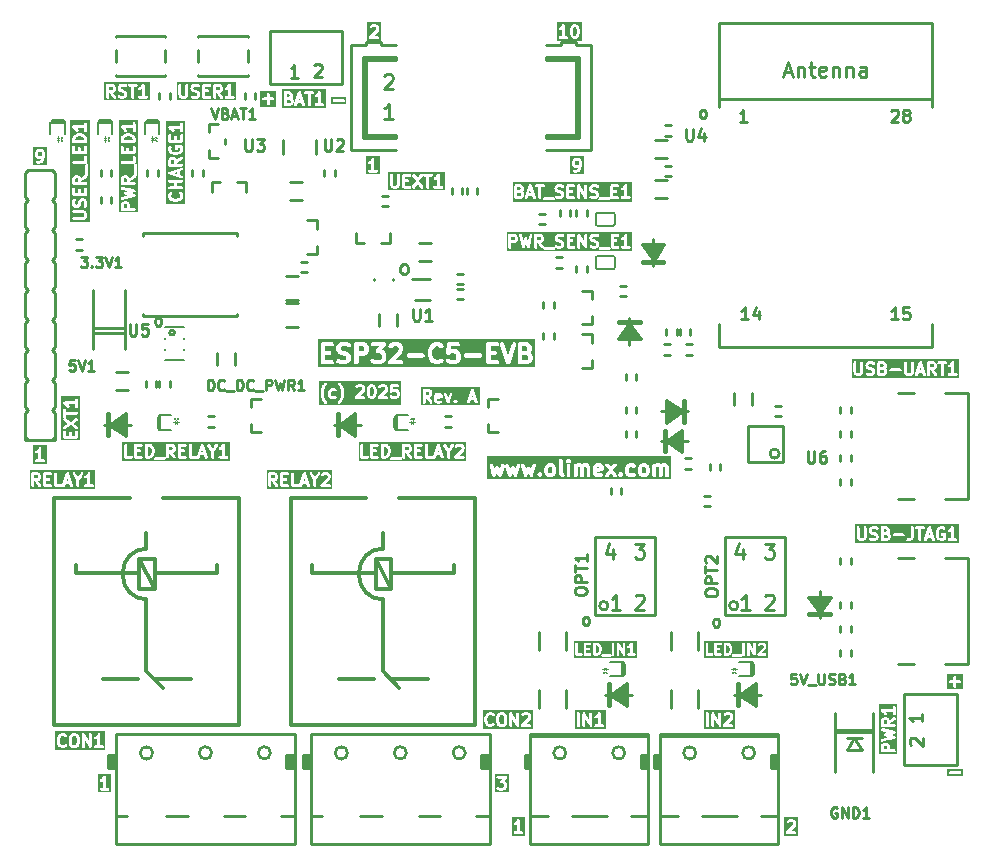
<source format=gbr>
%TF.GenerationSoftware,KiCad,Pcbnew,7.0.9-7.0.9~ubuntu22.04.1*%
%TF.CreationDate,2025-08-29T15:08:22+03:00*%
%TF.ProjectId,ESP32-C5-EVB_Rev_A,45535033-322d-4433-952d-4556425f5265,A*%
%TF.SameCoordinates,PX3938700PY9896800*%
%TF.FileFunction,Legend,Top*%
%TF.FilePolarity,Positive*%
%FSLAX46Y46*%
G04 Gerber Fmt 4.6, Leading zero omitted, Abs format (unit mm)*
G04 Created by KiCad (PCBNEW 7.0.9-7.0.9~ubuntu22.04.1) date 2025-08-29 15:08:22*
%MOMM*%
%LPD*%
G01*
G04 APERTURE LIST*
%ADD10C,0.381000*%
%ADD11C,0.317500*%
%ADD12C,0.254000*%
%ADD13C,0.222250*%
%ADD14C,0.228600*%
%ADD15C,0.203200*%
%ADD16C,0.127000*%
%ADD17C,0.050000*%
%ADD18C,0.100000*%
%ADD19C,0.300000*%
%ADD20C,0.400000*%
G04 APERTURE END LIST*
D10*
G36*
X42763752Y41639533D02*
G01*
X42782666Y41620619D01*
X42821301Y41543350D01*
X42821301Y41415579D01*
X42782665Y41338308D01*
X42753813Y41309456D01*
X42676544Y41270821D01*
X42331444Y41270821D01*
X42331444Y41688107D01*
X42618030Y41688107D01*
X42763752Y41639533D01*
G37*
G36*
X42681242Y42375187D02*
G01*
X42710093Y42346336D01*
X42748729Y42269065D01*
X42748729Y42213862D01*
X42710095Y42136594D01*
X42681242Y42107742D01*
X42603973Y42069107D01*
X42331444Y42069107D01*
X42331444Y42413821D01*
X42603973Y42413821D01*
X42681242Y42375187D01*
G37*
G36*
X28892669Y42375187D02*
G01*
X28921521Y42346335D01*
X28960157Y42269064D01*
X28960157Y42141293D01*
X28921522Y42064024D01*
X28892668Y42035170D01*
X28815400Y41996535D01*
X28470300Y41996535D01*
X28470300Y42413821D01*
X28815400Y42413821D01*
X28892669Y42375187D01*
G37*
G36*
X43420015Y40672107D02*
G01*
X25041300Y40672107D01*
X25041300Y41080321D01*
X25259014Y41080321D01*
X25263790Y41059396D01*
X25263790Y41037931D01*
X25273102Y41018594D01*
X25277879Y40997666D01*
X25291262Y40980884D01*
X25300575Y40961546D01*
X25317356Y40948164D01*
X25330739Y40931382D01*
X25350076Y40922070D01*
X25366859Y40908686D01*
X25387786Y40903910D01*
X25407124Y40894597D01*
X25428588Y40894597D01*
X25449514Y40889821D01*
X26175228Y40889821D01*
X26257883Y40908686D01*
X26324167Y40961546D01*
X26360952Y41037931D01*
X26360952Y41122711D01*
X26324167Y41199096D01*
X26257883Y41251956D01*
X26175228Y41270821D01*
X25640014Y41270821D01*
X25640014Y41688107D01*
X25957514Y41688107D01*
X26040169Y41706972D01*
X26106453Y41759832D01*
X26143238Y41836217D01*
X26143238Y41920997D01*
X26106453Y41997382D01*
X26040169Y42050242D01*
X25957514Y42069107D01*
X25640014Y42069107D01*
X25640014Y42168892D01*
X26565299Y42168892D01*
X26565621Y42167480D01*
X26565320Y42166062D01*
X26575036Y42126230D01*
X26584164Y42086237D01*
X26585067Y42085104D01*
X26585411Y42083697D01*
X26657983Y41938555D01*
X26677398Y41914938D01*
X26693666Y41889047D01*
X26766238Y41816475D01*
X26792124Y41800210D01*
X26815748Y41780789D01*
X26960892Y41708218D01*
X26981222Y41703259D01*
X26999882Y41693795D01*
X27269878Y41626296D01*
X27368669Y41576901D01*
X27397522Y41548048D01*
X27436156Y41470780D01*
X27436156Y41415578D01*
X27397520Y41338307D01*
X27368669Y41309456D01*
X27291400Y41270821D01*
X27004427Y41270821D01*
X26816040Y41333616D01*
X26731661Y41341857D01*
X26652063Y41312670D01*
X26593010Y41251837D01*
X26566201Y41171408D01*
X26576943Y41087310D01*
X26623110Y41016202D01*
X26695558Y40972168D01*
X26913274Y40899597D01*
X26943702Y40896626D01*
X26973514Y40889821D01*
X27336371Y40889821D01*
X27337782Y40890144D01*
X27339199Y40889842D01*
X27379040Y40899560D01*
X27419026Y40908686D01*
X27420158Y40909589D01*
X27421565Y40909932D01*
X27566708Y40982504D01*
X27590325Y41001919D01*
X27616219Y41018189D01*
X27678350Y41080321D01*
X28089300Y41080321D01*
X28108165Y40997666D01*
X28161025Y40931382D01*
X28237410Y40894597D01*
X28322190Y40894597D01*
X28398575Y40931382D01*
X28451435Y40997666D01*
X28470300Y41080321D01*
X28470300Y41246794D01*
X29469355Y41246794D01*
X29478846Y41162547D01*
X29523952Y41090761D01*
X29596524Y41018189D01*
X29622410Y41001924D01*
X29646034Y40982503D01*
X29791178Y40909932D01*
X29792583Y40909590D01*
X29793716Y40908686D01*
X29833675Y40899566D01*
X29873543Y40889841D01*
X29874961Y40890143D01*
X29876371Y40889821D01*
X30311800Y40889821D01*
X30313211Y40890144D01*
X30314628Y40889842D01*
X30354469Y40899560D01*
X30394455Y40908686D01*
X30395587Y40909589D01*
X30396994Y40909932D01*
X30542137Y40982504D01*
X30565754Y41001919D01*
X30591648Y41018189D01*
X30632450Y41058992D01*
X30920784Y41058992D01*
X30924362Y41048767D01*
X30924362Y41037931D01*
X30938229Y41009134D01*
X30948785Y40978969D01*
X30956445Y40971309D01*
X30961147Y40961546D01*
X30986136Y40941618D01*
X31008734Y40919020D01*
X31018959Y40915443D01*
X31027431Y40908686D01*
X31058593Y40901574D01*
X31088757Y40891019D01*
X31099522Y40892232D01*
X31110086Y40889821D01*
X32053514Y40889821D01*
X32136169Y40908686D01*
X32202453Y40961546D01*
X32239238Y41037931D01*
X32239238Y41122711D01*
X32202453Y41199096D01*
X32136169Y41251956D01*
X32053514Y41270821D01*
X31569994Y41270821D01*
X31917675Y41618502D01*
X32520934Y41618502D01*
X32557719Y41542117D01*
X32624003Y41489257D01*
X32706658Y41470392D01*
X33867801Y41470392D01*
X33950456Y41489257D01*
X34016740Y41542117D01*
X34053525Y41618502D01*
X34053525Y41703282D01*
X34038990Y41733464D01*
X34330443Y41733464D01*
X34335649Y41710653D01*
X34336131Y41687261D01*
X34408703Y41396975D01*
X34418167Y41378315D01*
X34423126Y41357984D01*
X34495698Y41212841D01*
X34515113Y41189223D01*
X34531382Y41163331D01*
X34676525Y41018188D01*
X34677750Y41017418D01*
X34678540Y41016202D01*
X34713575Y40994908D01*
X34748310Y40973082D01*
X34749751Y40972920D01*
X34750988Y40972168D01*
X34968702Y40899597D01*
X34999131Y40896626D01*
X35028943Y40889821D01*
X35174086Y40889821D01*
X35203897Y40896626D01*
X35234327Y40899597D01*
X35452042Y40972168D01*
X35453279Y40972920D01*
X35454718Y40973082D01*
X35489423Y40994889D01*
X35524489Y41016202D01*
X35525278Y41017418D01*
X35526504Y41018188D01*
X35599076Y41090760D01*
X35644182Y41162545D01*
X35653674Y41246793D01*
X35625673Y41326816D01*
X35565724Y41386765D01*
X35485701Y41414766D01*
X35401453Y41405274D01*
X35329668Y41360168D01*
X35288894Y41319395D01*
X35143173Y41270821D01*
X35059857Y41270821D01*
X34914134Y41319395D01*
X34822649Y41410880D01*
X34773254Y41509671D01*
X34711443Y41756916D01*
X34711443Y41897563D01*
X35855388Y41897563D01*
X35857911Y41877437D01*
X35855640Y41857279D01*
X35863118Y41835908D01*
X35865935Y41813441D01*
X35876941Y41796402D01*
X35883641Y41777256D01*
X35899651Y41761246D01*
X35911937Y41742226D01*
X35929245Y41731651D01*
X35943589Y41717307D01*
X35964961Y41709829D01*
X35984283Y41698023D01*
X36004466Y41696005D01*
X36023613Y41689305D01*
X36046113Y41691840D01*
X36068642Y41689587D01*
X36087699Y41696525D01*
X36107860Y41698796D01*
X36127035Y41710846D01*
X36148308Y41718589D01*
X36162468Y41733109D01*
X36179646Y41743902D01*
X36230358Y41794615D01*
X36307629Y41833250D01*
X36580544Y41833250D01*
X36657812Y41794616D01*
X36686665Y41765763D01*
X36725300Y41688494D01*
X36725300Y41415578D01*
X36686664Y41338307D01*
X36657813Y41309456D01*
X36580544Y41270821D01*
X36307628Y41270821D01*
X36230359Y41309456D01*
X36179647Y41360168D01*
X36107861Y41405274D01*
X36023614Y41414766D01*
X35943591Y41386765D01*
X35883642Y41326816D01*
X35855641Y41246793D01*
X35865133Y41162546D01*
X35910239Y41090760D01*
X35982811Y41018188D01*
X36008700Y41001921D01*
X36032321Y40982503D01*
X36177465Y40909932D01*
X36178870Y40909590D01*
X36180003Y40908686D01*
X36219962Y40899566D01*
X36259830Y40889841D01*
X36261248Y40890143D01*
X36262658Y40889821D01*
X36625515Y40889821D01*
X36626926Y40890144D01*
X36628343Y40889842D01*
X36668184Y40899560D01*
X36708170Y40908686D01*
X36709302Y40909589D01*
X36710709Y40909932D01*
X36855852Y40982504D01*
X36879469Y41001919D01*
X36905363Y41018189D01*
X36967494Y41080321D01*
X39265301Y41080321D01*
X39270077Y41059396D01*
X39270077Y41037931D01*
X39279389Y41018594D01*
X39284166Y40997666D01*
X39297549Y40980884D01*
X39306862Y40961546D01*
X39323643Y40948164D01*
X39337026Y40931382D01*
X39356363Y40922070D01*
X39373146Y40908686D01*
X39394073Y40903910D01*
X39413411Y40894597D01*
X39434875Y40894597D01*
X39455801Y40889821D01*
X40181515Y40889821D01*
X40264170Y40908686D01*
X40330454Y40961546D01*
X40367239Y41037931D01*
X40367239Y41122711D01*
X40330454Y41199096D01*
X40264170Y41251956D01*
X40181515Y41270821D01*
X39646301Y41270821D01*
X39646301Y41688107D01*
X39963801Y41688107D01*
X40046456Y41706972D01*
X40112740Y41759832D01*
X40149525Y41836217D01*
X40149525Y41920997D01*
X40112740Y41997382D01*
X40046456Y42050242D01*
X39963801Y42069107D01*
X39646301Y42069107D01*
X39646301Y42413821D01*
X40181515Y42413821D01*
X40264170Y42432686D01*
X40330454Y42485546D01*
X40367239Y42561931D01*
X40367239Y42628459D01*
X40427978Y42628459D01*
X40436219Y42544080D01*
X40944219Y41020080D01*
X40956813Y40999360D01*
X40965164Y40976585D01*
X40978559Y40963582D01*
X40988254Y40947632D01*
X41008594Y40934426D01*
X41025997Y40917533D01*
X41043705Y40911631D01*
X41059362Y40901465D01*
X41083420Y40898392D01*
X41106427Y40890723D01*
X41124943Y40893089D01*
X41143459Y40890723D01*
X41166465Y40898392D01*
X41190524Y40901465D01*
X41206180Y40911631D01*
X41223889Y40917533D01*
X41241290Y40934426D01*
X41261632Y40947632D01*
X41271327Y40963584D01*
X41284721Y40976585D01*
X41293070Y40999357D01*
X41305667Y41020080D01*
X41325747Y41080321D01*
X41950444Y41080321D01*
X41955220Y41059396D01*
X41955220Y41037931D01*
X41964532Y41018594D01*
X41969309Y40997666D01*
X41982692Y40980884D01*
X41992005Y40961546D01*
X42008786Y40948164D01*
X42022169Y40931382D01*
X42041506Y40922070D01*
X42058289Y40908686D01*
X42079216Y40903910D01*
X42098554Y40894597D01*
X42120018Y40894597D01*
X42140944Y40889821D01*
X42721515Y40889821D01*
X42722926Y40890144D01*
X42724343Y40889842D01*
X42764184Y40899560D01*
X42804170Y40908686D01*
X42805302Y40909589D01*
X42806709Y40909932D01*
X42951852Y40982504D01*
X42975469Y41001919D01*
X43001363Y41018189D01*
X43073934Y41090761D01*
X43090201Y41116652D01*
X43109617Y41140269D01*
X43182189Y41285412D01*
X43182532Y41286819D01*
X43183436Y41287952D01*
X43192565Y41327953D01*
X43202280Y41367778D01*
X43201978Y41369195D01*
X43202301Y41370607D01*
X43202301Y41588321D01*
X43201978Y41589734D01*
X43202280Y41591150D01*
X43192565Y41630976D01*
X43183436Y41670976D01*
X43182532Y41672110D01*
X43182189Y41673516D01*
X43109617Y41818659D01*
X43090200Y41842279D01*
X43073933Y41868168D01*
X43021931Y41920170D01*
X43037046Y41938556D01*
X43109618Y42083698D01*
X43109961Y42085105D01*
X43110864Y42086237D01*
X43119982Y42126190D01*
X43129709Y42166064D01*
X43129407Y42167483D01*
X43129729Y42168892D01*
X43129729Y42314035D01*
X43129407Y42315445D01*
X43129709Y42316863D01*
X43119984Y42356731D01*
X43110864Y42396690D01*
X43109960Y42397823D01*
X43109618Y42399228D01*
X43037047Y42544372D01*
X43017630Y42567992D01*
X43001363Y42593881D01*
X42928792Y42666453D01*
X42902898Y42682724D01*
X42879281Y42702138D01*
X42734138Y42774710D01*
X42732731Y42775054D01*
X42731599Y42775956D01*
X42691613Y42785083D01*
X42651772Y42794800D01*
X42650355Y42794499D01*
X42648944Y42794821D01*
X42140944Y42794821D01*
X42120018Y42790045D01*
X42098554Y42790045D01*
X42079216Y42780733D01*
X42058289Y42775956D01*
X42041506Y42762573D01*
X42022169Y42753260D01*
X42008786Y42736479D01*
X41992005Y42723096D01*
X41982692Y42703759D01*
X41969309Y42686976D01*
X41964532Y42666049D01*
X41955220Y42646711D01*
X41955220Y42625247D01*
X41950444Y42604321D01*
X41950444Y41080321D01*
X41325747Y41080321D01*
X41813667Y42544080D01*
X41821908Y42628459D01*
X41792721Y42708057D01*
X41731889Y42767109D01*
X41651459Y42793919D01*
X41567362Y42783177D01*
X41496254Y42737010D01*
X41452219Y42664562D01*
X41124943Y41682734D01*
X40797667Y42664562D01*
X40753632Y42737010D01*
X40682524Y42783177D01*
X40598427Y42793919D01*
X40517997Y42767109D01*
X40457164Y42708057D01*
X40427978Y42628459D01*
X40367239Y42628459D01*
X40367239Y42646711D01*
X40330454Y42723096D01*
X40264170Y42775956D01*
X40181515Y42794821D01*
X39455801Y42794821D01*
X39434875Y42790045D01*
X39413411Y42790045D01*
X39394073Y42780733D01*
X39373146Y42775956D01*
X39356363Y42762573D01*
X39337026Y42753260D01*
X39323643Y42736479D01*
X39306862Y42723096D01*
X39297549Y42703759D01*
X39284166Y42686976D01*
X39279389Y42666049D01*
X39270077Y42646711D01*
X39270077Y42625247D01*
X39265301Y42604321D01*
X39265301Y41080321D01*
X36967494Y41080321D01*
X36977934Y41090761D01*
X36994201Y41116651D01*
X37013618Y41140270D01*
X37086189Y41285414D01*
X37086531Y41286820D01*
X37087435Y41287952D01*
X37096555Y41327912D01*
X37106280Y41367779D01*
X37105978Y41369198D01*
X37106300Y41370607D01*
X37106300Y41618502D01*
X37383220Y41618502D01*
X37420005Y41542117D01*
X37486289Y41489257D01*
X37568944Y41470392D01*
X38730087Y41470392D01*
X38812742Y41489257D01*
X38879026Y41542117D01*
X38915811Y41618502D01*
X38915811Y41703282D01*
X38879026Y41779667D01*
X38812742Y41832527D01*
X38730087Y41851392D01*
X37568944Y41851392D01*
X37486289Y41832527D01*
X37420005Y41779667D01*
X37383220Y41703282D01*
X37383220Y41618502D01*
X37106300Y41618502D01*
X37106300Y41733464D01*
X37105978Y41734874D01*
X37106280Y41736292D01*
X37096555Y41776160D01*
X37087435Y41816119D01*
X37086531Y41817252D01*
X37086189Y41818657D01*
X37013618Y41963801D01*
X36994199Y41987423D01*
X36977933Y42013311D01*
X36905362Y42085882D01*
X36879472Y42102150D01*
X36855853Y42121566D01*
X36710710Y42194138D01*
X36709303Y42194482D01*
X36708170Y42195385D01*
X36668169Y42204515D01*
X36628344Y42214229D01*
X36626927Y42213928D01*
X36625515Y42214250D01*
X36269958Y42214250D01*
X36289915Y42413821D01*
X36843229Y42413821D01*
X36925884Y42432686D01*
X36992168Y42485546D01*
X37028953Y42561931D01*
X37028953Y42646711D01*
X36992168Y42723096D01*
X36925884Y42775956D01*
X36843229Y42794821D01*
X36117515Y42794821D01*
X36105789Y42792145D01*
X36093816Y42793342D01*
X36064877Y42782808D01*
X36034860Y42775956D01*
X36025454Y42768456D01*
X36014150Y42764340D01*
X35992648Y42742294D01*
X35968576Y42723096D01*
X35963357Y42712260D01*
X35954956Y42703645D01*
X35945148Y42674450D01*
X35931791Y42646711D01*
X35931791Y42634683D01*
X35927960Y42623277D01*
X35855388Y41897563D01*
X34711443Y41897563D01*
X34711443Y41927727D01*
X34773254Y42174972D01*
X34822649Y42273763D01*
X34914134Y42365248D01*
X35059857Y42413821D01*
X35143173Y42413821D01*
X35288894Y42365248D01*
X35329668Y42324474D01*
X35401453Y42279368D01*
X35485701Y42269876D01*
X35565724Y42297877D01*
X35625673Y42357826D01*
X35653674Y42437849D01*
X35644182Y42522097D01*
X35599076Y42593882D01*
X35526504Y42666454D01*
X35525278Y42667225D01*
X35524489Y42668440D01*
X35489423Y42689754D01*
X35454718Y42711560D01*
X35453279Y42711723D01*
X35452042Y42712474D01*
X35234327Y42785045D01*
X35203897Y42788017D01*
X35174086Y42794821D01*
X35028943Y42794821D01*
X34999131Y42788017D01*
X34968702Y42785045D01*
X34750988Y42712474D01*
X34749751Y42711723D01*
X34748310Y42711560D01*
X34713575Y42689735D01*
X34678540Y42668440D01*
X34677750Y42667225D01*
X34676525Y42666454D01*
X34531382Y42521311D01*
X34515113Y42495420D01*
X34495698Y42471801D01*
X34423126Y42326658D01*
X34418167Y42306328D01*
X34408703Y42287667D01*
X34336131Y41997381D01*
X34335649Y41973990D01*
X34330443Y41951178D01*
X34330443Y41733464D01*
X34038990Y41733464D01*
X34016740Y41779667D01*
X33950456Y41832527D01*
X33867801Y41851392D01*
X32706658Y41851392D01*
X32624003Y41832527D01*
X32557719Y41779667D01*
X32520934Y41703282D01*
X32520934Y41618502D01*
X31917675Y41618502D01*
X32115647Y41816474D01*
X32116417Y41817700D01*
X32117633Y41818489D01*
X32138937Y41853541D01*
X32160753Y41888260D01*
X32160915Y41889701D01*
X32161667Y41890937D01*
X32234238Y42108651D01*
X32237209Y42139081D01*
X32244014Y42168892D01*
X32244014Y42314035D01*
X32243692Y42315445D01*
X32243994Y42316863D01*
X32234269Y42356731D01*
X32225149Y42396690D01*
X32224245Y42397823D01*
X32223903Y42399228D01*
X32151332Y42544372D01*
X32131915Y42567992D01*
X32115648Y42593881D01*
X32043077Y42666453D01*
X32017183Y42682724D01*
X31993566Y42702138D01*
X31848423Y42774710D01*
X31847016Y42775054D01*
X31845884Y42775956D01*
X31805898Y42785083D01*
X31766057Y42794800D01*
X31764640Y42794499D01*
X31763229Y42794821D01*
X31400372Y42794821D01*
X31398962Y42794500D01*
X31397544Y42794801D01*
X31357676Y42785077D01*
X31317717Y42775956D01*
X31316584Y42775053D01*
X31315179Y42774710D01*
X31170035Y42702139D01*
X31146414Y42682722D01*
X31120525Y42666454D01*
X31047953Y42593882D01*
X31002847Y42522096D01*
X30993355Y42437849D01*
X31021356Y42357826D01*
X31081305Y42297877D01*
X31161328Y42269876D01*
X31245575Y42279368D01*
X31317361Y42324474D01*
X31368073Y42375187D01*
X31445342Y42413821D01*
X31718258Y42413821D01*
X31795527Y42375187D01*
X31824378Y42346336D01*
X31863014Y42269065D01*
X31863014Y42199806D01*
X31814440Y42054084D01*
X30975382Y41215025D01*
X30969617Y41205852D01*
X30961147Y41199096D01*
X30947279Y41170301D01*
X30930276Y41143239D01*
X30929062Y41132473D01*
X30924362Y41122711D01*
X30924362Y41090749D01*
X30920784Y41058992D01*
X30632450Y41058992D01*
X30664219Y41090761D01*
X30680486Y41116651D01*
X30699903Y41140270D01*
X30772474Y41285414D01*
X30772816Y41286820D01*
X30773720Y41287952D01*
X30782840Y41327912D01*
X30792565Y41367779D01*
X30792263Y41369198D01*
X30792585Y41370607D01*
X30792585Y41733464D01*
X30792263Y41734874D01*
X30792565Y41736292D01*
X30782840Y41776160D01*
X30773720Y41816119D01*
X30772816Y41817252D01*
X30772474Y41818657D01*
X30699903Y41963801D01*
X30680484Y41987423D01*
X30664218Y42013311D01*
X30591647Y42085882D01*
X30565757Y42102150D01*
X30542138Y42121566D01*
X30466080Y42159596D01*
X30745451Y42478876D01*
X30747555Y42482781D01*
X30751024Y42485546D01*
X30767577Y42519921D01*
X30785682Y42553503D01*
X30785884Y42557935D01*
X30787809Y42561931D01*
X30787809Y42600075D01*
X30789550Y42638195D01*
X30787809Y42642277D01*
X30787809Y42646711D01*
X30771259Y42681077D01*
X30756287Y42716179D01*
X30752948Y42719101D01*
X30751024Y42723096D01*
X30721204Y42746877D01*
X30692484Y42772007D01*
X30688207Y42773191D01*
X30684740Y42775956D01*
X30647549Y42784445D01*
X30610775Y42794623D01*
X30606409Y42793835D01*
X30602085Y42794821D01*
X29658657Y42794821D01*
X29576002Y42775956D01*
X29509718Y42723096D01*
X29472933Y42646711D01*
X29472933Y42561931D01*
X29509718Y42485546D01*
X29576002Y42432686D01*
X29658657Y42413821D01*
X30182267Y42413821D01*
X29950719Y42149195D01*
X29948614Y42145291D01*
X29945146Y42142525D01*
X29928592Y42108151D01*
X29910488Y42074568D01*
X29910285Y42070137D01*
X29908361Y42066140D01*
X29908361Y42027985D01*
X29906621Y41989876D01*
X29908361Y41985797D01*
X29908361Y41981360D01*
X29924916Y41946983D01*
X29939883Y41911893D01*
X29943221Y41908973D01*
X29945146Y41904975D01*
X29974977Y41881186D01*
X30003687Y41856064D01*
X30007961Y41854881D01*
X30011430Y41852115D01*
X30048622Y41843627D01*
X30085395Y41833448D01*
X30089761Y41834237D01*
X30094085Y41833250D01*
X30266829Y41833250D01*
X30344097Y41794616D01*
X30372950Y41765763D01*
X30411585Y41688494D01*
X30411585Y41415578D01*
X30372949Y41338307D01*
X30344098Y41309456D01*
X30266829Y41270821D01*
X29921341Y41270821D01*
X29844072Y41309456D01*
X29793362Y41360167D01*
X29721577Y41405274D01*
X29637329Y41414767D01*
X29557306Y41386766D01*
X29497357Y41326818D01*
X29469355Y41246794D01*
X28470300Y41246794D01*
X28470300Y41615535D01*
X28860371Y41615535D01*
X28861783Y41615858D01*
X28863200Y41615556D01*
X28903025Y41625271D01*
X28943026Y41634400D01*
X28944159Y41635304D01*
X28945566Y41635647D01*
X29090709Y41708219D01*
X29114328Y41727636D01*
X29140218Y41743903D01*
X29212789Y41816474D01*
X29229056Y41842364D01*
X29248473Y41865983D01*
X29321045Y42011126D01*
X29321388Y42012533D01*
X29322292Y42013666D01*
X29331421Y42053667D01*
X29341136Y42093492D01*
X29340834Y42094909D01*
X29341157Y42096321D01*
X29341157Y42314035D01*
X29340834Y42315448D01*
X29341136Y42316864D01*
X29331421Y42356690D01*
X29322292Y42396690D01*
X29321388Y42397824D01*
X29321045Y42399230D01*
X29248473Y42544373D01*
X29229057Y42567991D01*
X29212790Y42593881D01*
X29140219Y42666453D01*
X29114325Y42682724D01*
X29090708Y42702138D01*
X28945565Y42774710D01*
X28944158Y42775054D01*
X28943026Y42775956D01*
X28903040Y42785083D01*
X28863199Y42794800D01*
X28861782Y42794499D01*
X28860371Y42794821D01*
X28279800Y42794821D01*
X28258874Y42790045D01*
X28237410Y42790045D01*
X28218072Y42780733D01*
X28197145Y42775956D01*
X28180362Y42762573D01*
X28161025Y42753260D01*
X28147642Y42736479D01*
X28130861Y42723096D01*
X28121548Y42703759D01*
X28108165Y42686976D01*
X28103388Y42666049D01*
X28094076Y42646711D01*
X28094076Y42625247D01*
X28089300Y42604321D01*
X28089300Y41080321D01*
X27678350Y41080321D01*
X27688790Y41090761D01*
X27705057Y41116651D01*
X27724474Y41140270D01*
X27797045Y41285414D01*
X27797387Y41286820D01*
X27798291Y41287952D01*
X27807411Y41327912D01*
X27817136Y41367779D01*
X27816834Y41369198D01*
X27817156Y41370607D01*
X27817156Y41515750D01*
X27816834Y41517160D01*
X27817136Y41518578D01*
X27807409Y41558453D01*
X27798291Y41598405D01*
X27797388Y41599538D01*
X27797045Y41600944D01*
X27724473Y41746086D01*
X27705059Y41769703D01*
X27688790Y41795595D01*
X27616219Y41868167D01*
X27590325Y41884438D01*
X27566708Y41903852D01*
X27421565Y41976424D01*
X27401234Y41981383D01*
X27382574Y41990847D01*
X27112574Y42058348D01*
X27013786Y42107742D01*
X26984933Y42136595D01*
X26946299Y42213864D01*
X26946299Y42269064D01*
X26984934Y42346334D01*
X27013786Y42375187D01*
X27091055Y42413821D01*
X27378029Y42413821D01*
X27566415Y42351026D01*
X27650794Y42342785D01*
X27730393Y42371972D01*
X27789445Y42432804D01*
X27816255Y42513234D01*
X27805512Y42597331D01*
X27759345Y42668440D01*
X27686898Y42712474D01*
X27469183Y42785045D01*
X27438753Y42788017D01*
X27408942Y42794821D01*
X27046085Y42794821D01*
X27044675Y42794500D01*
X27043257Y42794801D01*
X27003389Y42785077D01*
X26963430Y42775956D01*
X26962297Y42775053D01*
X26960892Y42774710D01*
X26815748Y42702139D01*
X26792124Y42682719D01*
X26766238Y42666453D01*
X26693666Y42593881D01*
X26677398Y42567991D01*
X26657983Y42544373D01*
X26585411Y42399230D01*
X26585067Y42397824D01*
X26584164Y42396690D01*
X26575034Y42356690D01*
X26565320Y42316864D01*
X26565621Y42315448D01*
X26565299Y42314035D01*
X26565299Y42168892D01*
X25640014Y42168892D01*
X25640014Y42413821D01*
X26175228Y42413821D01*
X26257883Y42432686D01*
X26324167Y42485546D01*
X26360952Y42561931D01*
X26360952Y42646711D01*
X26324167Y42723096D01*
X26257883Y42775956D01*
X26175228Y42794821D01*
X25449514Y42794821D01*
X25428588Y42790045D01*
X25407124Y42790045D01*
X25387786Y42780733D01*
X25366859Y42775956D01*
X25350076Y42762573D01*
X25330739Y42753260D01*
X25317356Y42736479D01*
X25300575Y42723096D01*
X25291262Y42703759D01*
X25277879Y42686976D01*
X25273102Y42666049D01*
X25263790Y42646711D01*
X25263790Y42625247D01*
X25259014Y42604321D01*
X25259014Y41080321D01*
X25041300Y41080321D01*
X25041300Y43012535D01*
X43420015Y43012535D01*
X43420015Y40672107D01*
G37*
D11*
G36*
X44811224Y32176656D02*
G01*
X44835266Y32152614D01*
X44867463Y32088220D01*
X44867463Y31800316D01*
X44835267Y31735924D01*
X44811224Y31711880D01*
X44746834Y31679684D01*
X44640356Y31679684D01*
X44575964Y31711880D01*
X44551920Y31735924D01*
X44519725Y31800315D01*
X44519725Y32088220D01*
X44551920Y32152612D01*
X44575964Y32176656D01*
X44640356Y32208851D01*
X44746834Y32208851D01*
X44811224Y32176656D01*
G37*
G36*
X48895668Y32190624D02*
G01*
X48632106Y32137912D01*
X48632106Y32148696D01*
X48652157Y32188800D01*
X48692261Y32208851D01*
X48859215Y32208851D01*
X48895668Y32190624D01*
G37*
G36*
X52733604Y32176656D02*
G01*
X52757646Y32152614D01*
X52789843Y32088220D01*
X52789843Y31800316D01*
X52757647Y31735924D01*
X52733604Y31711880D01*
X52669214Y31679684D01*
X52562736Y31679684D01*
X52498344Y31711880D01*
X52474300Y31735924D01*
X52442105Y31800315D01*
X52442105Y32088220D01*
X52474300Y32152612D01*
X52498344Y32176656D01*
X52562736Y32208851D01*
X52669214Y32208851D01*
X52733604Y32176656D01*
G37*
G36*
X54921630Y31180755D02*
G01*
X39368882Y31180755D01*
X39368882Y32406153D01*
X39550311Y32406153D01*
X39551667Y32323989D01*
X39793572Y31477322D01*
X39809361Y31450988D01*
X39821457Y31422764D01*
X39830208Y31416217D01*
X39835828Y31406844D01*
X39862668Y31391933D01*
X39887256Y31373538D01*
X39898108Y31372244D01*
X39907662Y31366936D01*
X39938361Y31367443D01*
X39968852Y31363806D01*
X39978898Y31368112D01*
X39989826Y31368292D01*
X40016160Y31384082D01*
X40044384Y31396177D01*
X40050931Y31404929D01*
X40060304Y31410548D01*
X40075215Y31437389D01*
X40093610Y31461976D01*
X40188118Y31698248D01*
X40282627Y31461976D01*
X40301021Y31437389D01*
X40315933Y31410548D01*
X40325305Y31404929D01*
X40331853Y31396177D01*
X40360077Y31384081D01*
X40386411Y31368292D01*
X40397337Y31368112D01*
X40407384Y31363806D01*
X40437872Y31367443D01*
X40468575Y31366936D01*
X40478130Y31372245D01*
X40488981Y31373539D01*
X40513565Y31391931D01*
X40540409Y31406844D01*
X40546028Y31416218D01*
X40554780Y31422764D01*
X40566875Y31450988D01*
X40582665Y31477322D01*
X40824570Y32323989D01*
X40825926Y32406153D01*
X40880787Y32406153D01*
X40882143Y32323989D01*
X41124048Y31477322D01*
X41139837Y31450988D01*
X41151933Y31422764D01*
X41160684Y31416217D01*
X41166304Y31406844D01*
X41193144Y31391933D01*
X41217732Y31373538D01*
X41228584Y31372244D01*
X41238138Y31366936D01*
X41268837Y31367443D01*
X41299328Y31363806D01*
X41309374Y31368112D01*
X41320302Y31368292D01*
X41346636Y31384082D01*
X41374860Y31396177D01*
X41381407Y31404929D01*
X41390780Y31410548D01*
X41405691Y31437389D01*
X41424086Y31461976D01*
X41518594Y31698248D01*
X41613103Y31461976D01*
X41631497Y31437389D01*
X41646409Y31410548D01*
X41655781Y31404929D01*
X41662329Y31396177D01*
X41690553Y31384081D01*
X41716887Y31368292D01*
X41727813Y31368112D01*
X41737860Y31363806D01*
X41768348Y31367443D01*
X41799051Y31366936D01*
X41808606Y31372245D01*
X41819457Y31373539D01*
X41844041Y31391931D01*
X41870885Y31406844D01*
X41876504Y31416218D01*
X41885256Y31422764D01*
X41897351Y31450988D01*
X41913141Y31477322D01*
X42155046Y32323989D01*
X42156402Y32406153D01*
X42211263Y32406153D01*
X42212619Y32323989D01*
X42454524Y31477322D01*
X42470313Y31450988D01*
X42482409Y31422764D01*
X42491160Y31416217D01*
X42496780Y31406844D01*
X42523620Y31391933D01*
X42548208Y31373538D01*
X42559060Y31372244D01*
X42568614Y31366936D01*
X42599313Y31367443D01*
X42629804Y31363806D01*
X42639850Y31368112D01*
X42650778Y31368292D01*
X42677112Y31384082D01*
X42705336Y31396177D01*
X42711883Y31404929D01*
X42721256Y31410548D01*
X42736167Y31437389D01*
X42754562Y31461976D01*
X42849070Y31698248D01*
X42943579Y31461976D01*
X42961973Y31437389D01*
X42976885Y31410548D01*
X42986257Y31404929D01*
X42992805Y31396177D01*
X43021029Y31384081D01*
X43047363Y31368292D01*
X43058289Y31368112D01*
X43068336Y31363806D01*
X43098824Y31367443D01*
X43129527Y31366936D01*
X43139082Y31372245D01*
X43149933Y31373539D01*
X43174517Y31391931D01*
X43201361Y31406844D01*
X43206980Y31416218D01*
X43215732Y31422764D01*
X43227827Y31450988D01*
X43243617Y31477322D01*
X43261617Y31540321D01*
X43602872Y31540321D01*
X43626212Y31499897D01*
X43643960Y31469157D01*
X43704436Y31408681D01*
X43704438Y31408680D01*
X43722533Y31398233D01*
X43737314Y31383452D01*
X43757500Y31378044D01*
X43775600Y31367593D01*
X43775601Y31367593D01*
X43796502Y31367593D01*
X43816689Y31362184D01*
X43836876Y31367593D01*
X43857777Y31367593D01*
X43875876Y31378043D01*
X43896064Y31383452D01*
X43910843Y31398232D01*
X43928941Y31408680D01*
X43989418Y31469156D01*
X43989420Y31469158D01*
X44007167Y31499897D01*
X44030507Y31540321D01*
X44030508Y31622497D01*
X43989420Y31693662D01*
X43989419Y31693663D01*
X43928942Y31754140D01*
X43928941Y31754141D01*
X43913876Y31762839D01*
X44202225Y31762839D01*
X44211670Y31727589D01*
X44218985Y31691844D01*
X44279460Y31570892D01*
X44296419Y31551767D01*
X44309198Y31529634D01*
X44369675Y31469157D01*
X44391809Y31456378D01*
X44410933Y31439420D01*
X44531884Y31378944D01*
X44567631Y31371629D01*
X44602880Y31362184D01*
X44784309Y31362184D01*
X44819559Y31371630D01*
X44855304Y31378944D01*
X44976256Y31439419D01*
X44995381Y31456379D01*
X45017515Y31469158D01*
X45077991Y31529635D01*
X45090770Y31551770D01*
X45107727Y31570892D01*
X45168203Y31691843D01*
X45170356Y31702363D01*
X45411749Y31702363D01*
X45421193Y31667115D01*
X45428509Y31631367D01*
X45488986Y31510414D01*
X45495426Y31503151D01*
X45498497Y31493940D01*
X45522350Y31472788D01*
X45543506Y31448931D01*
X45552717Y31445861D01*
X45559981Y31439420D01*
X45680932Y31378944D01*
X45761439Y31362469D01*
X45839398Y31388455D01*
X45893918Y31449939D01*
X45910393Y31530446D01*
X45884407Y31608404D01*
X45822923Y31662925D01*
X45749300Y31699736D01*
X45729249Y31739839D01*
X45729249Y32689370D01*
X46021920Y32689370D01*
X46063008Y32618205D01*
X46123484Y32557729D01*
X46123486Y32557728D01*
X46141581Y32547281D01*
X46156362Y32532500D01*
X46176548Y32527092D01*
X46194648Y32516641D01*
X46194649Y32516641D01*
X46199498Y32516641D01*
X46156362Y32505083D01*
X46098255Y32446976D01*
X46076987Y32367601D01*
X46076987Y31520934D01*
X46098255Y31441559D01*
X46156362Y31383452D01*
X46235737Y31362184D01*
X46315112Y31383452D01*
X46373219Y31441559D01*
X46394487Y31520934D01*
X46681749Y31520934D01*
X46703017Y31441559D01*
X46761124Y31383452D01*
X46840499Y31362184D01*
X46919874Y31383452D01*
X46977981Y31441559D01*
X46999249Y31520934D01*
X46999249Y32178774D01*
X47059404Y32208851D01*
X47165882Y32208851D01*
X47205982Y32188801D01*
X47226035Y32148696D01*
X47226035Y31520934D01*
X47247303Y31441559D01*
X47305410Y31383452D01*
X47384785Y31362184D01*
X47464160Y31383452D01*
X47522267Y31441559D01*
X47543535Y31520934D01*
X47543535Y32148696D01*
X47563586Y32188800D01*
X47603690Y32208851D01*
X47710166Y32208851D01*
X47750269Y32188800D01*
X47770321Y32148696D01*
X47770321Y31520934D01*
X47791589Y31441559D01*
X47849696Y31383452D01*
X47929071Y31362184D01*
X48008446Y31383452D01*
X48066553Y31441559D01*
X48087821Y31520934D01*
X48087821Y31702363D01*
X48314606Y31702363D01*
X48324049Y31667120D01*
X48331365Y31631368D01*
X48391841Y31510416D01*
X48398282Y31503152D01*
X48401353Y31493940D01*
X48425209Y31472786D01*
X48446361Y31448932D01*
X48455571Y31445862D01*
X48462837Y31439419D01*
X48583790Y31378944D01*
X48619533Y31371630D01*
X48654785Y31362184D01*
X48896690Y31362184D01*
X48931940Y31371630D01*
X48967685Y31378944D01*
X49088637Y31439419D01*
X49150121Y31493940D01*
X49166627Y31543459D01*
X49344307Y31543459D01*
X49354098Y31461869D01*
X49403372Y31396106D01*
X49478926Y31363790D01*
X49560516Y31373581D01*
X49626279Y31422855D01*
X49834070Y31687317D01*
X50041861Y31422855D01*
X50107624Y31373581D01*
X50189214Y31363790D01*
X50264768Y31396106D01*
X50314042Y31461869D01*
X50323456Y31540321D01*
X50436681Y31540321D01*
X50460021Y31499897D01*
X50477769Y31469157D01*
X50538245Y31408681D01*
X50538247Y31408680D01*
X50556342Y31398233D01*
X50571123Y31383452D01*
X50591309Y31378044D01*
X50609409Y31367593D01*
X50609410Y31367593D01*
X50630311Y31367593D01*
X50650498Y31362184D01*
X50670685Y31367593D01*
X50691586Y31367593D01*
X50709685Y31378043D01*
X50729873Y31383452D01*
X50744652Y31398232D01*
X50762750Y31408680D01*
X50823227Y31469156D01*
X50823229Y31469158D01*
X50840976Y31499897D01*
X50864316Y31540321D01*
X50864317Y31622497D01*
X50823229Y31693662D01*
X50823228Y31693663D01*
X50762751Y31754140D01*
X50762750Y31754141D01*
X50747685Y31762839D01*
X51036034Y31762839D01*
X51045479Y31727589D01*
X51052794Y31691844D01*
X51113269Y31570892D01*
X51130228Y31551767D01*
X51143007Y31529634D01*
X51203484Y31469157D01*
X51225618Y31456378D01*
X51244742Y31439420D01*
X51365693Y31378944D01*
X51401440Y31371629D01*
X51436689Y31362184D01*
X51678594Y31362184D01*
X51713844Y31371630D01*
X51749589Y31378944D01*
X51870541Y31439419D01*
X51932025Y31493940D01*
X51958011Y31571898D01*
X51941536Y31652405D01*
X51887016Y31713889D01*
X51809057Y31739875D01*
X51728550Y31723400D01*
X51641119Y31679684D01*
X51474165Y31679684D01*
X51409773Y31711880D01*
X51385729Y31735924D01*
X51372272Y31762839D01*
X52124605Y31762839D01*
X52134050Y31727589D01*
X52141365Y31691844D01*
X52201840Y31570892D01*
X52218799Y31551767D01*
X52231578Y31529634D01*
X52292055Y31469157D01*
X52314189Y31456378D01*
X52333313Y31439420D01*
X52454264Y31378944D01*
X52490011Y31371629D01*
X52525260Y31362184D01*
X52706689Y31362184D01*
X52741939Y31371630D01*
X52777684Y31378944D01*
X52898636Y31439419D01*
X52917761Y31456379D01*
X52939895Y31469158D01*
X52991670Y31520934D01*
X53334129Y31520934D01*
X53355397Y31441559D01*
X53413504Y31383452D01*
X53492879Y31362184D01*
X53572254Y31383452D01*
X53630361Y31441559D01*
X53651629Y31520934D01*
X53651629Y32178774D01*
X53711784Y32208851D01*
X53818262Y32208851D01*
X53858362Y32188801D01*
X53878415Y32148696D01*
X53878415Y31520934D01*
X53899683Y31441559D01*
X53957790Y31383452D01*
X54037165Y31362184D01*
X54116540Y31383452D01*
X54174647Y31441559D01*
X54195915Y31520934D01*
X54195915Y32148696D01*
X54215966Y32188800D01*
X54256070Y32208851D01*
X54362546Y32208851D01*
X54402649Y32188800D01*
X54422701Y32148696D01*
X54422701Y31520934D01*
X54443969Y31441559D01*
X54502076Y31383452D01*
X54581451Y31362184D01*
X54660826Y31383452D01*
X54718933Y31441559D01*
X54740201Y31520934D01*
X54740201Y32186172D01*
X54730755Y32221424D01*
X54723441Y32257167D01*
X54662966Y32378120D01*
X54656523Y32385386D01*
X54653453Y32394596D01*
X54629599Y32415748D01*
X54608445Y32439604D01*
X54599233Y32442675D01*
X54591969Y32449116D01*
X54471017Y32509592D01*
X54435265Y32516908D01*
X54400022Y32526351D01*
X54218594Y32526351D01*
X54183342Y32516906D01*
X54147599Y32509591D01*
X54037165Y32454376D01*
X53926732Y32509591D01*
X53890987Y32516906D01*
X53855737Y32526351D01*
X53674308Y32526351D01*
X53639059Y32516907D01*
X53603312Y32509591D01*
X53579601Y32497736D01*
X53572254Y32505083D01*
X53492879Y32526351D01*
X53413504Y32505083D01*
X53355397Y32446976D01*
X53334129Y32367601D01*
X53334129Y31520934D01*
X52991670Y31520934D01*
X53000371Y31529635D01*
X53013150Y31551770D01*
X53030107Y31570892D01*
X53090583Y31691843D01*
X53097898Y31727591D01*
X53107343Y31762839D01*
X53107343Y32125696D01*
X53097897Y32160948D01*
X53090583Y32196691D01*
X53030108Y32317644D01*
X53013148Y32336770D01*
X53000370Y32358902D01*
X52939894Y32419378D01*
X52917761Y32432157D01*
X52898636Y32449116D01*
X52777684Y32509591D01*
X52741939Y32516906D01*
X52706689Y32526351D01*
X52525260Y32526351D01*
X52490011Y32516907D01*
X52454264Y32509591D01*
X52333313Y32449115D01*
X52314190Y32432159D01*
X52292056Y32419379D01*
X52231579Y32358903D01*
X52218798Y32336768D01*
X52201840Y32317643D01*
X52141364Y32196691D01*
X52134048Y32160940D01*
X52124605Y32125696D01*
X52124605Y31762839D01*
X51372272Y31762839D01*
X51353534Y31800315D01*
X51353534Y32088220D01*
X51385729Y32152612D01*
X51409773Y32176656D01*
X51474165Y32208851D01*
X51641119Y32208851D01*
X51728550Y32165135D01*
X51809057Y32148660D01*
X51887016Y32174646D01*
X51941536Y32236130D01*
X51958011Y32316637D01*
X51932025Y32394595D01*
X51870541Y32449116D01*
X51749589Y32509591D01*
X51713844Y32516906D01*
X51678594Y32526351D01*
X51436689Y32526351D01*
X51401440Y32516907D01*
X51365693Y32509591D01*
X51244742Y32449115D01*
X51225619Y32432159D01*
X51203485Y32419379D01*
X51143008Y32358903D01*
X51130227Y32336768D01*
X51113269Y32317643D01*
X51052793Y32196691D01*
X51045477Y32160940D01*
X51036034Y32125696D01*
X51036034Y31762839D01*
X50747685Y31762839D01*
X50744651Y31764591D01*
X50729873Y31779369D01*
X50709686Y31784778D01*
X50691585Y31795229D01*
X50670682Y31795229D01*
X50650498Y31800637D01*
X50630311Y31795229D01*
X50609409Y31795228D01*
X50591309Y31784778D01*
X50571123Y31779369D01*
X50556343Y31764590D01*
X50538245Y31754140D01*
X50538244Y31754140D01*
X50538244Y31754139D01*
X50477768Y31693662D01*
X50471598Y31682975D01*
X50436681Y31622498D01*
X50436681Y31622497D01*
X50436681Y31540321D01*
X50323456Y31540321D01*
X50323833Y31543459D01*
X50291517Y31619013D01*
X50035960Y31944268D01*
X50291517Y32269522D01*
X50323833Y32345076D01*
X50314042Y32426666D01*
X50264768Y32492429D01*
X50189214Y32524745D01*
X50107624Y32514954D01*
X50041861Y32465680D01*
X49834070Y32201219D01*
X49626279Y32465680D01*
X49560516Y32514954D01*
X49478926Y32524745D01*
X49403372Y32492429D01*
X49354098Y32426666D01*
X49344307Y32345076D01*
X49376623Y32269522D01*
X49632179Y31944268D01*
X49376623Y31619013D01*
X49344307Y31543459D01*
X49166627Y31543459D01*
X49176107Y31571898D01*
X49159632Y31652405D01*
X49105112Y31713889D01*
X49027153Y31739875D01*
X48946646Y31723400D01*
X48859215Y31679684D01*
X48692261Y31679684D01*
X48652157Y31699736D01*
X48632106Y31739840D01*
X48632106Y31814125D01*
X49109252Y31909553D01*
X49132470Y31921034D01*
X49157493Y31927738D01*
X49168703Y31938949D01*
X49182914Y31945975D01*
X49197282Y31967528D01*
X49215600Y31985845D01*
X49219703Y32001159D01*
X49228497Y32014349D01*
X49230164Y32040202D01*
X49236868Y32065220D01*
X49236868Y32186172D01*
X49227422Y32221424D01*
X49220108Y32257167D01*
X49159633Y32378120D01*
X49153191Y32385385D01*
X49150121Y32394595D01*
X49126265Y32415749D01*
X49105112Y32439604D01*
X49095901Y32442675D01*
X49088637Y32449116D01*
X48967685Y32509591D01*
X48931940Y32516906D01*
X48896690Y32526351D01*
X48654785Y32526351D01*
X48619533Y32516906D01*
X48583790Y32509591D01*
X48462837Y32449116D01*
X48455571Y32442674D01*
X48446361Y32439603D01*
X48425209Y32415750D01*
X48401353Y32394595D01*
X48398282Y32385384D01*
X48391841Y32378119D01*
X48331365Y32257167D01*
X48324049Y32221416D01*
X48314606Y32186172D01*
X48314606Y31702363D01*
X48087821Y31702363D01*
X48087821Y32186172D01*
X48078375Y32221424D01*
X48071061Y32257167D01*
X48010586Y32378120D01*
X48004143Y32385386D01*
X48001073Y32394596D01*
X47977219Y32415748D01*
X47956065Y32439604D01*
X47946853Y32442675D01*
X47939589Y32449116D01*
X47818637Y32509592D01*
X47782885Y32516908D01*
X47747642Y32526351D01*
X47566214Y32526351D01*
X47530962Y32516906D01*
X47495219Y32509591D01*
X47384785Y32454376D01*
X47274352Y32509591D01*
X47238607Y32516906D01*
X47203357Y32526351D01*
X47021928Y32526351D01*
X46986679Y32516907D01*
X46950932Y32509591D01*
X46927221Y32497736D01*
X46919874Y32505083D01*
X46840499Y32526351D01*
X46761124Y32505083D01*
X46703017Y32446976D01*
X46681749Y32367601D01*
X46681749Y31520934D01*
X46394487Y31520934D01*
X46394487Y32367601D01*
X46373219Y32446976D01*
X46315112Y32505083D01*
X46271976Y32516641D01*
X46276825Y32516641D01*
X46294924Y32527091D01*
X46315112Y32532500D01*
X46329891Y32547280D01*
X46347989Y32557728D01*
X46408466Y32618204D01*
X46408466Y32618206D01*
X46408468Y32618206D01*
X46449556Y32689371D01*
X46449555Y32730458D01*
X46449556Y32771545D01*
X46408468Y32842710D01*
X46408466Y32842711D01*
X46408466Y32842712D01*
X46347989Y32903188D01*
X46329891Y32913637D01*
X46315112Y32928416D01*
X46294924Y32933826D01*
X46276825Y32944275D01*
X46276824Y32944275D01*
X46255924Y32944275D01*
X46235737Y32949684D01*
X46215550Y32944275D01*
X46194648Y32944275D01*
X46176548Y32933825D01*
X46156362Y32928416D01*
X46141582Y32913637D01*
X46123484Y32903187D01*
X46063008Y32842711D01*
X46021920Y32771546D01*
X46021920Y32689370D01*
X45729249Y32689370D01*
X45729249Y32790934D01*
X45707981Y32870309D01*
X45649874Y32928416D01*
X45570499Y32949684D01*
X45491124Y32928416D01*
X45433017Y32870309D01*
X45411749Y32790934D01*
X45411749Y31702363D01*
X45170356Y31702363D01*
X45175518Y31727591D01*
X45184963Y31762839D01*
X45184963Y32125696D01*
X45175517Y32160948D01*
X45168203Y32196691D01*
X45107728Y32317644D01*
X45090768Y32336770D01*
X45077990Y32358902D01*
X45017514Y32419378D01*
X44995381Y32432157D01*
X44976256Y32449116D01*
X44855304Y32509591D01*
X44819559Y32516906D01*
X44784309Y32526351D01*
X44602880Y32526351D01*
X44567631Y32516907D01*
X44531884Y32509591D01*
X44410933Y32449115D01*
X44391810Y32432159D01*
X44369676Y32419379D01*
X44309199Y32358903D01*
X44296418Y32336768D01*
X44279460Y32317643D01*
X44218984Y32196691D01*
X44211668Y32160940D01*
X44202225Y32125696D01*
X44202225Y31762839D01*
X43913876Y31762839D01*
X43910842Y31764591D01*
X43896064Y31779369D01*
X43875877Y31784778D01*
X43857776Y31795229D01*
X43836873Y31795229D01*
X43816689Y31800637D01*
X43796502Y31795229D01*
X43775600Y31795228D01*
X43757500Y31784778D01*
X43737314Y31779369D01*
X43722534Y31764590D01*
X43704436Y31754140D01*
X43704435Y31754140D01*
X43704435Y31754139D01*
X43643959Y31693662D01*
X43637789Y31682975D01*
X43602872Y31622498D01*
X43602872Y31622497D01*
X43602872Y31540321D01*
X43261617Y31540321D01*
X43485522Y32323989D01*
X43486878Y32406153D01*
X43446970Y32477987D01*
X43376492Y32520243D01*
X43294328Y32521599D01*
X43222494Y32481691D01*
X43180238Y32411213D01*
X43065906Y32011054D01*
X42996467Y32184654D01*
X42982811Y32202908D01*
X42973829Y32223866D01*
X42958618Y32235246D01*
X42947241Y32250453D01*
X42926285Y32259434D01*
X42908029Y32273092D01*
X42889167Y32275342D01*
X42871709Y32282824D01*
X42849071Y32280124D01*
X42826433Y32282824D01*
X42808973Y32275342D01*
X42790113Y32273092D01*
X42771859Y32259436D01*
X42750901Y32250454D01*
X42739521Y32235243D01*
X42724314Y32223866D01*
X42715333Y32202913D01*
X42701675Y32184655D01*
X42632234Y32011054D01*
X42517903Y32411213D01*
X42475647Y32481691D01*
X42403813Y32521599D01*
X42321649Y32520243D01*
X42251171Y32477987D01*
X42211263Y32406153D01*
X42156402Y32406153D01*
X42116494Y32477987D01*
X42046016Y32520243D01*
X41963852Y32521599D01*
X41892018Y32481691D01*
X41849762Y32411213D01*
X41735430Y32011054D01*
X41665991Y32184654D01*
X41652335Y32202908D01*
X41643353Y32223866D01*
X41628142Y32235246D01*
X41616765Y32250453D01*
X41595809Y32259434D01*
X41577553Y32273092D01*
X41558691Y32275342D01*
X41541233Y32282824D01*
X41518595Y32280124D01*
X41495957Y32282824D01*
X41478497Y32275342D01*
X41459637Y32273092D01*
X41441383Y32259436D01*
X41420425Y32250454D01*
X41409045Y32235243D01*
X41393838Y32223866D01*
X41384857Y32202913D01*
X41371199Y32184655D01*
X41301758Y32011054D01*
X41187427Y32411213D01*
X41145171Y32481691D01*
X41073337Y32521599D01*
X40991173Y32520243D01*
X40920695Y32477987D01*
X40880787Y32406153D01*
X40825926Y32406153D01*
X40786018Y32477987D01*
X40715540Y32520243D01*
X40633376Y32521599D01*
X40561542Y32481691D01*
X40519286Y32411213D01*
X40404954Y32011054D01*
X40335515Y32184654D01*
X40321859Y32202908D01*
X40312877Y32223866D01*
X40297666Y32235246D01*
X40286289Y32250453D01*
X40265333Y32259434D01*
X40247077Y32273092D01*
X40228215Y32275342D01*
X40210757Y32282824D01*
X40188119Y32280124D01*
X40165481Y32282824D01*
X40148021Y32275342D01*
X40129161Y32273092D01*
X40110907Y32259436D01*
X40089949Y32250454D01*
X40078569Y32235243D01*
X40063362Y32223866D01*
X40054381Y32202913D01*
X40040723Y32184655D01*
X39971282Y32011054D01*
X39856951Y32411213D01*
X39814695Y32481691D01*
X39742861Y32521599D01*
X39660697Y32520243D01*
X39590219Y32477987D01*
X39550311Y32406153D01*
X39368882Y32406153D01*
X39368882Y33131113D01*
X54921630Y33131113D01*
X54921630Y31180755D01*
G37*
D12*
G36*
X29651062Y38953793D02*
G01*
X29670301Y38934554D01*
X29703229Y38868698D01*
X29744437Y38703866D01*
X29744437Y38493229D01*
X29703229Y38328397D01*
X29670301Y38262541D01*
X29651063Y38243304D01*
X29599552Y38217548D01*
X29562750Y38217548D01*
X29511238Y38243304D01*
X29492001Y38262541D01*
X29459073Y38328397D01*
X29417865Y38493229D01*
X29417865Y38703866D01*
X29459073Y38868698D01*
X29492001Y38934554D01*
X29511240Y38953793D01*
X29562750Y38979548D01*
X29599552Y38979548D01*
X29651062Y38953793D01*
G37*
G36*
X32078818Y37431681D02*
G01*
X25099866Y37431681D01*
X25099866Y38380833D01*
X25245009Y38380833D01*
X25246366Y38376211D01*
X25247475Y38355926D01*
X25295856Y38114021D01*
X25297827Y38110261D01*
X25299907Y38098767D01*
X25348288Y37953625D01*
X25350898Y37949869D01*
X25355179Y37936990D01*
X25403560Y37840228D01*
X25406451Y37837120D01*
X25411482Y37826577D01*
X25508244Y37681434D01*
X25511936Y37678342D01*
X25524111Y37662078D01*
X25572492Y37613697D01*
X25635299Y37579403D01*
X25706677Y37584507D01*
X25763963Y37627392D01*
X25788971Y37694440D01*
X25773760Y37764365D01*
X25752098Y37793303D01*
X25712606Y37832795D01*
X25627208Y37960892D01*
X25586400Y38042507D01*
X25543372Y38171590D01*
X25520876Y38284071D01*
X25873961Y38284071D01*
X25877204Y38273026D01*
X25875968Y38261578D01*
X25887369Y38227275D01*
X25935750Y38130513D01*
X25937370Y38128771D01*
X25937877Y38126444D01*
X25959539Y38097506D01*
X26007920Y38049125D01*
X26010010Y38047984D01*
X26011226Y38045937D01*
X26040928Y38025335D01*
X26137690Y37976955D01*
X26149020Y37974917D01*
X26158705Y37968692D01*
X26194485Y37963548D01*
X26388009Y37963548D01*
X26399053Y37966792D01*
X26410501Y37965555D01*
X26444804Y37976955D01*
X26541566Y38025335D01*
X26593963Y38074074D01*
X26611692Y38143402D01*
X26589125Y38211311D01*
X26533426Y38256238D01*
X26462279Y38263921D01*
X26427976Y38252521D01*
X26358029Y38217548D01*
X26224465Y38217548D01*
X26172953Y38243304D01*
X26153716Y38262541D01*
X26127961Y38314051D01*
X26127961Y38544377D01*
X26153716Y38595887D01*
X26172955Y38615126D01*
X26224465Y38640881D01*
X26358029Y38640881D01*
X26427975Y38605908D01*
X26498403Y38593234D01*
X26564504Y38620648D01*
X26605290Y38679448D01*
X26607811Y38750963D01*
X26571269Y38812490D01*
X26541567Y38833092D01*
X26444805Y38881473D01*
X26433475Y38883512D01*
X26423789Y38889737D01*
X26388009Y38894881D01*
X26194485Y38894881D01*
X26183439Y38891638D01*
X26171992Y38892874D01*
X26137689Y38881473D01*
X26040927Y38833092D01*
X26039184Y38831472D01*
X26036858Y38830965D01*
X26007920Y38809303D01*
X25959539Y38760922D01*
X25958397Y38758833D01*
X25956352Y38757617D01*
X25935750Y38727915D01*
X25887369Y38631153D01*
X25885330Y38619824D01*
X25879105Y38610137D01*
X25873961Y38574357D01*
X25873961Y38284071D01*
X25520876Y38284071D01*
X25499009Y38393410D01*
X25499009Y38561781D01*
X25543373Y38783602D01*
X25586401Y38912685D01*
X25627207Y38994299D01*
X25712607Y39122397D01*
X25752098Y39161887D01*
X25786392Y39224694D01*
X25783814Y39260750D01*
X26696761Y39260750D01*
X26711972Y39190825D01*
X26733634Y39161887D01*
X26773126Y39122395D01*
X26858524Y38994299D01*
X26899331Y38912685D01*
X26942358Y38783603D01*
X26986723Y38561780D01*
X26986723Y38393410D01*
X26942358Y38171588D01*
X26899331Y38042507D01*
X26858524Y37960892D01*
X26773126Y37832795D01*
X26733634Y37793303D01*
X26699340Y37730496D01*
X26704444Y37659118D01*
X26747329Y37601831D01*
X26814377Y37576824D01*
X26884302Y37592035D01*
X26913240Y37613697D01*
X26961621Y37662078D01*
X26963931Y37666311D01*
X26977488Y37681434D01*
X27074250Y37826577D01*
X27075514Y37830630D01*
X27082172Y37840228D01*
X27130553Y37936990D01*
X27131362Y37941491D01*
X27137444Y37953625D01*
X27177061Y38072474D01*
X28149158Y38072474D01*
X28154888Y38059927D01*
X28155872Y38046167D01*
X28169463Y38028011D01*
X28178885Y38007381D01*
X28190490Y37999923D01*
X28198757Y37988880D01*
X28220002Y37980956D01*
X28239085Y37968692D01*
X28261536Y37965465D01*
X28265805Y37963872D01*
X28268513Y37964462D01*
X28274865Y37963548D01*
X28903818Y37963548D01*
X28972479Y37983709D01*
X29019341Y38037790D01*
X29029525Y38108622D01*
X28999798Y38173715D01*
X28939598Y38212404D01*
X28903818Y38217548D01*
X28581470Y38217548D01*
X28841518Y38477595D01*
X29163865Y38477595D01*
X29164837Y38474283D01*
X29167657Y38446793D01*
X29216038Y38253269D01*
X29218290Y38249430D01*
X29225654Y38227275D01*
X29274035Y38130513D01*
X29275655Y38128771D01*
X29276162Y38126444D01*
X29297824Y38097506D01*
X29346205Y38049125D01*
X29348295Y38047984D01*
X29349511Y38045937D01*
X29379213Y38025335D01*
X29475975Y37976955D01*
X29487305Y37974917D01*
X29496990Y37968692D01*
X29532770Y37963548D01*
X29629532Y37963548D01*
X29640576Y37966792D01*
X29652024Y37965555D01*
X29686327Y37976955D01*
X29783089Y38025335D01*
X29784832Y38026957D01*
X29787159Y38027463D01*
X29816097Y38049125D01*
X29839446Y38072474D01*
X30084396Y38072474D01*
X30090126Y38059927D01*
X30091110Y38046167D01*
X30104701Y38028011D01*
X30114123Y38007381D01*
X30125728Y37999923D01*
X30133995Y37988880D01*
X30155240Y37980956D01*
X30174323Y37968692D01*
X30196774Y37965465D01*
X30201043Y37963872D01*
X30203751Y37964462D01*
X30210103Y37963548D01*
X30839056Y37963548D01*
X30907717Y37983709D01*
X30954579Y38037790D01*
X30964763Y38108622D01*
X30935036Y38173715D01*
X30899786Y38196369D01*
X31099427Y38196369D01*
X31114638Y38126444D01*
X31136300Y38097506D01*
X31184681Y38049125D01*
X31186771Y38047984D01*
X31187987Y38045937D01*
X31217689Y38025335D01*
X31314451Y37976955D01*
X31325781Y37974917D01*
X31335466Y37968692D01*
X31371246Y37963548D01*
X31613151Y37963548D01*
X31624195Y37966792D01*
X31635643Y37965555D01*
X31669946Y37976955D01*
X31766708Y38025335D01*
X31768451Y38026957D01*
X31770778Y38027463D01*
X31799716Y38049125D01*
X31848097Y38097506D01*
X31849238Y38099596D01*
X31851284Y38100811D01*
X31871886Y38130513D01*
X31920267Y38227275D01*
X31922305Y38238605D01*
X31928531Y38248291D01*
X31933675Y38284071D01*
X31933675Y38525976D01*
X31930431Y38537022D01*
X31931668Y38548469D01*
X31920267Y38582772D01*
X31871886Y38679534D01*
X31870265Y38681277D01*
X31869759Y38683603D01*
X31848097Y38712541D01*
X31799716Y38760922D01*
X31797626Y38762064D01*
X31796411Y38764109D01*
X31766709Y38784711D01*
X31669947Y38833092D01*
X31658617Y38835131D01*
X31648931Y38841356D01*
X31613151Y38846500D01*
X31376113Y38846500D01*
X31389418Y38979548D01*
X31758294Y38979548D01*
X31826955Y38999709D01*
X31873817Y39053790D01*
X31884001Y39124622D01*
X31854274Y39189715D01*
X31794074Y39228404D01*
X31758294Y39233548D01*
X31274484Y39233548D01*
X31271762Y39232749D01*
X31269008Y39233430D01*
X31237630Y39222727D01*
X31205823Y39213387D01*
X31203965Y39211243D01*
X31201280Y39210327D01*
X31180666Y39184356D01*
X31158961Y39159306D01*
X31158557Y39156500D01*
X31156793Y39154276D01*
X31148114Y39119185D01*
X31099733Y38635375D01*
X31105056Y38607076D01*
X31107110Y38578356D01*
X31111582Y38572382D01*
X31112962Y38565049D01*
X31132736Y38544124D01*
X31149995Y38521069D01*
X31156987Y38518462D01*
X31162112Y38513038D01*
X31190064Y38506125D01*
X31217043Y38496062D01*
X31224333Y38497649D01*
X31231579Y38495856D01*
X31258832Y38505153D01*
X31286968Y38511273D01*
X31295501Y38517661D01*
X31299307Y38518959D01*
X31302339Y38522780D01*
X31315906Y38532935D01*
X31349716Y38566745D01*
X31401226Y38592500D01*
X31583171Y38592500D01*
X31634681Y38566745D01*
X31653920Y38547506D01*
X31679675Y38495996D01*
X31679675Y38314051D01*
X31653920Y38262541D01*
X31634682Y38243304D01*
X31583171Y38217548D01*
X31401226Y38217548D01*
X31349714Y38243304D01*
X31315906Y38277112D01*
X31253099Y38311406D01*
X31181721Y38306302D01*
X31124434Y38263417D01*
X31099427Y38196369D01*
X30899786Y38196369D01*
X30874836Y38212404D01*
X30839056Y38217548D01*
X30516708Y38217548D01*
X30880477Y38581316D01*
X30885994Y38591421D01*
X30894963Y38598641D01*
X30911158Y38630958D01*
X30959539Y38776101D01*
X30959625Y38778480D01*
X30960912Y38780482D01*
X30966056Y38816262D01*
X30966056Y38913024D01*
X30962812Y38924070D01*
X30964049Y38935517D01*
X30952648Y38969820D01*
X30904267Y39066582D01*
X30902646Y39068325D01*
X30902140Y39070651D01*
X30880478Y39099589D01*
X30832097Y39147970D01*
X30830007Y39149112D01*
X30828792Y39151157D01*
X30799090Y39171759D01*
X30702328Y39220140D01*
X30690998Y39222179D01*
X30681312Y39228404D01*
X30645532Y39233548D01*
X30403627Y39233548D01*
X30392581Y39230305D01*
X30381134Y39231541D01*
X30346831Y39220140D01*
X30250069Y39171759D01*
X30248326Y39170139D01*
X30246000Y39169632D01*
X30217062Y39147970D01*
X30168681Y39099589D01*
X30134387Y39036782D01*
X30139491Y38965404D01*
X30182376Y38908117D01*
X30249424Y38883110D01*
X30319349Y38898321D01*
X30348287Y38919983D01*
X30382097Y38953793D01*
X30433607Y38979548D01*
X30615552Y38979548D01*
X30667062Y38953793D01*
X30686301Y38934554D01*
X30712056Y38883044D01*
X30712056Y38836872D01*
X30679673Y38739723D01*
X30120301Y38180351D01*
X30109432Y38160447D01*
X30094580Y38143306D01*
X30092616Y38129651D01*
X30086006Y38117544D01*
X30087623Y38094923D01*
X30084396Y38072474D01*
X29839446Y38072474D01*
X29864478Y38097506D01*
X29865619Y38099596D01*
X29867665Y38100811D01*
X29888267Y38130513D01*
X29936648Y38227275D01*
X29937436Y38231656D01*
X29946264Y38253269D01*
X29994645Y38446793D01*
X29994504Y38450244D01*
X29998437Y38477595D01*
X29998437Y38719500D01*
X29997464Y38722813D01*
X29994645Y38750302D01*
X29946264Y38943826D01*
X29944011Y38947666D01*
X29936648Y38969820D01*
X29888267Y39066582D01*
X29886646Y39068325D01*
X29886140Y39070651D01*
X29864478Y39099589D01*
X29816097Y39147970D01*
X29814007Y39149112D01*
X29812792Y39151157D01*
X29783090Y39171759D01*
X29686328Y39220140D01*
X29674998Y39222179D01*
X29665312Y39228404D01*
X29629532Y39233548D01*
X29532770Y39233548D01*
X29521724Y39230305D01*
X29510277Y39231541D01*
X29475974Y39220140D01*
X29379212Y39171759D01*
X29377469Y39170139D01*
X29375143Y39169632D01*
X29346205Y39147970D01*
X29297824Y39099589D01*
X29296682Y39097500D01*
X29294637Y39096284D01*
X29274035Y39066582D01*
X29225654Y38969820D01*
X29224865Y38965440D01*
X29216038Y38943826D01*
X29167657Y38750302D01*
X29167797Y38746852D01*
X29163865Y38719500D01*
X29163865Y38477595D01*
X28841518Y38477595D01*
X28945239Y38581316D01*
X28950756Y38591421D01*
X28959725Y38598641D01*
X28975920Y38630958D01*
X29024301Y38776101D01*
X29024387Y38778480D01*
X29025674Y38780482D01*
X29030818Y38816262D01*
X29030818Y38913024D01*
X29027574Y38924070D01*
X29028811Y38935517D01*
X29017410Y38969820D01*
X28969029Y39066582D01*
X28967408Y39068325D01*
X28966902Y39070651D01*
X28945240Y39099589D01*
X28896859Y39147970D01*
X28894769Y39149112D01*
X28893554Y39151157D01*
X28863852Y39171759D01*
X28767090Y39220140D01*
X28755760Y39222179D01*
X28746074Y39228404D01*
X28710294Y39233548D01*
X28468389Y39233548D01*
X28457343Y39230305D01*
X28445896Y39231541D01*
X28411593Y39220140D01*
X28314831Y39171759D01*
X28313088Y39170139D01*
X28310762Y39169632D01*
X28281824Y39147970D01*
X28233443Y39099589D01*
X28199149Y39036782D01*
X28204253Y38965404D01*
X28247138Y38908117D01*
X28314186Y38883110D01*
X28384111Y38898321D01*
X28413049Y38919983D01*
X28446859Y38953793D01*
X28498369Y38979548D01*
X28680314Y38979548D01*
X28731824Y38953793D01*
X28751063Y38934554D01*
X28776818Y38883044D01*
X28776818Y38836872D01*
X28744435Y38739723D01*
X28185063Y38180351D01*
X28174194Y38160447D01*
X28159342Y38143306D01*
X28157378Y38129651D01*
X28150768Y38117544D01*
X28152385Y38094923D01*
X28149158Y38072474D01*
X27177061Y38072474D01*
X27185825Y38098767D01*
X27185978Y38103010D01*
X27189876Y38114021D01*
X27238257Y38355927D01*
X27237832Y38360728D01*
X27240723Y38380833D01*
X27240723Y38574357D01*
X27239365Y38578980D01*
X27238257Y38599263D01*
X27189876Y38841169D01*
X27187904Y38844930D01*
X27185825Y38856423D01*
X27137444Y39001566D01*
X27134833Y39005323D01*
X27130553Y39018201D01*
X27082172Y39114963D01*
X27079281Y39118071D01*
X27074250Y39128615D01*
X26977488Y39273756D01*
X26973795Y39276849D01*
X26961621Y39293112D01*
X26913240Y39341493D01*
X26850433Y39375787D01*
X26779055Y39370683D01*
X26721768Y39327798D01*
X26696761Y39260750D01*
X25783814Y39260750D01*
X25781288Y39296072D01*
X25738403Y39353358D01*
X25671355Y39378366D01*
X25601430Y39363155D01*
X25572492Y39341493D01*
X25524111Y39293112D01*
X25521800Y39288880D01*
X25508244Y39273756D01*
X25411482Y39128614D01*
X25410217Y39124562D01*
X25403560Y39114963D01*
X25355179Y39018201D01*
X25354369Y39013701D01*
X25348288Y39001566D01*
X25299907Y38856423D01*
X25299753Y38852181D01*
X25295856Y38841169D01*
X25247475Y38599264D01*
X25247899Y38594463D01*
X25245009Y38574357D01*
X25245009Y38380833D01*
X25099866Y38380833D01*
X25099866Y39523509D01*
X32078818Y39523509D01*
X32078818Y37431681D01*
G37*
G36*
X35313478Y38245300D02*
G01*
X35102628Y38203130D01*
X35102628Y38211758D01*
X35118669Y38243840D01*
X35150751Y38259881D01*
X35284315Y38259881D01*
X35313478Y38245300D01*
G37*
G36*
X38186092Y38126833D02*
G01*
X38054688Y38126833D01*
X38120390Y38323939D01*
X38186092Y38126833D01*
G37*
G36*
X34416587Y38572793D02*
G01*
X34435826Y38553554D01*
X34461581Y38502044D01*
X34461581Y38416861D01*
X34435826Y38365351D01*
X34416587Y38346112D01*
X34365077Y38320357D01*
X34135009Y38320357D01*
X34135009Y38598548D01*
X34365077Y38598548D01*
X34416587Y38572793D01*
G37*
G36*
X38731117Y37437405D02*
G01*
X33735866Y37437405D01*
X33735866Y37709548D01*
X33881009Y37709548D01*
X33901170Y37640887D01*
X33955251Y37594025D01*
X34026083Y37583841D01*
X34091176Y37613568D01*
X34129865Y37673768D01*
X34135009Y37709548D01*
X34135009Y38066357D01*
X34183791Y38066357D01*
X34484539Y37636718D01*
X34540430Y37592030D01*
X34611608Y37584653D01*
X34675476Y37616929D01*
X34711755Y37678611D01*
X34708928Y37750115D01*
X34692624Y37782377D01*
X34642005Y37854690D01*
X34848628Y37854690D01*
X34851871Y37843645D01*
X34850635Y37832197D01*
X34862036Y37797894D01*
X34910417Y37701132D01*
X34925901Y37684486D01*
X34937512Y37664937D01*
X34956038Y37652087D01*
X34959155Y37648736D01*
X34961870Y37648042D01*
X34967214Y37644335D01*
X35063976Y37595955D01*
X35075306Y37593917D01*
X35084991Y37587692D01*
X35120771Y37582548D01*
X35314295Y37582548D01*
X35325339Y37585792D01*
X35336787Y37584555D01*
X35371090Y37595955D01*
X35467852Y37644335D01*
X35520249Y37693074D01*
X35537978Y37762402D01*
X35515411Y37830311D01*
X35459712Y37875238D01*
X35388565Y37882921D01*
X35354262Y37871521D01*
X35284315Y37836548D01*
X35150751Y37836548D01*
X35118668Y37852590D01*
X35102628Y37884670D01*
X35102628Y37944099D01*
X35484344Y38020442D01*
X35513086Y38035516D01*
X35542605Y38048996D01*
X35544543Y38052013D01*
X35547718Y38053677D01*
X35563744Y38081889D01*
X35581294Y38109196D01*
X35581984Y38113998D01*
X35583064Y38115898D01*
X35582841Y38119963D01*
X35586438Y38144976D01*
X35586438Y38241738D01*
X35583194Y38252784D01*
X35584431Y38264231D01*
X35573030Y38298534D01*
X35532501Y38379592D01*
X35671313Y38379592D01*
X35678503Y38344166D01*
X35920408Y37666834D01*
X35937328Y37643560D01*
X35951470Y37618500D01*
X35958086Y37615007D01*
X35962487Y37608953D01*
X35989308Y37598520D01*
X36014750Y37585086D01*
X36022204Y37585724D01*
X36029179Y37583011D01*
X36057380Y37588735D01*
X36086049Y37591188D01*
X36091976Y37595756D01*
X36099310Y37597244D01*
X36119935Y37617301D01*
X36142732Y37634868D01*
X36147725Y37644325D01*
X36150612Y37647132D01*
X36151714Y37651881D01*
X36159610Y37666833D01*
X36195379Y37766987D01*
X36493904Y37766987D01*
X36499656Y37740543D01*
X36501587Y37713546D01*
X36507143Y37706123D01*
X36509115Y37697062D01*
X36530778Y37668125D01*
X36579159Y37619745D01*
X36587296Y37615302D01*
X36592852Y37607880D01*
X36605777Y37603060D01*
X36616203Y37594025D01*
X36629859Y37592062D01*
X36641966Y37585451D01*
X36651212Y37586113D01*
X36659900Y37582872D01*
X36673380Y37585805D01*
X36687035Y37583841D01*
X36699583Y37589572D01*
X36713344Y37590556D01*
X36720764Y37596112D01*
X36729825Y37598082D01*
X36747982Y37611675D01*
X36752128Y37613568D01*
X36753626Y37615900D01*
X36758763Y37619745D01*
X36807143Y37668124D01*
X36811587Y37676264D01*
X36814168Y37678196D01*
X37658654Y37678196D01*
X37695141Y37616637D01*
X37759117Y37584576D01*
X37830271Y37592194D01*
X37886011Y37637070D01*
X37902206Y37669387D01*
X37970021Y37872833D01*
X38270759Y37872833D01*
X38338574Y37669387D01*
X38379413Y37610625D01*
X38445538Y37583270D01*
X38515956Y37596008D01*
X38568308Y37644793D01*
X38585974Y37714139D01*
X38579540Y37749709D01*
X38240873Y38765709D01*
X38222965Y38791476D01*
X38206972Y38818459D01*
X38202737Y38820582D01*
X38200034Y38824471D01*
X38171040Y38836466D01*
X38142996Y38850519D01*
X38138286Y38850015D01*
X38133909Y38851826D01*
X38103029Y38846241D01*
X38071842Y38842902D01*
X38068153Y38839933D01*
X38063491Y38839089D01*
X38040536Y38817699D01*
X38016102Y38798026D01*
X38013189Y38792214D01*
X38011139Y38790303D01*
X38010009Y38785868D01*
X37999907Y38765709D01*
X37661240Y37749709D01*
X37658654Y37678196D01*
X36814168Y37678196D01*
X36819010Y37681820D01*
X36828467Y37707176D01*
X36841439Y37730931D01*
X36840777Y37740181D01*
X36844018Y37748868D01*
X36838265Y37775313D01*
X36836335Y37802308D01*
X36830778Y37809731D01*
X36828807Y37818793D01*
X36807145Y37847731D01*
X36758764Y37896112D01*
X36750623Y37900557D01*
X36745069Y37907977D01*
X36732145Y37912798D01*
X36721719Y37921832D01*
X36708064Y37923796D01*
X36695957Y37930406D01*
X36686708Y37929745D01*
X36678021Y37932985D01*
X36664541Y37930053D01*
X36650887Y37932016D01*
X36638340Y37926287D01*
X36624579Y37925302D01*
X36617155Y37919745D01*
X36608096Y37917774D01*
X36589937Y37904182D01*
X36585794Y37902289D01*
X36584296Y37899959D01*
X36579158Y37896112D01*
X36530777Y37847731D01*
X36526332Y37839591D01*
X36518911Y37834035D01*
X36509454Y37808681D01*
X36496483Y37784924D01*
X36497144Y37775675D01*
X36493904Y37766987D01*
X36195379Y37766987D01*
X36401515Y38344166D01*
X36405622Y38415608D01*
X36370453Y38477929D01*
X36307173Y38511343D01*
X36235874Y38505241D01*
X36179191Y38461561D01*
X36162313Y38429595D01*
X36040009Y38087146D01*
X35917705Y38429596D01*
X35875626Y38487476D01*
X35808934Y38513418D01*
X35738803Y38499186D01*
X35687501Y38449297D01*
X35671313Y38379592D01*
X35532501Y38379592D01*
X35524649Y38395296D01*
X35509164Y38411943D01*
X35497555Y38431490D01*
X35479028Y38444341D01*
X35475911Y38447692D01*
X35473195Y38448387D01*
X35467853Y38452092D01*
X35371091Y38500473D01*
X35359761Y38502512D01*
X35350075Y38508737D01*
X35314295Y38513881D01*
X35120771Y38513881D01*
X35109725Y38510638D01*
X35098278Y38511874D01*
X35063975Y38500473D01*
X34967213Y38452092D01*
X34950566Y38436608D01*
X34931019Y38424998D01*
X34918168Y38406472D01*
X34914817Y38403354D01*
X34914122Y38400639D01*
X34910417Y38395296D01*
X34862036Y38298534D01*
X34859997Y38287205D01*
X34853772Y38277518D01*
X34848628Y38241738D01*
X34848628Y37854690D01*
X34642005Y37854690D01*
X34476000Y38091839D01*
X34548615Y38128146D01*
X34550357Y38129767D01*
X34552684Y38130273D01*
X34581622Y38151935D01*
X34630003Y38200316D01*
X34631144Y38202406D01*
X34633190Y38203621D01*
X34653792Y38233323D01*
X34702173Y38330085D01*
X34704211Y38341415D01*
X34710437Y38351101D01*
X34715581Y38386881D01*
X34715581Y38532024D01*
X34712337Y38543070D01*
X34713574Y38554517D01*
X34702173Y38588820D01*
X34653792Y38685582D01*
X34652171Y38687325D01*
X34651665Y38689651D01*
X34630003Y38718589D01*
X34581622Y38766970D01*
X34579532Y38768112D01*
X34578317Y38770157D01*
X34548615Y38790759D01*
X34451853Y38839140D01*
X34440523Y38841179D01*
X34430837Y38847404D01*
X34395057Y38852548D01*
X34008009Y38852548D01*
X33999111Y38849936D01*
X33989935Y38851255D01*
X33965316Y38840013D01*
X33939348Y38832387D01*
X33933276Y38825380D01*
X33924842Y38821528D01*
X33910209Y38798760D01*
X33892486Y38778306D01*
X33891166Y38769130D01*
X33886153Y38761328D01*
X33881009Y38725548D01*
X33881009Y37709548D01*
X33735866Y37709548D01*
X33735866Y38997691D01*
X38731117Y38997691D01*
X38731117Y37437405D01*
G37*
G36*
X79629955Y6074452D02*
G01*
X78314159Y6074452D01*
X78314159Y6328521D01*
X78459302Y6328521D01*
X78489029Y6263428D01*
X78549229Y6224739D01*
X78585009Y6219595D01*
X79359105Y6219595D01*
X79427766Y6239756D01*
X79474628Y6293837D01*
X79484812Y6364669D01*
X79455085Y6429762D01*
X79394885Y6468451D01*
X79359105Y6473595D01*
X78585009Y6473595D01*
X78516348Y6453434D01*
X78469486Y6399353D01*
X78459302Y6328521D01*
X78314159Y6328521D01*
X78314159Y6618738D01*
X79629955Y6618738D01*
X79629955Y6074452D01*
G37*
G36*
X79612492Y13385045D02*
G01*
X78296697Y13385045D01*
X78296697Y14024869D01*
X78441840Y14024869D01*
X78471567Y13959776D01*
X78531767Y13921087D01*
X78567547Y13915943D01*
X78827594Y13915943D01*
X78827594Y13655895D01*
X78847755Y13587234D01*
X78901836Y13540372D01*
X78972668Y13530188D01*
X79037761Y13559915D01*
X79076450Y13620115D01*
X79081594Y13655895D01*
X79081594Y13915943D01*
X79341642Y13915943D01*
X79410303Y13936104D01*
X79457165Y13990185D01*
X79467349Y14061017D01*
X79437622Y14126110D01*
X79377422Y14164799D01*
X79341642Y14169943D01*
X79081594Y14169943D01*
X79081594Y14429991D01*
X79061433Y14498652D01*
X79007352Y14545514D01*
X78936520Y14555698D01*
X78871427Y14525971D01*
X78832738Y14465771D01*
X78827594Y14429991D01*
X78827594Y14169943D01*
X78567547Y14169943D01*
X78498886Y14149782D01*
X78452024Y14095701D01*
X78441840Y14024869D01*
X78296697Y14024869D01*
X78296697Y14700841D01*
X79612492Y14700841D01*
X79612492Y13385045D01*
G37*
G36*
X46844444Y69433793D02*
G01*
X46863683Y69414554D01*
X46896611Y69348698D01*
X46937819Y69183866D01*
X46937819Y68973229D01*
X46896611Y68808397D01*
X46863683Y68742541D01*
X46844445Y68723304D01*
X46792934Y68697548D01*
X46756132Y68697548D01*
X46704620Y68723304D01*
X46685383Y68742541D01*
X46652455Y68808397D01*
X46611247Y68973229D01*
X46611247Y69183866D01*
X46652455Y69348698D01*
X46685383Y69414554D01*
X46704622Y69433793D01*
X46756132Y69459548D01*
X46792934Y69459548D01*
X46844444Y69433793D01*
G37*
G36*
X47336962Y68298405D02*
G01*
X45244564Y68298405D01*
X45244564Y69291787D01*
X45389707Y69291787D01*
X45412275Y69223878D01*
X45467974Y69178952D01*
X45539121Y69171269D01*
X45573424Y69182670D01*
X45670186Y69231051D01*
X45671928Y69232672D01*
X45674255Y69233178D01*
X45679914Y69237415D01*
X45679914Y68697548D01*
X45516628Y68697548D01*
X45447967Y68677387D01*
X45401105Y68623306D01*
X45390921Y68552474D01*
X45420648Y68487381D01*
X45480848Y68448692D01*
X45516628Y68443548D01*
X46097200Y68443548D01*
X46165861Y68463709D01*
X46212723Y68517790D01*
X46222907Y68588622D01*
X46193180Y68653715D01*
X46132980Y68692404D01*
X46097200Y68697548D01*
X45933914Y68697548D01*
X45933914Y68957595D01*
X46357247Y68957595D01*
X46358219Y68954283D01*
X46361039Y68926793D01*
X46409420Y68733269D01*
X46411672Y68729430D01*
X46419036Y68707275D01*
X46467417Y68610513D01*
X46469037Y68608771D01*
X46469544Y68606444D01*
X46491206Y68577506D01*
X46539587Y68529125D01*
X46541677Y68527984D01*
X46542893Y68525937D01*
X46572595Y68505335D01*
X46669357Y68456955D01*
X46680687Y68454917D01*
X46690372Y68448692D01*
X46726152Y68443548D01*
X46822914Y68443548D01*
X46833958Y68446792D01*
X46845406Y68445555D01*
X46879709Y68456955D01*
X46976471Y68505335D01*
X46978214Y68506957D01*
X46980541Y68507463D01*
X47009479Y68529125D01*
X47057860Y68577506D01*
X47059001Y68579596D01*
X47061047Y68580811D01*
X47081649Y68610513D01*
X47130030Y68707275D01*
X47130818Y68711656D01*
X47139646Y68733269D01*
X47188027Y68926793D01*
X47187886Y68930244D01*
X47191819Y68957595D01*
X47191819Y69199500D01*
X47190846Y69202813D01*
X47188027Y69230302D01*
X47139646Y69423826D01*
X47137393Y69427666D01*
X47130030Y69449820D01*
X47081649Y69546582D01*
X47080028Y69548325D01*
X47079522Y69550651D01*
X47057860Y69579589D01*
X47009479Y69627970D01*
X47007389Y69629112D01*
X47006174Y69631157D01*
X46976472Y69651759D01*
X46879710Y69700140D01*
X46868380Y69702179D01*
X46858694Y69708404D01*
X46822914Y69713548D01*
X46726152Y69713548D01*
X46715106Y69710305D01*
X46703659Y69711541D01*
X46669356Y69700140D01*
X46572594Y69651759D01*
X46570851Y69650139D01*
X46568525Y69649632D01*
X46539587Y69627970D01*
X46491206Y69579589D01*
X46490064Y69577500D01*
X46488019Y69576284D01*
X46467417Y69546582D01*
X46419036Y69449820D01*
X46418247Y69445440D01*
X46409420Y69423826D01*
X46361039Y69230302D01*
X46361179Y69226852D01*
X46357247Y69199500D01*
X46357247Y68957595D01*
X45933914Y68957595D01*
X45933914Y69586548D01*
X45924124Y69619889D01*
X45914892Y69653404D01*
X45914065Y69654145D01*
X45913753Y69655209D01*
X45887476Y69677978D01*
X45861605Y69701168D01*
X45860510Y69701345D01*
X45859672Y69702071D01*
X45825262Y69707019D01*
X45790955Y69712541D01*
X45789938Y69712098D01*
X45788840Y69712255D01*
X45757231Y69697821D01*
X45725371Y69683912D01*
X45724396Y69682825D01*
X45723747Y69682528D01*
X45722775Y69681017D01*
X45701244Y69656995D01*
X45611458Y69522317D01*
X45538158Y69449018D01*
X45459832Y69409854D01*
X45407436Y69361116D01*
X45389707Y69291787D01*
X45244564Y69291787D01*
X45244564Y69858691D01*
X47336962Y69858691D01*
X47336962Y68298405D01*
G37*
G36*
X47068206Y58130793D02*
G01*
X47087445Y58111554D01*
X47113200Y58060044D01*
X47113200Y57878099D01*
X47087445Y57826589D01*
X47068206Y57807350D01*
X47016696Y57781595D01*
X46883132Y57781595D01*
X46831622Y57807350D01*
X46812383Y57826589D01*
X46786628Y57878099D01*
X46786628Y58060044D01*
X46812383Y58111554D01*
X46831622Y58130793D01*
X46883132Y58156548D01*
X47016696Y58156548D01*
X47068206Y58130793D01*
G37*
G36*
X47512343Y56995405D02*
G01*
X46387485Y56995405D01*
X46387485Y57848119D01*
X46532628Y57848119D01*
X46535871Y57837074D01*
X46534635Y57825626D01*
X46546036Y57791323D01*
X46594417Y57694561D01*
X46596037Y57692819D01*
X46596544Y57690492D01*
X46618206Y57661554D01*
X46666587Y57613173D01*
X46668676Y57612032D01*
X46669892Y57609986D01*
X46699594Y57589384D01*
X46796356Y57541003D01*
X46807685Y57538965D01*
X46817372Y57532739D01*
X46853152Y57527595D01*
X47046676Y57527595D01*
X47052400Y57529276D01*
X46996365Y57445223D01*
X46971445Y57420304D01*
X46919934Y57394548D01*
X46756390Y57394548D01*
X46687729Y57374387D01*
X46640867Y57320306D01*
X46630683Y57249474D01*
X46660410Y57184381D01*
X46720610Y57145692D01*
X46756390Y57140548D01*
X46949914Y57140548D01*
X46960958Y57143792D01*
X46972406Y57142555D01*
X47006709Y57153955D01*
X47103471Y57202335D01*
X47105214Y57203957D01*
X47107541Y57204463D01*
X47136479Y57226125D01*
X47184860Y57274506D01*
X47187170Y57278739D01*
X47200727Y57293862D01*
X47297489Y57439005D01*
X47298611Y57442603D01*
X47301359Y57445186D01*
X47315027Y57478650D01*
X47363408Y57672174D01*
X47363267Y57675625D01*
X47367200Y57702976D01*
X47367200Y58090024D01*
X47363956Y58101070D01*
X47365193Y58112517D01*
X47353792Y58146820D01*
X47305411Y58243582D01*
X47303790Y58245325D01*
X47303284Y58247651D01*
X47281622Y58276589D01*
X47233241Y58324970D01*
X47231151Y58326112D01*
X47229936Y58328157D01*
X47200234Y58348759D01*
X47103472Y58397140D01*
X47092142Y58399179D01*
X47082456Y58405404D01*
X47046676Y58410548D01*
X46853152Y58410548D01*
X46842106Y58407305D01*
X46830659Y58408541D01*
X46796356Y58397140D01*
X46699594Y58348759D01*
X46697851Y58347139D01*
X46695525Y58346632D01*
X46666587Y58324970D01*
X46618206Y58276589D01*
X46617064Y58274500D01*
X46615019Y58273284D01*
X46594417Y58243582D01*
X46546036Y58146820D01*
X46543997Y58135491D01*
X46537772Y58125804D01*
X46532628Y58090024D01*
X46532628Y57848119D01*
X46387485Y57848119D01*
X46387485Y58555691D01*
X47512343Y58555691D01*
X47512343Y56995405D01*
G37*
G36*
X30367343Y68298405D02*
G01*
X29195397Y68298405D01*
X29195397Y68552474D01*
X29340540Y68552474D01*
X29346270Y68539927D01*
X29347254Y68526167D01*
X29360845Y68508011D01*
X29370267Y68487381D01*
X29381872Y68479923D01*
X29390139Y68468880D01*
X29411384Y68460956D01*
X29430467Y68448692D01*
X29452918Y68445465D01*
X29457187Y68443872D01*
X29459895Y68444462D01*
X29466247Y68443548D01*
X30095200Y68443548D01*
X30163861Y68463709D01*
X30210723Y68517790D01*
X30220907Y68588622D01*
X30191180Y68653715D01*
X30130980Y68692404D01*
X30095200Y68697548D01*
X29772852Y68697548D01*
X30136621Y69061316D01*
X30142138Y69071421D01*
X30151107Y69078641D01*
X30167302Y69110958D01*
X30215683Y69256101D01*
X30215769Y69258480D01*
X30217056Y69260482D01*
X30222200Y69296262D01*
X30222200Y69393024D01*
X30218956Y69404070D01*
X30220193Y69415517D01*
X30208792Y69449820D01*
X30160411Y69546582D01*
X30158790Y69548325D01*
X30158284Y69550651D01*
X30136622Y69579589D01*
X30088241Y69627970D01*
X30086151Y69629112D01*
X30084936Y69631157D01*
X30055234Y69651759D01*
X29958472Y69700140D01*
X29947142Y69702179D01*
X29937456Y69708404D01*
X29901676Y69713548D01*
X29659771Y69713548D01*
X29648725Y69710305D01*
X29637278Y69711541D01*
X29602975Y69700140D01*
X29506213Y69651759D01*
X29504470Y69650139D01*
X29502144Y69649632D01*
X29473206Y69627970D01*
X29424825Y69579589D01*
X29390531Y69516782D01*
X29395635Y69445404D01*
X29438520Y69388117D01*
X29505568Y69363110D01*
X29575493Y69378321D01*
X29604431Y69399983D01*
X29638241Y69433793D01*
X29689751Y69459548D01*
X29871696Y69459548D01*
X29923206Y69433793D01*
X29942445Y69414554D01*
X29968200Y69363044D01*
X29968200Y69316872D01*
X29935817Y69219723D01*
X29376445Y68660351D01*
X29365576Y68640447D01*
X29350724Y68623306D01*
X29348760Y68609651D01*
X29342150Y68597544D01*
X29343767Y68574923D01*
X29340540Y68552474D01*
X29195397Y68552474D01*
X29195397Y69858691D01*
X30367343Y69858691D01*
X30367343Y68298405D01*
G37*
G36*
X27432955Y62970452D02*
G01*
X26117159Y62970452D01*
X26117159Y63224521D01*
X26262302Y63224521D01*
X26292029Y63159428D01*
X26352229Y63120739D01*
X26388009Y63115595D01*
X27162105Y63115595D01*
X27230766Y63135756D01*
X27277628Y63189837D01*
X27287812Y63260669D01*
X27258085Y63325762D01*
X27197885Y63364451D01*
X27162105Y63369595D01*
X26388009Y63369595D01*
X26319348Y63349434D01*
X26272486Y63295353D01*
X26262302Y63224521D01*
X26117159Y63224521D01*
X26117159Y63514738D01*
X27432955Y63514738D01*
X27432955Y62970452D01*
G37*
G36*
X21463955Y62711698D02*
G01*
X20148159Y62711698D01*
X20148159Y63351521D01*
X20293302Y63351521D01*
X20323029Y63286428D01*
X20383229Y63247739D01*
X20419009Y63242595D01*
X20679057Y63242595D01*
X20679057Y62982548D01*
X20699218Y62913887D01*
X20753299Y62867025D01*
X20824131Y62856841D01*
X20889224Y62886568D01*
X20927913Y62946768D01*
X20933057Y62982548D01*
X20933057Y63242595D01*
X21193105Y63242595D01*
X21261766Y63262756D01*
X21308628Y63316837D01*
X21318812Y63387669D01*
X21289085Y63452762D01*
X21228885Y63491451D01*
X21193105Y63496595D01*
X20933057Y63496595D01*
X20933057Y63756643D01*
X20912896Y63825304D01*
X20858815Y63872166D01*
X20787983Y63882350D01*
X20722890Y63852623D01*
X20684201Y63792423D01*
X20679057Y63756643D01*
X20679057Y63496595D01*
X20419009Y63496595D01*
X20350348Y63476434D01*
X20303486Y63422353D01*
X20293302Y63351521D01*
X20148159Y63351521D01*
X20148159Y64027493D01*
X21463955Y64027493D01*
X21463955Y62711698D01*
G37*
G36*
X65673343Y988405D02*
G01*
X64501397Y988405D01*
X64501397Y1242474D01*
X64646540Y1242474D01*
X64652270Y1229927D01*
X64653254Y1216167D01*
X64666845Y1198011D01*
X64676267Y1177381D01*
X64687872Y1169923D01*
X64696139Y1158880D01*
X64717384Y1150956D01*
X64736467Y1138692D01*
X64758918Y1135465D01*
X64763187Y1133872D01*
X64765895Y1134462D01*
X64772247Y1133548D01*
X65401200Y1133548D01*
X65469861Y1153709D01*
X65516723Y1207790D01*
X65526907Y1278622D01*
X65497180Y1343715D01*
X65436980Y1382404D01*
X65401200Y1387548D01*
X65078852Y1387548D01*
X65442621Y1751316D01*
X65448138Y1761421D01*
X65457107Y1768641D01*
X65473302Y1800958D01*
X65521683Y1946101D01*
X65521769Y1948480D01*
X65523056Y1950482D01*
X65528200Y1986262D01*
X65528200Y2083024D01*
X65524956Y2094070D01*
X65526193Y2105517D01*
X65514792Y2139820D01*
X65466411Y2236582D01*
X65464790Y2238325D01*
X65464284Y2240651D01*
X65442622Y2269589D01*
X65394241Y2317970D01*
X65392151Y2319112D01*
X65390936Y2321157D01*
X65361234Y2341759D01*
X65264472Y2390140D01*
X65253142Y2392179D01*
X65243456Y2398404D01*
X65207676Y2403548D01*
X64965771Y2403548D01*
X64954725Y2400305D01*
X64943278Y2401541D01*
X64908975Y2390140D01*
X64812213Y2341759D01*
X64810470Y2340139D01*
X64808144Y2339632D01*
X64779206Y2317970D01*
X64730825Y2269589D01*
X64696531Y2206782D01*
X64701635Y2135404D01*
X64744520Y2078117D01*
X64811568Y2053110D01*
X64881493Y2068321D01*
X64910431Y2089983D01*
X64944241Y2123793D01*
X64995751Y2149548D01*
X65177696Y2149548D01*
X65229206Y2123793D01*
X65248445Y2104554D01*
X65274200Y2053044D01*
X65274200Y2006872D01*
X65241817Y1909723D01*
X64682445Y1350351D01*
X64671576Y1330447D01*
X64656724Y1313306D01*
X64654760Y1299651D01*
X64648150Y1287544D01*
X64649767Y1264923D01*
X64646540Y1242474D01*
X64501397Y1242474D01*
X64501397Y2548691D01*
X65673343Y2548691D01*
X65673343Y988405D01*
G37*
G36*
X42558050Y988405D02*
G01*
X41434564Y988405D01*
X41434564Y1981787D01*
X41579707Y1981787D01*
X41602275Y1913878D01*
X41657974Y1868952D01*
X41729121Y1861269D01*
X41763424Y1872670D01*
X41860186Y1921051D01*
X41861928Y1922672D01*
X41864255Y1923178D01*
X41869914Y1927415D01*
X41869914Y1387548D01*
X41706628Y1387548D01*
X41637967Y1367387D01*
X41591105Y1313306D01*
X41580921Y1242474D01*
X41610648Y1177381D01*
X41670848Y1138692D01*
X41706628Y1133548D01*
X42287200Y1133548D01*
X42355861Y1153709D01*
X42402723Y1207790D01*
X42412907Y1278622D01*
X42383180Y1343715D01*
X42322980Y1382404D01*
X42287200Y1387548D01*
X42123914Y1387548D01*
X42123914Y2276548D01*
X42114124Y2309889D01*
X42104892Y2343404D01*
X42104065Y2344145D01*
X42103753Y2345209D01*
X42077476Y2367978D01*
X42051605Y2391168D01*
X42050510Y2391345D01*
X42049672Y2392071D01*
X42015262Y2397019D01*
X41980955Y2402541D01*
X41979938Y2402098D01*
X41978840Y2402255D01*
X41947231Y2387821D01*
X41915371Y2373912D01*
X41914396Y2372825D01*
X41913747Y2372528D01*
X41912775Y2371017D01*
X41891244Y2346995D01*
X41801458Y2212317D01*
X41728158Y2139018D01*
X41649832Y2099854D01*
X41597436Y2051116D01*
X41579707Y1981787D01*
X41434564Y1981787D01*
X41434564Y2547684D01*
X42558050Y2547684D01*
X42558050Y988405D01*
G37*
G36*
X41162343Y4671405D02*
G01*
X39989428Y4671405D01*
X39989428Y5049369D01*
X40134571Y5049369D01*
X40149782Y4979444D01*
X40171444Y4950506D01*
X40219825Y4902125D01*
X40221915Y4900984D01*
X40223131Y4898937D01*
X40252833Y4878335D01*
X40349595Y4829955D01*
X40360925Y4827917D01*
X40370610Y4821692D01*
X40406390Y4816548D01*
X40696676Y4816548D01*
X40707720Y4819792D01*
X40719168Y4818555D01*
X40753471Y4829955D01*
X40850233Y4878335D01*
X40851976Y4879957D01*
X40854303Y4880463D01*
X40883241Y4902125D01*
X40931622Y4950506D01*
X40932763Y4952596D01*
X40934809Y4953811D01*
X40955411Y4983513D01*
X41003792Y5080275D01*
X41005830Y5091605D01*
X41012056Y5101291D01*
X41017200Y5137071D01*
X41017200Y5378976D01*
X41013956Y5390022D01*
X41015193Y5401469D01*
X41003792Y5435772D01*
X40955411Y5532534D01*
X40953790Y5534277D01*
X40953284Y5536603D01*
X40931622Y5565541D01*
X40883241Y5613922D01*
X40881151Y5615064D01*
X40879936Y5617109D01*
X40850234Y5637711D01*
X40799529Y5663064D01*
X40985777Y5875918D01*
X40993568Y5892763D01*
X41005723Y5906790D01*
X41008279Y5924568D01*
X41015818Y5940867D01*
X41013265Y5959251D01*
X41015907Y5977622D01*
X41008446Y5993958D01*
X41005977Y6011746D01*
X40993890Y6025833D01*
X40986180Y6042715D01*
X40971072Y6052425D01*
X40959377Y6066054D01*
X40941594Y6071369D01*
X40925980Y6081404D01*
X40891370Y6086380D01*
X40890814Y6086546D01*
X40890614Y6086489D01*
X40890200Y6086548D01*
X40261247Y6086548D01*
X40192586Y6066387D01*
X40145724Y6012306D01*
X40135540Y5941474D01*
X40165267Y5876381D01*
X40225467Y5837692D01*
X40261247Y5832548D01*
X40610322Y5832548D01*
X40455956Y5656130D01*
X40448164Y5639286D01*
X40436010Y5625258D01*
X40433453Y5607481D01*
X40425915Y5591181D01*
X40428467Y5572798D01*
X40425826Y5554426D01*
X40433286Y5538091D01*
X40435756Y5520301D01*
X40447843Y5506215D01*
X40455553Y5489333D01*
X40470660Y5479624D01*
X40482356Y5465994D01*
X40500138Y5460680D01*
X40515753Y5450644D01*
X40550362Y5445669D01*
X40550919Y5445502D01*
X40551118Y5445560D01*
X40551533Y5445500D01*
X40666696Y5445500D01*
X40718206Y5419745D01*
X40737445Y5400506D01*
X40763200Y5348996D01*
X40763200Y5167051D01*
X40737445Y5115541D01*
X40718207Y5096304D01*
X40666696Y5070548D01*
X40436370Y5070548D01*
X40384858Y5096304D01*
X40351050Y5130112D01*
X40288243Y5164406D01*
X40216865Y5159302D01*
X40159578Y5116417D01*
X40134571Y5049369D01*
X39989428Y5049369D01*
X39989428Y6231691D01*
X41162343Y6231691D01*
X41162343Y4671405D01*
G37*
G36*
X7506050Y4671405D02*
G01*
X6382564Y4671405D01*
X6382564Y5664787D01*
X6527707Y5664787D01*
X6550275Y5596878D01*
X6605974Y5551952D01*
X6677121Y5544269D01*
X6711424Y5555670D01*
X6808186Y5604051D01*
X6809928Y5605672D01*
X6812255Y5606178D01*
X6817914Y5610415D01*
X6817914Y5070548D01*
X6654628Y5070548D01*
X6585967Y5050387D01*
X6539105Y4996306D01*
X6528921Y4925474D01*
X6558648Y4860381D01*
X6618848Y4821692D01*
X6654628Y4816548D01*
X7235200Y4816548D01*
X7303861Y4836709D01*
X7350723Y4890790D01*
X7360907Y4961622D01*
X7331180Y5026715D01*
X7270980Y5065404D01*
X7235200Y5070548D01*
X7071914Y5070548D01*
X7071914Y5959548D01*
X7062124Y5992889D01*
X7052892Y6026404D01*
X7052065Y6027145D01*
X7051753Y6028209D01*
X7025476Y6050978D01*
X6999605Y6074168D01*
X6998510Y6074345D01*
X6997672Y6075071D01*
X6963262Y6080019D01*
X6928955Y6085541D01*
X6927938Y6085098D01*
X6926840Y6085255D01*
X6895231Y6070821D01*
X6863371Y6056912D01*
X6862396Y6055825D01*
X6861747Y6055528D01*
X6860775Y6054017D01*
X6839244Y6029995D01*
X6749458Y5895317D01*
X6676158Y5822018D01*
X6597832Y5782854D01*
X6545436Y5734116D01*
X6527707Y5664787D01*
X6382564Y5664787D01*
X6382564Y6230684D01*
X7506050Y6230684D01*
X7506050Y4671405D01*
G37*
G36*
X1602206Y58892793D02*
G01*
X1621445Y58873554D01*
X1647200Y58822044D01*
X1647200Y58640099D01*
X1621445Y58588589D01*
X1602206Y58569350D01*
X1550696Y58543595D01*
X1417132Y58543595D01*
X1365622Y58569350D01*
X1346383Y58588589D01*
X1320628Y58640099D01*
X1320628Y58822044D01*
X1346383Y58873554D01*
X1365622Y58892793D01*
X1417132Y58918548D01*
X1550696Y58918548D01*
X1602206Y58892793D01*
G37*
G36*
X2046343Y57757405D02*
G01*
X921485Y57757405D01*
X921485Y58610119D01*
X1066628Y58610119D01*
X1069871Y58599074D01*
X1068635Y58587626D01*
X1080036Y58553323D01*
X1128417Y58456561D01*
X1130037Y58454819D01*
X1130544Y58452492D01*
X1152206Y58423554D01*
X1200587Y58375173D01*
X1202676Y58374032D01*
X1203892Y58371986D01*
X1233594Y58351384D01*
X1330356Y58303003D01*
X1341685Y58300965D01*
X1351372Y58294739D01*
X1387152Y58289595D01*
X1580676Y58289595D01*
X1586400Y58291276D01*
X1530365Y58207223D01*
X1505445Y58182304D01*
X1453934Y58156548D01*
X1290390Y58156548D01*
X1221729Y58136387D01*
X1174867Y58082306D01*
X1164683Y58011474D01*
X1194410Y57946381D01*
X1254610Y57907692D01*
X1290390Y57902548D01*
X1483914Y57902548D01*
X1494958Y57905792D01*
X1506406Y57904555D01*
X1540709Y57915955D01*
X1637471Y57964335D01*
X1639214Y57965957D01*
X1641541Y57966463D01*
X1670479Y57988125D01*
X1718860Y58036506D01*
X1721170Y58040739D01*
X1734727Y58055862D01*
X1831489Y58201005D01*
X1832611Y58204603D01*
X1835359Y58207186D01*
X1849027Y58240650D01*
X1897408Y58434174D01*
X1897267Y58437625D01*
X1901200Y58464976D01*
X1901200Y58852024D01*
X1897956Y58863070D01*
X1899193Y58874517D01*
X1887792Y58908820D01*
X1839411Y59005582D01*
X1837790Y59007325D01*
X1837284Y59009651D01*
X1815622Y59038589D01*
X1767241Y59086970D01*
X1765151Y59088112D01*
X1763936Y59090157D01*
X1734234Y59110759D01*
X1637472Y59159140D01*
X1626142Y59161179D01*
X1616456Y59167404D01*
X1580676Y59172548D01*
X1387152Y59172548D01*
X1376106Y59169305D01*
X1364659Y59170541D01*
X1330356Y59159140D01*
X1233594Y59110759D01*
X1231851Y59109139D01*
X1229525Y59108632D01*
X1200587Y59086970D01*
X1152206Y59038589D01*
X1151064Y59036500D01*
X1149019Y59035284D01*
X1128417Y59005582D01*
X1080036Y58908820D01*
X1077997Y58897491D01*
X1071772Y58887804D01*
X1066628Y58852024D01*
X1066628Y58610119D01*
X921485Y58610119D01*
X921485Y59317691D01*
X2046343Y59317691D01*
X2046343Y57757405D01*
G37*
G36*
X2045050Y32484405D02*
G01*
X921564Y32484405D01*
X921564Y33477787D01*
X1066707Y33477787D01*
X1089275Y33409878D01*
X1144974Y33364952D01*
X1216121Y33357269D01*
X1250424Y33368670D01*
X1347186Y33417051D01*
X1348928Y33418672D01*
X1351255Y33419178D01*
X1356914Y33423415D01*
X1356914Y32883548D01*
X1193628Y32883548D01*
X1124967Y32863387D01*
X1078105Y32809306D01*
X1067921Y32738474D01*
X1097648Y32673381D01*
X1157848Y32634692D01*
X1193628Y32629548D01*
X1774200Y32629548D01*
X1842861Y32649709D01*
X1889723Y32703790D01*
X1899907Y32774622D01*
X1870180Y32839715D01*
X1809980Y32878404D01*
X1774200Y32883548D01*
X1610914Y32883548D01*
X1610914Y33772548D01*
X1601124Y33805889D01*
X1591892Y33839404D01*
X1591065Y33840145D01*
X1590753Y33841209D01*
X1564476Y33863978D01*
X1538605Y33887168D01*
X1537510Y33887345D01*
X1536672Y33888071D01*
X1502262Y33893019D01*
X1467955Y33898541D01*
X1466938Y33898098D01*
X1465840Y33898255D01*
X1434231Y33883821D01*
X1402371Y33869912D01*
X1401396Y33868825D01*
X1400747Y33868528D01*
X1399775Y33867017D01*
X1378244Y33842995D01*
X1288458Y33708317D01*
X1215158Y33635018D01*
X1136832Y33595854D01*
X1084436Y33547116D01*
X1066707Y33477787D01*
X921564Y33477787D01*
X921564Y34043684D01*
X2045050Y34043684D01*
X2045050Y32484405D01*
G37*
G36*
X43853102Y51694433D02*
G01*
X43872341Y51675194D01*
X43898096Y51623684D01*
X43898096Y51538501D01*
X43872341Y51486991D01*
X43853102Y51467752D01*
X43801592Y51441997D01*
X43571524Y51441997D01*
X43571524Y51720188D01*
X43801592Y51720188D01*
X43853102Y51694433D01*
G37*
G36*
X41675959Y51694433D02*
G01*
X41695198Y51675194D01*
X41720953Y51623684D01*
X41720953Y51538501D01*
X41695198Y51486991D01*
X41675959Y51467752D01*
X41624449Y51441997D01*
X41394381Y51441997D01*
X41394381Y51720188D01*
X41624449Y51720188D01*
X41675959Y51694433D01*
G37*
G36*
X51649850Y50462283D02*
G01*
X40995238Y50462283D01*
X40995238Y50831188D01*
X41140381Y50831188D01*
X41160542Y50762527D01*
X41214623Y50715665D01*
X41285455Y50705481D01*
X41350548Y50735208D01*
X41389237Y50795408D01*
X41394381Y50831188D01*
X41394381Y51187997D01*
X41654429Y51187997D01*
X41665474Y51191241D01*
X41676922Y51190004D01*
X41711225Y51201405D01*
X41807987Y51249786D01*
X41809729Y51251407D01*
X41812056Y51251913D01*
X41840994Y51273575D01*
X41889375Y51321956D01*
X41890516Y51324046D01*
X41892562Y51325261D01*
X41913164Y51354963D01*
X41961545Y51451725D01*
X41963583Y51463055D01*
X41969809Y51472741D01*
X41974953Y51508521D01*
X41974953Y51653664D01*
X41971709Y51664710D01*
X41972946Y51676157D01*
X41961545Y51710460D01*
X41913164Y51807222D01*
X41911543Y51808965D01*
X41911037Y51811291D01*
X41889375Y51840229D01*
X41875833Y51853771D01*
X42059789Y51853771D01*
X42063073Y51817772D01*
X42304978Y50801772D01*
X42307475Y50797404D01*
X42307601Y50792374D01*
X42325063Y50766639D01*
X42340494Y50739648D01*
X42344954Y50737325D01*
X42347781Y50733159D01*
X42376382Y50720953D01*
X42403958Y50706587D01*
X42408970Y50707045D01*
X42413598Y50705069D01*
X42444254Y50710262D01*
X42475223Y50713086D01*
X42479191Y50716180D01*
X42484152Y50717020D01*
X42507140Y50737968D01*
X42531660Y50757082D01*
X42533325Y50761828D01*
X42537046Y50765218D01*
X42551236Y50798465D01*
X42622048Y51064010D01*
X42692860Y50798465D01*
X42695474Y50794165D01*
X42695735Y50789140D01*
X42713881Y50763885D01*
X42730032Y50737317D01*
X42734553Y50735114D01*
X42737491Y50731026D01*
X42766411Y50719591D01*
X42794361Y50705972D01*
X42799358Y50706564D01*
X42804038Y50704713D01*
X42834549Y50710729D01*
X42865426Y50714383D01*
X42869309Y50717582D01*
X42874246Y50718555D01*
X42896661Y50740111D01*
X42920661Y50759878D01*
X42922198Y50764668D01*
X42925827Y50768157D01*
X42939118Y50801772D01*
X42946122Y50831188D01*
X43317524Y50831188D01*
X43337685Y50762527D01*
X43391766Y50715665D01*
X43462598Y50705481D01*
X43527691Y50735208D01*
X43566380Y50795408D01*
X43571524Y50831188D01*
X43571524Y51187997D01*
X43620306Y51187997D01*
X43921054Y50758358D01*
X43976945Y50713670D01*
X44048123Y50706293D01*
X44094862Y50729914D01*
X44092913Y50716352D01*
X44122640Y50651259D01*
X44182840Y50612570D01*
X44218620Y50607426D01*
X44992715Y50607426D01*
X45061376Y50627587D01*
X45108238Y50681668D01*
X45118422Y50752500D01*
X45100493Y50791759D01*
X45113761Y50775279D01*
X45146078Y50759085D01*
X45291221Y50710705D01*
X45293598Y50710620D01*
X45295601Y50709332D01*
X45331381Y50704188D01*
X45573286Y50704188D01*
X45584330Y50707432D01*
X45595778Y50706195D01*
X45630081Y50717595D01*
X45726843Y50765975D01*
X45728586Y50767597D01*
X45730913Y50768103D01*
X45759851Y50789765D01*
X45801274Y50831188D01*
X46075238Y50831188D01*
X46077850Y50822291D01*
X46076531Y50813114D01*
X46087773Y50788496D01*
X46095399Y50762527D01*
X46102406Y50756456D01*
X46106258Y50748021D01*
X46129026Y50733389D01*
X46149480Y50715665D01*
X46158656Y50714346D01*
X46166458Y50709332D01*
X46202238Y50704188D01*
X46686048Y50704188D01*
X46754709Y50724349D01*
X46801571Y50778430D01*
X46809156Y50831188D01*
X46994476Y50831188D01*
X47014637Y50762527D01*
X47068718Y50715665D01*
X47139550Y50705481D01*
X47204643Y50735208D01*
X47243332Y50795408D01*
X47248476Y50831188D01*
X47248476Y51368962D01*
X47591781Y50768179D01*
X47594245Y50765808D01*
X47595209Y50762527D01*
X47619855Y50741171D01*
X47643351Y50718567D01*
X47646704Y50717906D01*
X47649290Y50715665D01*
X47681572Y50711024D01*
X47713557Y50704711D01*
X47716737Y50705968D01*
X47720122Y50705481D01*
X47749783Y50719028D01*
X47780109Y50731011D01*
X47782104Y50733788D01*
X47785215Y50735208D01*
X47802850Y50762650D01*
X47821876Y50789117D01*
X47822053Y50792530D01*
X47823904Y50795408D01*
X47829048Y50831188D01*
X47829048Y51556902D01*
X48010476Y51556902D01*
X48013719Y51545857D01*
X48012483Y51534409D01*
X48023884Y51500106D01*
X48072265Y51403344D01*
X48073885Y51401602D01*
X48074392Y51399275D01*
X48096054Y51370337D01*
X48144435Y51321956D01*
X48146524Y51320815D01*
X48147740Y51318769D01*
X48177442Y51298167D01*
X48274204Y51249786D01*
X48278584Y51248998D01*
X48300198Y51240170D01*
X48480198Y51195170D01*
X48546054Y51162242D01*
X48565293Y51143003D01*
X48591048Y51091493D01*
X48591048Y51054691D01*
X48565293Y51003181D01*
X48546055Y50983944D01*
X48494544Y50958188D01*
X48303228Y50958188D01*
X48177636Y51000051D01*
X48106123Y51002637D01*
X48044564Y50966150D01*
X48012504Y50902173D01*
X48020122Y50831020D01*
X48064999Y50775279D01*
X48097316Y50759085D01*
X48242459Y50710705D01*
X48244836Y50710620D01*
X48246839Y50709332D01*
X48282619Y50704188D01*
X48524524Y50704188D01*
X48535568Y50707432D01*
X48547016Y50706195D01*
X48577579Y50716352D01*
X48785865Y50716352D01*
X48815592Y50651259D01*
X48875792Y50612570D01*
X48911572Y50607426D01*
X49685667Y50607426D01*
X49754328Y50627587D01*
X49801190Y50681668D01*
X49811374Y50752500D01*
X49781647Y50817593D01*
X49760493Y50831188D01*
X49800571Y50831188D01*
X49803183Y50822291D01*
X49801864Y50813114D01*
X49813106Y50788496D01*
X49820732Y50762527D01*
X49827739Y50756456D01*
X49831591Y50748021D01*
X49854359Y50733389D01*
X49874813Y50715665D01*
X49883989Y50714346D01*
X49891791Y50709332D01*
X49927571Y50704188D01*
X50411381Y50704188D01*
X50480042Y50724349D01*
X50526904Y50778430D01*
X50537088Y50849262D01*
X50507361Y50914355D01*
X50447161Y50953044D01*
X50411381Y50958188D01*
X50054571Y50958188D01*
X50054571Y51236378D01*
X50266238Y51236378D01*
X50334899Y51256539D01*
X50381761Y51310620D01*
X50391945Y51381452D01*
X50362218Y51446545D01*
X50302018Y51485234D01*
X50266238Y51490378D01*
X50054571Y51490378D01*
X50054571Y51552427D01*
X50671507Y51552427D01*
X50694075Y51484518D01*
X50749774Y51439592D01*
X50820921Y51431909D01*
X50855224Y51443310D01*
X50951986Y51491691D01*
X50953728Y51493312D01*
X50956055Y51493818D01*
X50961714Y51498055D01*
X50961714Y50958188D01*
X50798428Y50958188D01*
X50729767Y50938027D01*
X50682905Y50883946D01*
X50672721Y50813114D01*
X50702448Y50748021D01*
X50762648Y50709332D01*
X50798428Y50704188D01*
X51379000Y50704188D01*
X51447661Y50724349D01*
X51494523Y50778430D01*
X51504707Y50849262D01*
X51474980Y50914355D01*
X51414780Y50953044D01*
X51379000Y50958188D01*
X51215714Y50958188D01*
X51215714Y51847188D01*
X51205924Y51880529D01*
X51196692Y51914044D01*
X51195865Y51914785D01*
X51195553Y51915849D01*
X51169276Y51938618D01*
X51143405Y51961808D01*
X51142310Y51961985D01*
X51141472Y51962711D01*
X51107062Y51967659D01*
X51072755Y51973181D01*
X51071738Y51972738D01*
X51070640Y51972895D01*
X51039031Y51958461D01*
X51007171Y51944552D01*
X51006196Y51943465D01*
X51005547Y51943168D01*
X51004575Y51941657D01*
X50983044Y51917635D01*
X50893258Y51782957D01*
X50819958Y51709658D01*
X50741632Y51670494D01*
X50689236Y51621756D01*
X50671507Y51552427D01*
X50054571Y51552427D01*
X50054571Y51720188D01*
X50411381Y51720188D01*
X50480042Y51740349D01*
X50526904Y51794430D01*
X50537088Y51865262D01*
X50507361Y51930355D01*
X50447161Y51969044D01*
X50411381Y51974188D01*
X49927571Y51974188D01*
X49918673Y51971576D01*
X49909497Y51972895D01*
X49884878Y51961653D01*
X49858910Y51954027D01*
X49852838Y51947020D01*
X49844404Y51943168D01*
X49829771Y51920400D01*
X49812048Y51899946D01*
X49810728Y51890770D01*
X49805715Y51882968D01*
X49800571Y51847188D01*
X49800571Y50831188D01*
X49760493Y50831188D01*
X49721447Y50856282D01*
X49685667Y50861426D01*
X48911572Y50861426D01*
X48842911Y50841265D01*
X48796049Y50787184D01*
X48785865Y50716352D01*
X48577579Y50716352D01*
X48581319Y50717595D01*
X48678081Y50765975D01*
X48679824Y50767597D01*
X48682151Y50768103D01*
X48711089Y50789765D01*
X48759470Y50838146D01*
X48760611Y50840236D01*
X48762657Y50841451D01*
X48783259Y50871153D01*
X48831640Y50967915D01*
X48833678Y50979245D01*
X48839904Y50988931D01*
X48845048Y51024711D01*
X48845048Y51121473D01*
X48841804Y51132519D01*
X48843041Y51143966D01*
X48831640Y51178269D01*
X48783259Y51275031D01*
X48781638Y51276774D01*
X48781132Y51279100D01*
X48759470Y51308038D01*
X48711089Y51356419D01*
X48708999Y51357561D01*
X48707784Y51359606D01*
X48678082Y51380208D01*
X48581320Y51428589D01*
X48576939Y51429378D01*
X48555326Y51438205D01*
X48375326Y51483205D01*
X48309470Y51516133D01*
X48290231Y51535372D01*
X48264476Y51586882D01*
X48264476Y51623684D01*
X48290231Y51675194D01*
X48309470Y51694433D01*
X48360980Y51720188D01*
X48552295Y51720188D01*
X48677887Y51678324D01*
X48749400Y51675738D01*
X48810959Y51712225D01*
X48843019Y51776202D01*
X48835402Y51847355D01*
X48790526Y51903095D01*
X48758209Y51919290D01*
X48613066Y51967671D01*
X48610687Y51967758D01*
X48608685Y51969044D01*
X48572905Y51974188D01*
X48331000Y51974188D01*
X48319954Y51970945D01*
X48308507Y51972181D01*
X48274204Y51960780D01*
X48177442Y51912399D01*
X48175699Y51910779D01*
X48173373Y51910272D01*
X48144435Y51888610D01*
X48096054Y51840229D01*
X48094912Y51838140D01*
X48092867Y51836924D01*
X48072265Y51807222D01*
X48023884Y51710460D01*
X48021845Y51699131D01*
X48015620Y51689444D01*
X48010476Y51653664D01*
X48010476Y51556902D01*
X47829048Y51556902D01*
X47829048Y51847188D01*
X47808887Y51915849D01*
X47754806Y51962711D01*
X47683974Y51972895D01*
X47618881Y51943168D01*
X47580192Y51882968D01*
X47575048Y51847188D01*
X47575048Y51309415D01*
X47231743Y51910198D01*
X47229278Y51912570D01*
X47228315Y51915849D01*
X47203673Y51937202D01*
X47180173Y51959809D01*
X47176819Y51960471D01*
X47174234Y51962711D01*
X47141951Y51967353D01*
X47109967Y51973665D01*
X47106786Y51972409D01*
X47103402Y51972895D01*
X47073740Y51959349D01*
X47043415Y51947365D01*
X47041418Y51944589D01*
X47038309Y51943168D01*
X47020681Y51915740D01*
X47001647Y51889260D01*
X47001469Y51885846D01*
X46999620Y51882968D01*
X46994476Y51847188D01*
X46994476Y50831188D01*
X46809156Y50831188D01*
X46811755Y50849262D01*
X46782028Y50914355D01*
X46721828Y50953044D01*
X46686048Y50958188D01*
X46329238Y50958188D01*
X46329238Y51236378D01*
X46540905Y51236378D01*
X46609566Y51256539D01*
X46656428Y51310620D01*
X46666612Y51381452D01*
X46636885Y51446545D01*
X46576685Y51485234D01*
X46540905Y51490378D01*
X46329238Y51490378D01*
X46329238Y51720188D01*
X46686048Y51720188D01*
X46754709Y51740349D01*
X46801571Y51794430D01*
X46811755Y51865262D01*
X46782028Y51930355D01*
X46721828Y51969044D01*
X46686048Y51974188D01*
X46202238Y51974188D01*
X46193340Y51971576D01*
X46184164Y51972895D01*
X46159545Y51961653D01*
X46133577Y51954027D01*
X46127505Y51947020D01*
X46119071Y51943168D01*
X46104438Y51920400D01*
X46086715Y51899946D01*
X46085395Y51890770D01*
X46080382Y51882968D01*
X46075238Y51847188D01*
X46075238Y50831188D01*
X45801274Y50831188D01*
X45808232Y50838146D01*
X45809373Y50840236D01*
X45811419Y50841451D01*
X45832021Y50871153D01*
X45880402Y50967915D01*
X45882440Y50979245D01*
X45888666Y50988931D01*
X45893810Y51024711D01*
X45893810Y51121473D01*
X45890566Y51132519D01*
X45891803Y51143966D01*
X45880402Y51178269D01*
X45832021Y51275031D01*
X45830400Y51276774D01*
X45829894Y51279100D01*
X45808232Y51308038D01*
X45759851Y51356419D01*
X45757761Y51357561D01*
X45756546Y51359606D01*
X45726844Y51380208D01*
X45630082Y51428589D01*
X45625701Y51429378D01*
X45604088Y51438205D01*
X45424088Y51483205D01*
X45358232Y51516133D01*
X45338993Y51535372D01*
X45313238Y51586882D01*
X45313238Y51623684D01*
X45338993Y51675194D01*
X45358232Y51694433D01*
X45409742Y51720188D01*
X45601057Y51720188D01*
X45726649Y51678324D01*
X45798162Y51675738D01*
X45859721Y51712225D01*
X45891781Y51776202D01*
X45884164Y51847355D01*
X45839288Y51903095D01*
X45806971Y51919290D01*
X45661828Y51967671D01*
X45659449Y51967758D01*
X45657447Y51969044D01*
X45621667Y51974188D01*
X45379762Y51974188D01*
X45368716Y51970945D01*
X45357269Y51972181D01*
X45322966Y51960780D01*
X45226204Y51912399D01*
X45224461Y51910779D01*
X45222135Y51910272D01*
X45193197Y51888610D01*
X45144816Y51840229D01*
X45143674Y51838140D01*
X45141629Y51836924D01*
X45121027Y51807222D01*
X45072646Y51710460D01*
X45070607Y51699131D01*
X45064382Y51689444D01*
X45059238Y51653664D01*
X45059238Y51556902D01*
X45062481Y51545857D01*
X45061245Y51534409D01*
X45072646Y51500106D01*
X45121027Y51403344D01*
X45122647Y51401602D01*
X45123154Y51399275D01*
X45144816Y51370337D01*
X45193197Y51321956D01*
X45195286Y51320815D01*
X45196502Y51318769D01*
X45226204Y51298167D01*
X45322966Y51249786D01*
X45327346Y51248998D01*
X45348960Y51240170D01*
X45528960Y51195170D01*
X45594816Y51162242D01*
X45614055Y51143003D01*
X45639810Y51091493D01*
X45639810Y51054691D01*
X45614055Y51003181D01*
X45594817Y50983944D01*
X45543306Y50958188D01*
X45351990Y50958188D01*
X45226398Y51000051D01*
X45154885Y51002637D01*
X45093326Y50966150D01*
X45061266Y50902173D01*
X45068884Y50831020D01*
X45070043Y50829580D01*
X45028495Y50856282D01*
X44992715Y50861426D01*
X44218620Y50861426D01*
X44149959Y50841265D01*
X44146792Y50837612D01*
X44145443Y50871755D01*
X44129139Y50904017D01*
X43912515Y51213479D01*
X43985130Y51249786D01*
X43986872Y51251407D01*
X43989199Y51251913D01*
X44018137Y51273575D01*
X44066518Y51321956D01*
X44067659Y51324046D01*
X44069705Y51325261D01*
X44090307Y51354963D01*
X44138688Y51451725D01*
X44140726Y51463055D01*
X44146952Y51472741D01*
X44152096Y51508521D01*
X44152096Y51653664D01*
X44148852Y51664710D01*
X44150089Y51676157D01*
X44138688Y51710460D01*
X44090307Y51807222D01*
X44088686Y51808965D01*
X44088180Y51811291D01*
X44066518Y51840229D01*
X44018137Y51888610D01*
X44016047Y51889752D01*
X44014832Y51891797D01*
X43985130Y51912399D01*
X43888368Y51960780D01*
X43877038Y51962819D01*
X43867352Y51969044D01*
X43831572Y51974188D01*
X43444524Y51974188D01*
X43435626Y51971576D01*
X43426450Y51972895D01*
X43401831Y51961653D01*
X43375863Y51954027D01*
X43369791Y51947020D01*
X43361357Y51943168D01*
X43346724Y51920400D01*
X43329001Y51899946D01*
X43327681Y51890770D01*
X43322668Y51882968D01*
X43317524Y51847188D01*
X43317524Y50831188D01*
X42946122Y50831188D01*
X43181023Y51817772D01*
X43177314Y51889235D01*
X43135558Y51947349D01*
X43069011Y51973663D01*
X42998803Y51959821D01*
X42947222Y51910219D01*
X42933931Y51876604D01*
X42808601Y51350221D01*
X42744760Y51589625D01*
X42743053Y51592433D01*
X42742971Y51595716D01*
X42724591Y51622803D01*
X42707588Y51650773D01*
X42704635Y51652212D01*
X42702791Y51654930D01*
X42672693Y51667776D01*
X42643259Y51682118D01*
X42639994Y51681732D01*
X42636974Y51683021D01*
X42604702Y51677555D01*
X42572194Y51673707D01*
X42569658Y51671619D01*
X42566420Y51671070D01*
X42542220Y51649019D01*
X42516959Y51628212D01*
X42515955Y51625086D01*
X42513526Y51622872D01*
X42499336Y51589625D01*
X42435494Y51350221D01*
X42310165Y51876604D01*
X42274649Y51938728D01*
X42211185Y51971789D01*
X42139920Y51965290D01*
X42083483Y51921295D01*
X42059789Y51853771D01*
X41875833Y51853771D01*
X41840994Y51888610D01*
X41838904Y51889752D01*
X41837689Y51891797D01*
X41807987Y51912399D01*
X41711225Y51960780D01*
X41699895Y51962819D01*
X41690209Y51969044D01*
X41654429Y51974188D01*
X41267381Y51974188D01*
X41258483Y51971576D01*
X41249307Y51972895D01*
X41224688Y51961653D01*
X41198720Y51954027D01*
X41192648Y51947020D01*
X41184214Y51943168D01*
X41169581Y51920400D01*
X41151858Y51899946D01*
X41150538Y51890770D01*
X41145525Y51882968D01*
X41140381Y51847188D01*
X41140381Y50831188D01*
X40995238Y50831188D01*
X40995238Y52119331D01*
X51649850Y52119331D01*
X51649850Y50462283D01*
G37*
G36*
X72936682Y40408995D02*
G01*
X72949293Y40396384D01*
X72975048Y40344874D01*
X72975048Y40259691D01*
X72949293Y40208181D01*
X72930055Y40188944D01*
X72878544Y40163188D01*
X72648476Y40163188D01*
X72648476Y40441378D01*
X72839533Y40441378D01*
X72936682Y40408995D01*
G37*
G36*
X72881673Y40899433D02*
G01*
X72900912Y40880194D01*
X72926667Y40828684D01*
X72926667Y40791882D01*
X72900912Y40740372D01*
X72881673Y40721133D01*
X72830163Y40695378D01*
X72648476Y40695378D01*
X72648476Y40925188D01*
X72830163Y40925188D01*
X72881673Y40899433D01*
G37*
G36*
X76118988Y40453473D02*
G01*
X75987584Y40453473D01*
X76053286Y40650579D01*
X76118988Y40453473D01*
G37*
G36*
X77139197Y40899433D02*
G01*
X77158436Y40880194D01*
X77184191Y40828684D01*
X77184191Y40743501D01*
X77158436Y40691991D01*
X77139197Y40672752D01*
X77087687Y40646997D01*
X76857619Y40646997D01*
X76857619Y40925188D01*
X77087687Y40925188D01*
X77139197Y40899433D01*
G37*
G36*
X79323755Y39764045D02*
G01*
X70217333Y39764045D01*
X70217333Y40229711D01*
X70362476Y40229711D01*
X70365719Y40218666D01*
X70364483Y40207218D01*
X70375884Y40172915D01*
X70424265Y40076153D01*
X70425885Y40074411D01*
X70426392Y40072084D01*
X70448054Y40043146D01*
X70496435Y39994765D01*
X70498525Y39993624D01*
X70499741Y39991577D01*
X70529443Y39970975D01*
X70626205Y39922595D01*
X70637535Y39920557D01*
X70647220Y39914332D01*
X70683000Y39909188D01*
X70876524Y39909188D01*
X70887568Y39912432D01*
X70899016Y39911195D01*
X70933319Y39922595D01*
X71030081Y39970975D01*
X71031824Y39972597D01*
X71034151Y39973103D01*
X71063089Y39994765D01*
X71111470Y40043146D01*
X71112611Y40045236D01*
X71114657Y40046451D01*
X71135259Y40076153D01*
X71183640Y40172915D01*
X71185678Y40184245D01*
X71191904Y40193931D01*
X71197048Y40229711D01*
X71197048Y40761902D01*
X71378476Y40761902D01*
X71381719Y40750857D01*
X71380483Y40739409D01*
X71391884Y40705106D01*
X71440265Y40608344D01*
X71441885Y40606602D01*
X71442392Y40604275D01*
X71464054Y40575337D01*
X71512435Y40526956D01*
X71514524Y40525815D01*
X71515740Y40523769D01*
X71545442Y40503167D01*
X71642204Y40454786D01*
X71646584Y40453998D01*
X71668198Y40445170D01*
X71848198Y40400170D01*
X71914054Y40367242D01*
X71933293Y40348003D01*
X71959048Y40296493D01*
X71959048Y40259691D01*
X71933293Y40208181D01*
X71914055Y40188944D01*
X71862544Y40163188D01*
X71671228Y40163188D01*
X71545636Y40205051D01*
X71474123Y40207637D01*
X71412564Y40171150D01*
X71380504Y40107173D01*
X71388122Y40036020D01*
X71432999Y39980279D01*
X71465316Y39964085D01*
X71610459Y39915705D01*
X71612836Y39915620D01*
X71614839Y39914332D01*
X71650619Y39909188D01*
X71892524Y39909188D01*
X71903568Y39912432D01*
X71915016Y39911195D01*
X71949319Y39922595D01*
X72046081Y39970975D01*
X72047824Y39972597D01*
X72050151Y39973103D01*
X72079089Y39994765D01*
X72120512Y40036188D01*
X72394476Y40036188D01*
X72397088Y40027291D01*
X72395769Y40018114D01*
X72407011Y39993496D01*
X72414637Y39967527D01*
X72421644Y39961456D01*
X72425496Y39953021D01*
X72448264Y39938389D01*
X72468718Y39920665D01*
X72477894Y39919346D01*
X72485696Y39914332D01*
X72521476Y39909188D01*
X72908524Y39909188D01*
X72919568Y39912432D01*
X72931016Y39911195D01*
X72965319Y39922595D01*
X73062081Y39970975D01*
X73063824Y39972597D01*
X73066151Y39973103D01*
X73095089Y39994765D01*
X73143470Y40043146D01*
X73144611Y40045236D01*
X73146657Y40046451D01*
X73167259Y40076153D01*
X73215640Y40172915D01*
X73217678Y40184245D01*
X73223904Y40193931D01*
X73229048Y40229711D01*
X74668381Y40229711D01*
X74671624Y40218666D01*
X74670388Y40207218D01*
X74681789Y40172915D01*
X74730170Y40076153D01*
X74731790Y40074411D01*
X74732297Y40072084D01*
X74753959Y40043146D01*
X74802340Y39994765D01*
X74804430Y39993624D01*
X74805646Y39991577D01*
X74835348Y39970975D01*
X74932110Y39922595D01*
X74943440Y39920557D01*
X74953125Y39914332D01*
X74988905Y39909188D01*
X75182429Y39909188D01*
X75193473Y39912432D01*
X75204921Y39911195D01*
X75239224Y39922595D01*
X75335986Y39970975D01*
X75337729Y39972597D01*
X75340056Y39973103D01*
X75368994Y39994765D01*
X75379065Y40004836D01*
X75591550Y40004836D01*
X75628037Y39943277D01*
X75692013Y39911216D01*
X75763167Y39918834D01*
X75818907Y39963710D01*
X75835102Y39996027D01*
X75902917Y40199473D01*
X76203655Y40199473D01*
X76271470Y39996027D01*
X76312309Y39937265D01*
X76378434Y39909910D01*
X76448852Y39922648D01*
X76501204Y39971433D01*
X76517700Y40036188D01*
X76603619Y40036188D01*
X76623780Y39967527D01*
X76677861Y39920665D01*
X76748693Y39910481D01*
X76813786Y39940208D01*
X76852475Y40000408D01*
X76857619Y40036188D01*
X76857619Y40392997D01*
X76906401Y40392997D01*
X77207149Y39963358D01*
X77263040Y39918670D01*
X77334218Y39911293D01*
X77398086Y39943569D01*
X77434365Y40005251D01*
X77431538Y40076755D01*
X77415234Y40109017D01*
X77198610Y40418479D01*
X77271225Y40454786D01*
X77272967Y40456407D01*
X77275294Y40456913D01*
X77304232Y40478575D01*
X77352613Y40526956D01*
X77353754Y40529046D01*
X77355800Y40530261D01*
X77376402Y40559963D01*
X77424783Y40656725D01*
X77426821Y40668055D01*
X77433047Y40677741D01*
X77438191Y40713521D01*
X77438191Y40858664D01*
X77434947Y40869710D01*
X77436184Y40881157D01*
X77424783Y40915460D01*
X77376402Y41012222D01*
X77374781Y41013965D01*
X77374275Y41016291D01*
X77360933Y41034114D01*
X77475769Y41034114D01*
X77505496Y40969021D01*
X77565696Y40930332D01*
X77601476Y40925188D01*
X77764762Y40925188D01*
X77764762Y40036188D01*
X77784923Y39967527D01*
X77839004Y39920665D01*
X77909836Y39910481D01*
X77974929Y39940208D01*
X78013618Y40000408D01*
X78018762Y40036188D01*
X78018762Y40757427D01*
X78345412Y40757427D01*
X78367980Y40689518D01*
X78423679Y40644592D01*
X78494826Y40636909D01*
X78529129Y40648310D01*
X78625891Y40696691D01*
X78627633Y40698312D01*
X78629960Y40698818D01*
X78635619Y40703055D01*
X78635619Y40163188D01*
X78472333Y40163188D01*
X78403672Y40143027D01*
X78356810Y40088946D01*
X78346626Y40018114D01*
X78376353Y39953021D01*
X78436553Y39914332D01*
X78472333Y39909188D01*
X79052905Y39909188D01*
X79121566Y39929349D01*
X79168428Y39983430D01*
X79178612Y40054262D01*
X79148885Y40119355D01*
X79088685Y40158044D01*
X79052905Y40163188D01*
X78889619Y40163188D01*
X78889619Y41052188D01*
X78879829Y41085529D01*
X78870597Y41119044D01*
X78869770Y41119785D01*
X78869458Y41120849D01*
X78843181Y41143618D01*
X78817310Y41166808D01*
X78816215Y41166985D01*
X78815377Y41167711D01*
X78780967Y41172659D01*
X78746660Y41178181D01*
X78745643Y41177738D01*
X78744545Y41177895D01*
X78712936Y41163461D01*
X78681076Y41149552D01*
X78680101Y41148465D01*
X78679452Y41148168D01*
X78678480Y41146657D01*
X78656949Y41122635D01*
X78567163Y40987957D01*
X78493863Y40914658D01*
X78415537Y40875494D01*
X78363141Y40826756D01*
X78345412Y40757427D01*
X78018762Y40757427D01*
X78018762Y40925188D01*
X78182048Y40925188D01*
X78250709Y40945349D01*
X78297571Y40999430D01*
X78307755Y41070262D01*
X78278028Y41135355D01*
X78217828Y41174044D01*
X78182048Y41179188D01*
X77601476Y41179188D01*
X77532815Y41159027D01*
X77485953Y41104946D01*
X77475769Y41034114D01*
X77360933Y41034114D01*
X77352613Y41045229D01*
X77304232Y41093610D01*
X77302142Y41094752D01*
X77300927Y41096797D01*
X77271225Y41117399D01*
X77174463Y41165780D01*
X77163133Y41167819D01*
X77153447Y41174044D01*
X77117667Y41179188D01*
X76730619Y41179188D01*
X76721721Y41176576D01*
X76712545Y41177895D01*
X76687926Y41166653D01*
X76661958Y41159027D01*
X76655886Y41152020D01*
X76647452Y41148168D01*
X76632819Y41125400D01*
X76615096Y41104946D01*
X76613776Y41095770D01*
X76608763Y41087968D01*
X76603619Y41052188D01*
X76603619Y40036188D01*
X76517700Y40036188D01*
X76518870Y40040779D01*
X76512436Y40076349D01*
X76173769Y41092349D01*
X76155861Y41118116D01*
X76139868Y41145099D01*
X76135633Y41147222D01*
X76132930Y41151111D01*
X76103936Y41163106D01*
X76075892Y41177159D01*
X76071182Y41176655D01*
X76066805Y41178466D01*
X76035925Y41172881D01*
X76004738Y41169542D01*
X76001049Y41166573D01*
X75996387Y41165729D01*
X75973432Y41144339D01*
X75948998Y41124666D01*
X75946085Y41118854D01*
X75944035Y41116943D01*
X75942905Y41112508D01*
X75932803Y41092349D01*
X75594136Y40076349D01*
X75591550Y40004836D01*
X75379065Y40004836D01*
X75417375Y40043146D01*
X75418516Y40045236D01*
X75420562Y40046451D01*
X75441164Y40076153D01*
X75489545Y40172915D01*
X75491583Y40184245D01*
X75497809Y40193931D01*
X75502953Y40229711D01*
X75502953Y41052188D01*
X75482792Y41120849D01*
X75428711Y41167711D01*
X75357879Y41177895D01*
X75292786Y41148168D01*
X75254097Y41087968D01*
X75248953Y41052188D01*
X75248953Y40259691D01*
X75223198Y40208181D01*
X75203960Y40188944D01*
X75152449Y40163188D01*
X75018885Y40163188D01*
X74967373Y40188944D01*
X74948136Y40208181D01*
X74922381Y40259691D01*
X74922381Y41052188D01*
X74902220Y41120849D01*
X74848139Y41167711D01*
X74777307Y41177895D01*
X74712214Y41148168D01*
X74673525Y41087968D01*
X74668381Y41052188D01*
X74668381Y40229711D01*
X73229048Y40229711D01*
X73229048Y40374854D01*
X73225804Y40385900D01*
X73227041Y40397347D01*
X73224444Y40405161D01*
X73411769Y40405161D01*
X73441496Y40340068D01*
X73501696Y40301379D01*
X73537476Y40296235D01*
X74311572Y40296235D01*
X74380233Y40316396D01*
X74427095Y40370477D01*
X74437279Y40441309D01*
X74407552Y40506402D01*
X74347352Y40545091D01*
X74311572Y40550235D01*
X73537476Y40550235D01*
X73468815Y40530074D01*
X73421953Y40475993D01*
X73411769Y40405161D01*
X73224444Y40405161D01*
X73215640Y40431650D01*
X73167259Y40528412D01*
X73165638Y40530155D01*
X73165132Y40532481D01*
X73143470Y40561419D01*
X73109731Y40595158D01*
X73118878Y40608344D01*
X73167259Y40705106D01*
X73169297Y40716436D01*
X73175523Y40726122D01*
X73180667Y40761902D01*
X73180667Y40858664D01*
X73177423Y40869710D01*
X73178660Y40881157D01*
X73167259Y40915460D01*
X73118878Y41012222D01*
X73117257Y41013965D01*
X73116751Y41016291D01*
X73095089Y41045229D01*
X73046708Y41093610D01*
X73044618Y41094752D01*
X73043403Y41096797D01*
X73013701Y41117399D01*
X72916939Y41165780D01*
X72905609Y41167819D01*
X72895923Y41174044D01*
X72860143Y41179188D01*
X72521476Y41179188D01*
X72512578Y41176576D01*
X72503402Y41177895D01*
X72478783Y41166653D01*
X72452815Y41159027D01*
X72446743Y41152020D01*
X72438309Y41148168D01*
X72423676Y41125400D01*
X72405953Y41104946D01*
X72404633Y41095770D01*
X72399620Y41087968D01*
X72394476Y41052188D01*
X72394476Y40036188D01*
X72120512Y40036188D01*
X72127470Y40043146D01*
X72128611Y40045236D01*
X72130657Y40046451D01*
X72151259Y40076153D01*
X72199640Y40172915D01*
X72201678Y40184245D01*
X72207904Y40193931D01*
X72213048Y40229711D01*
X72213048Y40326473D01*
X72209804Y40337519D01*
X72211041Y40348966D01*
X72199640Y40383269D01*
X72151259Y40480031D01*
X72149638Y40481774D01*
X72149132Y40484100D01*
X72127470Y40513038D01*
X72079089Y40561419D01*
X72076999Y40562561D01*
X72075784Y40564606D01*
X72046082Y40585208D01*
X71949320Y40633589D01*
X71944939Y40634378D01*
X71923326Y40643205D01*
X71743326Y40688205D01*
X71677470Y40721133D01*
X71658231Y40740372D01*
X71632476Y40791882D01*
X71632476Y40828684D01*
X71658231Y40880194D01*
X71677470Y40899433D01*
X71728980Y40925188D01*
X71920295Y40925188D01*
X72045887Y40883324D01*
X72117400Y40880738D01*
X72178959Y40917225D01*
X72211019Y40981202D01*
X72203402Y41052355D01*
X72158526Y41108095D01*
X72126209Y41124290D01*
X71981066Y41172671D01*
X71978687Y41172758D01*
X71976685Y41174044D01*
X71940905Y41179188D01*
X71699000Y41179188D01*
X71687954Y41175945D01*
X71676507Y41177181D01*
X71642204Y41165780D01*
X71545442Y41117399D01*
X71543699Y41115779D01*
X71541373Y41115272D01*
X71512435Y41093610D01*
X71464054Y41045229D01*
X71462912Y41043140D01*
X71460867Y41041924D01*
X71440265Y41012222D01*
X71391884Y40915460D01*
X71389845Y40904131D01*
X71383620Y40894444D01*
X71378476Y40858664D01*
X71378476Y40761902D01*
X71197048Y40761902D01*
X71197048Y41052188D01*
X71176887Y41120849D01*
X71122806Y41167711D01*
X71051974Y41177895D01*
X70986881Y41148168D01*
X70948192Y41087968D01*
X70943048Y41052188D01*
X70943048Y40259691D01*
X70917293Y40208181D01*
X70898055Y40188944D01*
X70846544Y40163188D01*
X70712980Y40163188D01*
X70661468Y40188944D01*
X70642231Y40208181D01*
X70616476Y40259691D01*
X70616476Y41052188D01*
X70596315Y41120849D01*
X70542234Y41167711D01*
X70471402Y41177895D01*
X70406309Y41148168D01*
X70367620Y41087968D01*
X70362476Y41052188D01*
X70362476Y40229711D01*
X70217333Y40229711D01*
X70217333Y41324331D01*
X79323755Y41324331D01*
X79323755Y39764045D01*
G37*
G36*
X10802634Y33907805D02*
G01*
X10863625Y33846815D01*
X10896554Y33780957D01*
X10937762Y33616125D01*
X10937762Y33502250D01*
X10896554Y33337418D01*
X10863625Y33271561D01*
X10802634Y33210570D01*
X10705486Y33178188D01*
X10611190Y33178188D01*
X10611190Y33940188D01*
X10705485Y33940188D01*
X10802634Y33907805D01*
G37*
G36*
X15291225Y33468473D02*
G01*
X15159821Y33468473D01*
X15225523Y33665579D01*
X15291225Y33468473D01*
G37*
G36*
X12682863Y33914433D02*
G01*
X12702102Y33895194D01*
X12727857Y33843684D01*
X12727857Y33758501D01*
X12702102Y33706991D01*
X12682863Y33687752D01*
X12631353Y33661997D01*
X12401285Y33661997D01*
X12401285Y33940188D01*
X12631353Y33940188D01*
X12682863Y33914433D01*
G37*
G36*
X17576754Y32682283D02*
G01*
X8470333Y32682283D01*
X8470333Y33051188D01*
X8615476Y33051188D01*
X8618088Y33042291D01*
X8616769Y33033114D01*
X8628011Y33008496D01*
X8635637Y32982527D01*
X8642644Y32976456D01*
X8646496Y32968021D01*
X8669264Y32953389D01*
X8689718Y32935665D01*
X8698894Y32934346D01*
X8706696Y32929332D01*
X8742476Y32924188D01*
X9226286Y32924188D01*
X9294947Y32944349D01*
X9341809Y32998430D01*
X9349394Y33051188D01*
X9437952Y33051188D01*
X9440564Y33042291D01*
X9439245Y33033114D01*
X9450487Y33008496D01*
X9458113Y32982527D01*
X9465120Y32976456D01*
X9468972Y32968021D01*
X9491740Y32953389D01*
X9512194Y32935665D01*
X9521370Y32934346D01*
X9529172Y32929332D01*
X9564952Y32924188D01*
X10048762Y32924188D01*
X10117423Y32944349D01*
X10164285Y32998430D01*
X10171870Y33051188D01*
X10357190Y33051188D01*
X10359802Y33042291D01*
X10358483Y33033114D01*
X10369725Y33008496D01*
X10377351Y32982527D01*
X10384358Y32976456D01*
X10388210Y32968021D01*
X10410978Y32953389D01*
X10431432Y32935665D01*
X10440608Y32934346D01*
X10448410Y32929332D01*
X10484190Y32924188D01*
X10726095Y32924188D01*
X10728378Y32924859D01*
X10730685Y32924271D01*
X10766255Y32930705D01*
X10783196Y32936352D01*
X11132579Y32936352D01*
X11162306Y32871259D01*
X11222506Y32832570D01*
X11258286Y32827426D01*
X12032381Y32827426D01*
X12101042Y32847587D01*
X12147904Y32901668D01*
X12158088Y32972500D01*
X12128361Y33037593D01*
X12107207Y33051188D01*
X12147285Y33051188D01*
X12167446Y32982527D01*
X12221527Y32935665D01*
X12292359Y32925481D01*
X12357452Y32955208D01*
X12396141Y33015408D01*
X12401285Y33051188D01*
X12401285Y33407997D01*
X12450067Y33407997D01*
X12750815Y32978358D01*
X12806706Y32933670D01*
X12877884Y32926293D01*
X12941752Y32958569D01*
X12978031Y33020251D01*
X12976808Y33051188D01*
X13163285Y33051188D01*
X13165897Y33042291D01*
X13164578Y33033114D01*
X13175820Y33008496D01*
X13183446Y32982527D01*
X13190453Y32976456D01*
X13194305Y32968021D01*
X13217073Y32953389D01*
X13237527Y32935665D01*
X13246703Y32934346D01*
X13254505Y32929332D01*
X13290285Y32924188D01*
X13774095Y32924188D01*
X13842756Y32944349D01*
X13889618Y32998430D01*
X13897203Y33051188D01*
X14082523Y33051188D01*
X14085135Y33042291D01*
X14083816Y33033114D01*
X14095058Y33008496D01*
X14102684Y32982527D01*
X14109691Y32976456D01*
X14113543Y32968021D01*
X14136311Y32953389D01*
X14156765Y32935665D01*
X14165941Y32934346D01*
X14173743Y32929332D01*
X14209523Y32924188D01*
X14693333Y32924188D01*
X14761994Y32944349D01*
X14789627Y32976240D01*
X14800274Y32958277D01*
X14864250Y32926216D01*
X14935404Y32933834D01*
X14991144Y32978710D01*
X15007339Y33011027D01*
X15075154Y33214473D01*
X15375892Y33214473D01*
X15443707Y33011027D01*
X15484546Y32952265D01*
X15550671Y32924910D01*
X15621089Y32937648D01*
X15673441Y32986433D01*
X15691107Y33055779D01*
X15684673Y33091349D01*
X15371138Y34031953D01*
X15635698Y34031953D01*
X15650568Y33999005D01*
X15969380Y33498015D01*
X15969380Y33051188D01*
X15989541Y32982527D01*
X16043622Y32935665D01*
X16114454Y32925481D01*
X16179547Y32955208D01*
X16218236Y33015408D01*
X16223380Y33051188D01*
X16223380Y33498015D01*
X16398006Y33772427D01*
X16598411Y33772427D01*
X16620979Y33704518D01*
X16676678Y33659592D01*
X16747825Y33651909D01*
X16782128Y33663310D01*
X16878890Y33711691D01*
X16880632Y33713312D01*
X16882959Y33713818D01*
X16888618Y33718055D01*
X16888618Y33178188D01*
X16725332Y33178188D01*
X16656671Y33158027D01*
X16609809Y33103946D01*
X16599625Y33033114D01*
X16629352Y32968021D01*
X16689552Y32929332D01*
X16725332Y32924188D01*
X17305904Y32924188D01*
X17374565Y32944349D01*
X17421427Y32998430D01*
X17431611Y33069262D01*
X17401884Y33134355D01*
X17341684Y33173044D01*
X17305904Y33178188D01*
X17142618Y33178188D01*
X17142618Y34067188D01*
X17132828Y34100529D01*
X17123596Y34134044D01*
X17122769Y34134785D01*
X17122457Y34135849D01*
X17096180Y34158618D01*
X17070309Y34181808D01*
X17069214Y34181985D01*
X17068376Y34182711D01*
X17033966Y34187659D01*
X16999659Y34193181D01*
X16998642Y34192738D01*
X16997544Y34192895D01*
X16965935Y34178461D01*
X16934075Y34164552D01*
X16933100Y34163465D01*
X16932451Y34163168D01*
X16931479Y34161657D01*
X16909948Y34137635D01*
X16820162Y34002957D01*
X16746862Y33929658D01*
X16668536Y33890494D01*
X16616140Y33841756D01*
X16598411Y33772427D01*
X16398006Y33772427D01*
X16542192Y33999005D01*
X16562045Y34067755D01*
X16541578Y34136326D01*
X16487288Y34182946D01*
X16416411Y34192813D01*
X16351451Y34162796D01*
X16327902Y34135371D01*
X16096380Y33771551D01*
X15864858Y34135371D01*
X15810987Y34182474D01*
X15740201Y34192975D01*
X15674976Y34163539D01*
X15636019Y34103512D01*
X15635698Y34031953D01*
X15371138Y34031953D01*
X15346006Y34107349D01*
X15328098Y34133116D01*
X15312105Y34160099D01*
X15307870Y34162222D01*
X15305167Y34166111D01*
X15276173Y34178106D01*
X15248129Y34192159D01*
X15243419Y34191655D01*
X15239042Y34193466D01*
X15208162Y34187881D01*
X15176975Y34184542D01*
X15173286Y34181573D01*
X15168624Y34180729D01*
X15145669Y34159339D01*
X15121235Y34139666D01*
X15118322Y34133854D01*
X15116272Y34131943D01*
X15115142Y34127508D01*
X15105040Y34107349D01*
X14782226Y33138910D01*
X14729113Y33173044D01*
X14693333Y33178188D01*
X14336523Y33178188D01*
X14336523Y34067188D01*
X14316362Y34135849D01*
X14262281Y34182711D01*
X14191449Y34192895D01*
X14126356Y34163168D01*
X14087667Y34102968D01*
X14082523Y34067188D01*
X14082523Y33051188D01*
X13897203Y33051188D01*
X13899802Y33069262D01*
X13870075Y33134355D01*
X13809875Y33173044D01*
X13774095Y33178188D01*
X13417285Y33178188D01*
X13417285Y33456378D01*
X13628952Y33456378D01*
X13697613Y33476539D01*
X13744475Y33530620D01*
X13754659Y33601452D01*
X13724932Y33666545D01*
X13664732Y33705234D01*
X13628952Y33710378D01*
X13417285Y33710378D01*
X13417285Y33940188D01*
X13774095Y33940188D01*
X13842756Y33960349D01*
X13889618Y34014430D01*
X13899802Y34085262D01*
X13870075Y34150355D01*
X13809875Y34189044D01*
X13774095Y34194188D01*
X13290285Y34194188D01*
X13281387Y34191576D01*
X13272211Y34192895D01*
X13247592Y34181653D01*
X13221624Y34174027D01*
X13215552Y34167020D01*
X13207118Y34163168D01*
X13192485Y34140400D01*
X13174762Y34119946D01*
X13173442Y34110770D01*
X13168429Y34102968D01*
X13163285Y34067188D01*
X13163285Y33051188D01*
X12976808Y33051188D01*
X12975204Y33091755D01*
X12958900Y33124017D01*
X12742276Y33433479D01*
X12814891Y33469786D01*
X12816633Y33471407D01*
X12818960Y33471913D01*
X12847898Y33493575D01*
X12896279Y33541956D01*
X12897420Y33544046D01*
X12899466Y33545261D01*
X12920068Y33574963D01*
X12968449Y33671725D01*
X12970487Y33683055D01*
X12976713Y33692741D01*
X12981857Y33728521D01*
X12981857Y33873664D01*
X12978613Y33884710D01*
X12979850Y33896157D01*
X12968449Y33930460D01*
X12920068Y34027222D01*
X12918447Y34028965D01*
X12917941Y34031291D01*
X12896279Y34060229D01*
X12847898Y34108610D01*
X12845808Y34109752D01*
X12844593Y34111797D01*
X12814891Y34132399D01*
X12718129Y34180780D01*
X12706799Y34182819D01*
X12697113Y34189044D01*
X12661333Y34194188D01*
X12274285Y34194188D01*
X12265387Y34191576D01*
X12256211Y34192895D01*
X12231592Y34181653D01*
X12205624Y34174027D01*
X12199552Y34167020D01*
X12191118Y34163168D01*
X12176485Y34140400D01*
X12158762Y34119946D01*
X12157442Y34110770D01*
X12152429Y34102968D01*
X12147285Y34067188D01*
X12147285Y33051188D01*
X12107207Y33051188D01*
X12068161Y33076282D01*
X12032381Y33081426D01*
X11258286Y33081426D01*
X11189625Y33061265D01*
X11142763Y33007184D01*
X11132579Y32936352D01*
X10783196Y32936352D01*
X10911398Y32979085D01*
X10920852Y32985656D01*
X10932103Y32988103D01*
X10961041Y33009765D01*
X11057802Y33106527D01*
X11058942Y33108617D01*
X11060990Y33109832D01*
X11081592Y33139534D01*
X11129973Y33236296D01*
X11130761Y33240677D01*
X11139589Y33262290D01*
X11187970Y33455814D01*
X11187829Y33459265D01*
X11191762Y33486616D01*
X11191762Y33631759D01*
X11190789Y33635072D01*
X11187970Y33662561D01*
X11139589Y33856085D01*
X11137336Y33859925D01*
X11129973Y33882079D01*
X11081592Y33978841D01*
X11079971Y33980584D01*
X11079465Y33982910D01*
X11057802Y34011848D01*
X10961041Y34108610D01*
X10950935Y34114128D01*
X10943716Y34123095D01*
X10911399Y34139290D01*
X10766256Y34187671D01*
X10763877Y34187758D01*
X10761875Y34189044D01*
X10726095Y34194188D01*
X10484190Y34194188D01*
X10475292Y34191576D01*
X10466116Y34192895D01*
X10441497Y34181653D01*
X10415529Y34174027D01*
X10409457Y34167020D01*
X10401023Y34163168D01*
X10386390Y34140400D01*
X10368667Y34119946D01*
X10367347Y34110770D01*
X10362334Y34102968D01*
X10357190Y34067188D01*
X10357190Y33051188D01*
X10171870Y33051188D01*
X10174469Y33069262D01*
X10144742Y33134355D01*
X10084542Y33173044D01*
X10048762Y33178188D01*
X9691952Y33178188D01*
X9691952Y33456378D01*
X9903619Y33456378D01*
X9972280Y33476539D01*
X10019142Y33530620D01*
X10029326Y33601452D01*
X9999599Y33666545D01*
X9939399Y33705234D01*
X9903619Y33710378D01*
X9691952Y33710378D01*
X9691952Y33940188D01*
X10048762Y33940188D01*
X10117423Y33960349D01*
X10164285Y34014430D01*
X10174469Y34085262D01*
X10144742Y34150355D01*
X10084542Y34189044D01*
X10048762Y34194188D01*
X9564952Y34194188D01*
X9556054Y34191576D01*
X9546878Y34192895D01*
X9522259Y34181653D01*
X9496291Y34174027D01*
X9490219Y34167020D01*
X9481785Y34163168D01*
X9467152Y34140400D01*
X9449429Y34119946D01*
X9448109Y34110770D01*
X9443096Y34102968D01*
X9437952Y34067188D01*
X9437952Y33051188D01*
X9349394Y33051188D01*
X9351993Y33069262D01*
X9322266Y33134355D01*
X9262066Y33173044D01*
X9226286Y33178188D01*
X8869476Y33178188D01*
X8869476Y34067188D01*
X8849315Y34135849D01*
X8795234Y34182711D01*
X8724402Y34192895D01*
X8659309Y34163168D01*
X8620620Y34102968D01*
X8615476Y34067188D01*
X8615476Y33051188D01*
X8470333Y33051188D01*
X8470333Y34339331D01*
X17576754Y34339331D01*
X17576754Y32682283D01*
G37*
G36*
X30802634Y33907805D02*
G01*
X30863625Y33846815D01*
X30896554Y33780957D01*
X30937762Y33616125D01*
X30937762Y33502250D01*
X30896554Y33337418D01*
X30863625Y33271561D01*
X30802634Y33210570D01*
X30705486Y33178188D01*
X30611190Y33178188D01*
X30611190Y33940188D01*
X30705485Y33940188D01*
X30802634Y33907805D01*
G37*
G36*
X35291225Y33468473D02*
G01*
X35159821Y33468473D01*
X35225523Y33665579D01*
X35291225Y33468473D01*
G37*
G36*
X32682863Y33914433D02*
G01*
X32702102Y33895194D01*
X32727857Y33843684D01*
X32727857Y33758501D01*
X32702102Y33706991D01*
X32682863Y33687752D01*
X32631353Y33661997D01*
X32401285Y33661997D01*
X32401285Y33940188D01*
X32631353Y33940188D01*
X32682863Y33914433D01*
G37*
G36*
X37578047Y32682283D02*
G01*
X28470333Y32682283D01*
X28470333Y33051188D01*
X28615476Y33051188D01*
X28618088Y33042291D01*
X28616769Y33033114D01*
X28628011Y33008496D01*
X28635637Y32982527D01*
X28642644Y32976456D01*
X28646496Y32968021D01*
X28669264Y32953389D01*
X28689718Y32935665D01*
X28698894Y32934346D01*
X28706696Y32929332D01*
X28742476Y32924188D01*
X29226286Y32924188D01*
X29294947Y32944349D01*
X29341809Y32998430D01*
X29349394Y33051188D01*
X29437952Y33051188D01*
X29440564Y33042291D01*
X29439245Y33033114D01*
X29450487Y33008496D01*
X29458113Y32982527D01*
X29465120Y32976456D01*
X29468972Y32968021D01*
X29491740Y32953389D01*
X29512194Y32935665D01*
X29521370Y32934346D01*
X29529172Y32929332D01*
X29564952Y32924188D01*
X30048762Y32924188D01*
X30117423Y32944349D01*
X30164285Y32998430D01*
X30171870Y33051188D01*
X30357190Y33051188D01*
X30359802Y33042291D01*
X30358483Y33033114D01*
X30369725Y33008496D01*
X30377351Y32982527D01*
X30384358Y32976456D01*
X30388210Y32968021D01*
X30410978Y32953389D01*
X30431432Y32935665D01*
X30440608Y32934346D01*
X30448410Y32929332D01*
X30484190Y32924188D01*
X30726095Y32924188D01*
X30728378Y32924859D01*
X30730685Y32924271D01*
X30766255Y32930705D01*
X30783196Y32936352D01*
X31132579Y32936352D01*
X31162306Y32871259D01*
X31222506Y32832570D01*
X31258286Y32827426D01*
X32032381Y32827426D01*
X32101042Y32847587D01*
X32147904Y32901668D01*
X32158088Y32972500D01*
X32128361Y33037593D01*
X32107207Y33051188D01*
X32147285Y33051188D01*
X32167446Y32982527D01*
X32221527Y32935665D01*
X32292359Y32925481D01*
X32357452Y32955208D01*
X32396141Y33015408D01*
X32401285Y33051188D01*
X32401285Y33407997D01*
X32450067Y33407997D01*
X32750815Y32978358D01*
X32806706Y32933670D01*
X32877884Y32926293D01*
X32941752Y32958569D01*
X32978031Y33020251D01*
X32976808Y33051188D01*
X33163285Y33051188D01*
X33165897Y33042291D01*
X33164578Y33033114D01*
X33175820Y33008496D01*
X33183446Y32982527D01*
X33190453Y32976456D01*
X33194305Y32968021D01*
X33217073Y32953389D01*
X33237527Y32935665D01*
X33246703Y32934346D01*
X33254505Y32929332D01*
X33290285Y32924188D01*
X33774095Y32924188D01*
X33842756Y32944349D01*
X33889618Y32998430D01*
X33897203Y33051188D01*
X34082523Y33051188D01*
X34085135Y33042291D01*
X34083816Y33033114D01*
X34095058Y33008496D01*
X34102684Y32982527D01*
X34109691Y32976456D01*
X34113543Y32968021D01*
X34136311Y32953389D01*
X34156765Y32935665D01*
X34165941Y32934346D01*
X34173743Y32929332D01*
X34209523Y32924188D01*
X34693333Y32924188D01*
X34761994Y32944349D01*
X34789627Y32976240D01*
X34800274Y32958277D01*
X34864250Y32926216D01*
X34935404Y32933834D01*
X34991144Y32978710D01*
X35007339Y33011027D01*
X35075154Y33214473D01*
X35375892Y33214473D01*
X35443707Y33011027D01*
X35484546Y32952265D01*
X35550671Y32924910D01*
X35621089Y32937648D01*
X35673441Y32986433D01*
X35691107Y33055779D01*
X35684673Y33091349D01*
X35371138Y34031953D01*
X35635698Y34031953D01*
X35650568Y33999005D01*
X35969380Y33498015D01*
X35969380Y33051188D01*
X35989541Y32982527D01*
X36043622Y32935665D01*
X36114454Y32925481D01*
X36179547Y32955208D01*
X36218236Y33015408D01*
X36220782Y33033114D01*
X36551244Y33033114D01*
X36556974Y33020567D01*
X36557958Y33006807D01*
X36571549Y32988651D01*
X36580971Y32968021D01*
X36592576Y32960563D01*
X36600843Y32949520D01*
X36622088Y32941596D01*
X36641171Y32929332D01*
X36663622Y32926105D01*
X36667891Y32924512D01*
X36670599Y32925102D01*
X36676951Y32924188D01*
X37305904Y32924188D01*
X37374565Y32944349D01*
X37421427Y32998430D01*
X37431611Y33069262D01*
X37401884Y33134355D01*
X37341684Y33173044D01*
X37305904Y33178188D01*
X36983556Y33178188D01*
X37347325Y33541956D01*
X37352842Y33552061D01*
X37361811Y33559281D01*
X37378006Y33591598D01*
X37426387Y33736741D01*
X37426473Y33739120D01*
X37427760Y33741122D01*
X37432904Y33776902D01*
X37432904Y33873664D01*
X37429660Y33884710D01*
X37430897Y33896157D01*
X37419496Y33930460D01*
X37371115Y34027222D01*
X37369494Y34028965D01*
X37368988Y34031291D01*
X37347326Y34060229D01*
X37298945Y34108610D01*
X37296855Y34109752D01*
X37295640Y34111797D01*
X37265938Y34132399D01*
X37169176Y34180780D01*
X37157846Y34182819D01*
X37148160Y34189044D01*
X37112380Y34194188D01*
X36870475Y34194188D01*
X36859429Y34190945D01*
X36847982Y34192181D01*
X36813679Y34180780D01*
X36716917Y34132399D01*
X36715174Y34130779D01*
X36712848Y34130272D01*
X36683910Y34108610D01*
X36635529Y34060229D01*
X36601235Y33997422D01*
X36606339Y33926044D01*
X36649224Y33868757D01*
X36716272Y33843750D01*
X36786197Y33858961D01*
X36815135Y33880623D01*
X36848945Y33914433D01*
X36900455Y33940188D01*
X37082400Y33940188D01*
X37133910Y33914433D01*
X37153149Y33895194D01*
X37178904Y33843684D01*
X37178904Y33797512D01*
X37146521Y33700363D01*
X36587149Y33140991D01*
X36576280Y33121087D01*
X36561428Y33103946D01*
X36559464Y33090291D01*
X36552854Y33078184D01*
X36554471Y33055563D01*
X36551244Y33033114D01*
X36220782Y33033114D01*
X36223380Y33051188D01*
X36223380Y33498015D01*
X36542192Y33999005D01*
X36562045Y34067755D01*
X36541578Y34136326D01*
X36487288Y34182946D01*
X36416411Y34192813D01*
X36351451Y34162796D01*
X36327902Y34135371D01*
X36096380Y33771551D01*
X35864858Y34135371D01*
X35810987Y34182474D01*
X35740201Y34192975D01*
X35674976Y34163539D01*
X35636019Y34103512D01*
X35635698Y34031953D01*
X35371138Y34031953D01*
X35346006Y34107349D01*
X35328098Y34133116D01*
X35312105Y34160099D01*
X35307870Y34162222D01*
X35305167Y34166111D01*
X35276173Y34178106D01*
X35248129Y34192159D01*
X35243419Y34191655D01*
X35239042Y34193466D01*
X35208162Y34187881D01*
X35176975Y34184542D01*
X35173286Y34181573D01*
X35168624Y34180729D01*
X35145669Y34159339D01*
X35121235Y34139666D01*
X35118322Y34133854D01*
X35116272Y34131943D01*
X35115142Y34127508D01*
X35105040Y34107349D01*
X34782226Y33138910D01*
X34729113Y33173044D01*
X34693333Y33178188D01*
X34336523Y33178188D01*
X34336523Y34067188D01*
X34316362Y34135849D01*
X34262281Y34182711D01*
X34191449Y34192895D01*
X34126356Y34163168D01*
X34087667Y34102968D01*
X34082523Y34067188D01*
X34082523Y33051188D01*
X33897203Y33051188D01*
X33899802Y33069262D01*
X33870075Y33134355D01*
X33809875Y33173044D01*
X33774095Y33178188D01*
X33417285Y33178188D01*
X33417285Y33456378D01*
X33628952Y33456378D01*
X33697613Y33476539D01*
X33744475Y33530620D01*
X33754659Y33601452D01*
X33724932Y33666545D01*
X33664732Y33705234D01*
X33628952Y33710378D01*
X33417285Y33710378D01*
X33417285Y33940188D01*
X33774095Y33940188D01*
X33842756Y33960349D01*
X33889618Y34014430D01*
X33899802Y34085262D01*
X33870075Y34150355D01*
X33809875Y34189044D01*
X33774095Y34194188D01*
X33290285Y34194188D01*
X33281387Y34191576D01*
X33272211Y34192895D01*
X33247592Y34181653D01*
X33221624Y34174027D01*
X33215552Y34167020D01*
X33207118Y34163168D01*
X33192485Y34140400D01*
X33174762Y34119946D01*
X33173442Y34110770D01*
X33168429Y34102968D01*
X33163285Y34067188D01*
X33163285Y33051188D01*
X32976808Y33051188D01*
X32975204Y33091755D01*
X32958900Y33124017D01*
X32742276Y33433479D01*
X32814891Y33469786D01*
X32816633Y33471407D01*
X32818960Y33471913D01*
X32847898Y33493575D01*
X32896279Y33541956D01*
X32897420Y33544046D01*
X32899466Y33545261D01*
X32920068Y33574963D01*
X32968449Y33671725D01*
X32970487Y33683055D01*
X32976713Y33692741D01*
X32981857Y33728521D01*
X32981857Y33873664D01*
X32978613Y33884710D01*
X32979850Y33896157D01*
X32968449Y33930460D01*
X32920068Y34027222D01*
X32918447Y34028965D01*
X32917941Y34031291D01*
X32896279Y34060229D01*
X32847898Y34108610D01*
X32845808Y34109752D01*
X32844593Y34111797D01*
X32814891Y34132399D01*
X32718129Y34180780D01*
X32706799Y34182819D01*
X32697113Y34189044D01*
X32661333Y34194188D01*
X32274285Y34194188D01*
X32265387Y34191576D01*
X32256211Y34192895D01*
X32231592Y34181653D01*
X32205624Y34174027D01*
X32199552Y34167020D01*
X32191118Y34163168D01*
X32176485Y34140400D01*
X32158762Y34119946D01*
X32157442Y34110770D01*
X32152429Y34102968D01*
X32147285Y34067188D01*
X32147285Y33051188D01*
X32107207Y33051188D01*
X32068161Y33076282D01*
X32032381Y33081426D01*
X31258286Y33081426D01*
X31189625Y33061265D01*
X31142763Y33007184D01*
X31132579Y32936352D01*
X30783196Y32936352D01*
X30911398Y32979085D01*
X30920852Y32985656D01*
X30932103Y32988103D01*
X30961041Y33009765D01*
X31057802Y33106527D01*
X31058942Y33108617D01*
X31060990Y33109832D01*
X31081592Y33139534D01*
X31129973Y33236296D01*
X31130761Y33240677D01*
X31139589Y33262290D01*
X31187970Y33455814D01*
X31187829Y33459265D01*
X31191762Y33486616D01*
X31191762Y33631759D01*
X31190789Y33635072D01*
X31187970Y33662561D01*
X31139589Y33856085D01*
X31137336Y33859925D01*
X31129973Y33882079D01*
X31081592Y33978841D01*
X31079971Y33980584D01*
X31079465Y33982910D01*
X31057802Y34011848D01*
X30961041Y34108610D01*
X30950935Y34114128D01*
X30943716Y34123095D01*
X30911399Y34139290D01*
X30766256Y34187671D01*
X30763877Y34187758D01*
X30761875Y34189044D01*
X30726095Y34194188D01*
X30484190Y34194188D01*
X30475292Y34191576D01*
X30466116Y34192895D01*
X30441497Y34181653D01*
X30415529Y34174027D01*
X30409457Y34167020D01*
X30401023Y34163168D01*
X30386390Y34140400D01*
X30368667Y34119946D01*
X30367347Y34110770D01*
X30362334Y34102968D01*
X30357190Y34067188D01*
X30357190Y33051188D01*
X30171870Y33051188D01*
X30174469Y33069262D01*
X30144742Y33134355D01*
X30084542Y33173044D01*
X30048762Y33178188D01*
X29691952Y33178188D01*
X29691952Y33456378D01*
X29903619Y33456378D01*
X29972280Y33476539D01*
X30019142Y33530620D01*
X30029326Y33601452D01*
X29999599Y33666545D01*
X29939399Y33705234D01*
X29903619Y33710378D01*
X29691952Y33710378D01*
X29691952Y33940188D01*
X30048762Y33940188D01*
X30117423Y33960349D01*
X30164285Y34014430D01*
X30174469Y34085262D01*
X30144742Y34150355D01*
X30084542Y34189044D01*
X30048762Y34194188D01*
X29564952Y34194188D01*
X29556054Y34191576D01*
X29546878Y34192895D01*
X29522259Y34181653D01*
X29496291Y34174027D01*
X29490219Y34167020D01*
X29481785Y34163168D01*
X29467152Y34140400D01*
X29449429Y34119946D01*
X29448109Y34110770D01*
X29443096Y34102968D01*
X29437952Y34067188D01*
X29437952Y33051188D01*
X29349394Y33051188D01*
X29351993Y33069262D01*
X29322266Y33134355D01*
X29262066Y33173044D01*
X29226286Y33178188D01*
X28869476Y33178188D01*
X28869476Y34067188D01*
X28849315Y34135849D01*
X28795234Y34182711D01*
X28724402Y34192895D01*
X28659309Y34163168D01*
X28620620Y34102968D01*
X28615476Y34067188D01*
X28615476Y33051188D01*
X28470333Y33051188D01*
X28470333Y34339331D01*
X37578047Y34339331D01*
X37578047Y32682283D01*
G37*
G36*
X7621816Y64394433D02*
G01*
X7641055Y64375194D01*
X7666810Y64323684D01*
X7666810Y64238501D01*
X7641055Y64186991D01*
X7621816Y64167752D01*
X7570306Y64141997D01*
X7340238Y64141997D01*
X7340238Y64420188D01*
X7570306Y64420188D01*
X7621816Y64394433D01*
G37*
G36*
X10773993Y63259045D02*
G01*
X6941095Y63259045D01*
X6941095Y63531188D01*
X7086238Y63531188D01*
X7106399Y63462527D01*
X7160480Y63415665D01*
X7231312Y63405481D01*
X7296405Y63435208D01*
X7335094Y63495408D01*
X7340238Y63531188D01*
X7340238Y63887997D01*
X7389020Y63887997D01*
X7689768Y63458358D01*
X7745659Y63413670D01*
X7816837Y63406293D01*
X7880705Y63438569D01*
X7916984Y63500251D01*
X7914157Y63571755D01*
X7897853Y63604017D01*
X7681229Y63913479D01*
X7753844Y63949786D01*
X7755586Y63951407D01*
X7757913Y63951913D01*
X7786851Y63973575D01*
X7835232Y64021956D01*
X7836373Y64024046D01*
X7838419Y64025261D01*
X7859021Y64054963D01*
X7907402Y64151725D01*
X7909440Y64163055D01*
X7915666Y64172741D01*
X7920810Y64208521D01*
X7920810Y64256902D01*
X8053857Y64256902D01*
X8057100Y64245857D01*
X8055864Y64234409D01*
X8067265Y64200106D01*
X8115646Y64103344D01*
X8117266Y64101602D01*
X8117773Y64099275D01*
X8139435Y64070337D01*
X8187816Y64021956D01*
X8189905Y64020815D01*
X8191121Y64018769D01*
X8220823Y63998167D01*
X8317585Y63949786D01*
X8321965Y63948998D01*
X8343579Y63940170D01*
X8523579Y63895170D01*
X8589435Y63862242D01*
X8608674Y63843003D01*
X8634429Y63791493D01*
X8634429Y63754691D01*
X8608674Y63703181D01*
X8589436Y63683944D01*
X8537925Y63658188D01*
X8346609Y63658188D01*
X8221017Y63700051D01*
X8149504Y63702637D01*
X8087945Y63666150D01*
X8055885Y63602173D01*
X8063503Y63531020D01*
X8108380Y63475279D01*
X8140697Y63459085D01*
X8285840Y63410705D01*
X8288217Y63410620D01*
X8290220Y63409332D01*
X8326000Y63404188D01*
X8567905Y63404188D01*
X8578949Y63407432D01*
X8590397Y63406195D01*
X8624700Y63417595D01*
X8721462Y63465975D01*
X8723205Y63467597D01*
X8725532Y63468103D01*
X8754470Y63489765D01*
X8802851Y63538146D01*
X8803992Y63540236D01*
X8806038Y63541451D01*
X8826640Y63571153D01*
X8875021Y63667915D01*
X8877059Y63679245D01*
X8883285Y63688931D01*
X8888429Y63724711D01*
X8888429Y63821473D01*
X8885185Y63832519D01*
X8886422Y63843966D01*
X8875021Y63878269D01*
X8826640Y63975031D01*
X8825019Y63976774D01*
X8824513Y63979100D01*
X8802851Y64008038D01*
X8754470Y64056419D01*
X8752380Y64057561D01*
X8751165Y64059606D01*
X8721463Y64080208D01*
X8624701Y64128589D01*
X8620320Y64129378D01*
X8598707Y64138205D01*
X8418707Y64183205D01*
X8352851Y64216133D01*
X8333612Y64235372D01*
X8307857Y64286882D01*
X8307857Y64323684D01*
X8333612Y64375194D01*
X8352851Y64394433D01*
X8404361Y64420188D01*
X8595676Y64420188D01*
X8721268Y64378324D01*
X8792781Y64375738D01*
X8854340Y64412225D01*
X8886400Y64476202D01*
X8880736Y64529114D01*
X8926007Y64529114D01*
X8955734Y64464021D01*
X9015934Y64425332D01*
X9051714Y64420188D01*
X9215000Y64420188D01*
X9215000Y63531188D01*
X9235161Y63462527D01*
X9289242Y63415665D01*
X9360074Y63405481D01*
X9425167Y63435208D01*
X9463856Y63495408D01*
X9469000Y63531188D01*
X9469000Y64252427D01*
X9795650Y64252427D01*
X9818218Y64184518D01*
X9873917Y64139592D01*
X9945064Y64131909D01*
X9979367Y64143310D01*
X10076129Y64191691D01*
X10077871Y64193312D01*
X10080198Y64193818D01*
X10085857Y64198055D01*
X10085857Y63658188D01*
X9922571Y63658188D01*
X9853910Y63638027D01*
X9807048Y63583946D01*
X9796864Y63513114D01*
X9826591Y63448021D01*
X9886791Y63409332D01*
X9922571Y63404188D01*
X10503143Y63404188D01*
X10571804Y63424349D01*
X10618666Y63478430D01*
X10628850Y63549262D01*
X10599123Y63614355D01*
X10538923Y63653044D01*
X10503143Y63658188D01*
X10339857Y63658188D01*
X10339857Y64547188D01*
X10330067Y64580529D01*
X10320835Y64614044D01*
X10320008Y64614785D01*
X10319696Y64615849D01*
X10293419Y64638618D01*
X10267548Y64661808D01*
X10266453Y64661985D01*
X10265615Y64662711D01*
X10231205Y64667659D01*
X10196898Y64673181D01*
X10195881Y64672738D01*
X10194783Y64672895D01*
X10163174Y64658461D01*
X10131314Y64644552D01*
X10130339Y64643465D01*
X10129690Y64643168D01*
X10128718Y64641657D01*
X10107187Y64617635D01*
X10017401Y64482957D01*
X9944101Y64409658D01*
X9865775Y64370494D01*
X9813379Y64321756D01*
X9795650Y64252427D01*
X9469000Y64252427D01*
X9469000Y64420188D01*
X9632286Y64420188D01*
X9700947Y64440349D01*
X9747809Y64494430D01*
X9757993Y64565262D01*
X9728266Y64630355D01*
X9668066Y64669044D01*
X9632286Y64674188D01*
X9051714Y64674188D01*
X8983053Y64654027D01*
X8936191Y64599946D01*
X8926007Y64529114D01*
X8880736Y64529114D01*
X8878783Y64547355D01*
X8833907Y64603095D01*
X8801590Y64619290D01*
X8656447Y64667671D01*
X8654068Y64667758D01*
X8652066Y64669044D01*
X8616286Y64674188D01*
X8374381Y64674188D01*
X8363335Y64670945D01*
X8351888Y64672181D01*
X8317585Y64660780D01*
X8220823Y64612399D01*
X8219080Y64610779D01*
X8216754Y64610272D01*
X8187816Y64588610D01*
X8139435Y64540229D01*
X8138293Y64538140D01*
X8136248Y64536924D01*
X8115646Y64507222D01*
X8067265Y64410460D01*
X8065226Y64399131D01*
X8059001Y64389444D01*
X8053857Y64353664D01*
X8053857Y64256902D01*
X7920810Y64256902D01*
X7920810Y64353664D01*
X7917566Y64364710D01*
X7918803Y64376157D01*
X7907402Y64410460D01*
X7859021Y64507222D01*
X7857400Y64508965D01*
X7856894Y64511291D01*
X7835232Y64540229D01*
X7786851Y64588610D01*
X7784761Y64589752D01*
X7783546Y64591797D01*
X7753844Y64612399D01*
X7657082Y64660780D01*
X7645752Y64662819D01*
X7636066Y64669044D01*
X7600286Y64674188D01*
X7213238Y64674188D01*
X7204340Y64671576D01*
X7195164Y64672895D01*
X7170545Y64661653D01*
X7144577Y64654027D01*
X7138505Y64647020D01*
X7130071Y64643168D01*
X7115438Y64620400D01*
X7097715Y64599946D01*
X7096395Y64590770D01*
X7091382Y64582968D01*
X7086238Y64547188D01*
X7086238Y63531188D01*
X6941095Y63531188D01*
X6941095Y64819331D01*
X10773993Y64819331D01*
X10773993Y63259045D01*
G37*
D13*
X4939333Y49999288D02*
X5489666Y49999288D01*
X5489666Y49999288D02*
X5193333Y49660621D01*
X5193333Y49660621D02*
X5320333Y49660621D01*
X5320333Y49660621D02*
X5404999Y49618288D01*
X5404999Y49618288D02*
X5447333Y49575955D01*
X5447333Y49575955D02*
X5489666Y49491288D01*
X5489666Y49491288D02*
X5489666Y49279621D01*
X5489666Y49279621D02*
X5447333Y49194955D01*
X5447333Y49194955D02*
X5404999Y49152621D01*
X5404999Y49152621D02*
X5320333Y49110288D01*
X5320333Y49110288D02*
X5066333Y49110288D01*
X5066333Y49110288D02*
X4981666Y49152621D01*
X4981666Y49152621D02*
X4939333Y49194955D01*
X5870666Y49194955D02*
X5913000Y49152621D01*
X5913000Y49152621D02*
X5870666Y49110288D01*
X5870666Y49110288D02*
X5828333Y49152621D01*
X5828333Y49152621D02*
X5870666Y49194955D01*
X5870666Y49194955D02*
X5870666Y49110288D01*
X6209333Y49999288D02*
X6759666Y49999288D01*
X6759666Y49999288D02*
X6463333Y49660621D01*
X6463333Y49660621D02*
X6590333Y49660621D01*
X6590333Y49660621D02*
X6674999Y49618288D01*
X6674999Y49618288D02*
X6717333Y49575955D01*
X6717333Y49575955D02*
X6759666Y49491288D01*
X6759666Y49491288D02*
X6759666Y49279621D01*
X6759666Y49279621D02*
X6717333Y49194955D01*
X6717333Y49194955D02*
X6674999Y49152621D01*
X6674999Y49152621D02*
X6590333Y49110288D01*
X6590333Y49110288D02*
X6336333Y49110288D01*
X6336333Y49110288D02*
X6251666Y49152621D01*
X6251666Y49152621D02*
X6209333Y49194955D01*
X7013666Y49999288D02*
X7310000Y49110288D01*
X7310000Y49110288D02*
X7606333Y49999288D01*
X8368333Y49110288D02*
X7860333Y49110288D01*
X8114333Y49110288D02*
X8114333Y49999288D01*
X8114333Y49999288D02*
X8029666Y49872288D01*
X8029666Y49872288D02*
X7945000Y49787621D01*
X7945000Y49787621D02*
X7860333Y49745288D01*
D12*
G36*
X73151009Y8602341D02*
G01*
X73170248Y8583102D01*
X73196003Y8531592D01*
X73196003Y8301524D01*
X72917812Y8301524D01*
X72917812Y8531592D01*
X72943567Y8583102D01*
X72962806Y8602341D01*
X73014316Y8628096D01*
X73099499Y8628096D01*
X73151009Y8602341D01*
G37*
G36*
X73151009Y10779484D02*
G01*
X73170248Y10760245D01*
X73196003Y10708735D01*
X73196003Y10478667D01*
X72917812Y10478667D01*
X72917812Y10708735D01*
X72943567Y10760245D01*
X72962806Y10779484D01*
X73014316Y10805239D01*
X73099499Y10805239D01*
X73151009Y10779484D01*
G37*
G36*
X74078955Y7902381D02*
G01*
X72518669Y7902381D01*
X72518669Y8174524D01*
X72663812Y8174524D01*
X72666424Y8165627D01*
X72665105Y8156450D01*
X72676347Y8131832D01*
X72683973Y8105863D01*
X72690980Y8099792D01*
X72694832Y8091357D01*
X72717600Y8076725D01*
X72738054Y8059001D01*
X72747230Y8057682D01*
X72755032Y8052668D01*
X72790812Y8047524D01*
X73806812Y8047524D01*
X73875473Y8067685D01*
X73922335Y8121766D01*
X73932519Y8192598D01*
X73902792Y8257691D01*
X73842592Y8296380D01*
X73806812Y8301524D01*
X73450003Y8301524D01*
X73450003Y8561572D01*
X73446759Y8572618D01*
X73447996Y8584065D01*
X73436595Y8618368D01*
X73388214Y8715130D01*
X73386593Y8716873D01*
X73386087Y8719199D01*
X73364425Y8748137D01*
X73316044Y8796518D01*
X73313954Y8797660D01*
X73312739Y8799705D01*
X73283037Y8820307D01*
X73186275Y8868688D01*
X73174945Y8870727D01*
X73165259Y8876952D01*
X73129479Y8882096D01*
X72984336Y8882096D01*
X72973290Y8878853D01*
X72961843Y8880089D01*
X72927540Y8868688D01*
X72830778Y8820307D01*
X72829035Y8818687D01*
X72826709Y8818180D01*
X72797771Y8796518D01*
X72749390Y8748137D01*
X72748248Y8746048D01*
X72746203Y8744832D01*
X72725601Y8715130D01*
X72677220Y8618368D01*
X72675181Y8607039D01*
X72668956Y8597352D01*
X72663812Y8561572D01*
X72663812Y8174524D01*
X72518669Y8174524D01*
X72518669Y9976153D01*
X72664337Y9976153D01*
X72678179Y9905944D01*
X72727781Y9854364D01*
X72761396Y9841073D01*
X73287778Y9715745D01*
X73048375Y9651903D01*
X73045567Y9650197D01*
X73042284Y9650114D01*
X73015193Y9631732D01*
X72987227Y9614731D01*
X72985788Y9611780D01*
X72983069Y9609934D01*
X72970219Y9579828D01*
X72955882Y9550402D01*
X72956268Y9547138D01*
X72954979Y9544117D01*
X72960445Y9511846D01*
X72964293Y9479337D01*
X72966381Y9476802D01*
X72966930Y9473563D01*
X72988981Y9449364D01*
X73009788Y9424102D01*
X73012914Y9423099D01*
X73015128Y9420669D01*
X73048375Y9406479D01*
X73287779Y9342638D01*
X72761396Y9217308D01*
X72699272Y9181792D01*
X72666211Y9118328D01*
X72672710Y9047063D01*
X72716705Y8990626D01*
X72784229Y8966932D01*
X72820228Y8970216D01*
X73836228Y9212121D01*
X73840596Y9214619D01*
X73845626Y9214744D01*
X73871358Y9232205D01*
X73898352Y9247637D01*
X73900676Y9252099D01*
X73904840Y9254924D01*
X73917044Y9283520D01*
X73931413Y9311101D01*
X73930955Y9316114D01*
X73932931Y9320741D01*
X73927738Y9351398D01*
X73924914Y9382366D01*
X73921820Y9386335D01*
X73920980Y9391295D01*
X73900032Y9414284D01*
X73880918Y9438803D01*
X73876172Y9440469D01*
X73872782Y9444189D01*
X73839535Y9458379D01*
X73573990Y9529191D01*
X73839535Y9600003D01*
X73843835Y9602618D01*
X73848860Y9602878D01*
X73874115Y9621025D01*
X73900683Y9637175D01*
X73902886Y9641697D01*
X73906974Y9644634D01*
X73918409Y9673555D01*
X73932028Y9701504D01*
X73931436Y9706502D01*
X73933287Y9711181D01*
X73927271Y9741694D01*
X73923617Y9772569D01*
X73920418Y9776453D01*
X73919445Y9781390D01*
X73897886Y9803809D01*
X73878122Y9827804D01*
X73873332Y9829342D01*
X73869843Y9832970D01*
X73836228Y9846261D01*
X72820228Y10088165D01*
X72748764Y10084456D01*
X72690650Y10042700D01*
X72664337Y9976153D01*
X72518669Y9976153D01*
X72518669Y10351667D01*
X72663812Y10351667D01*
X72666424Y10342770D01*
X72665105Y10333593D01*
X72676347Y10308975D01*
X72683973Y10283006D01*
X72690980Y10276935D01*
X72694832Y10268500D01*
X72717600Y10253868D01*
X72738054Y10236144D01*
X72747230Y10234825D01*
X72755032Y10229811D01*
X72790812Y10224667D01*
X73806812Y10224667D01*
X73875473Y10244828D01*
X73922335Y10298909D01*
X73932519Y10369741D01*
X73902792Y10434834D01*
X73842592Y10473523D01*
X73806812Y10478667D01*
X73450003Y10478667D01*
X73450003Y10527450D01*
X73879642Y10828197D01*
X73924330Y10884088D01*
X73931707Y10955266D01*
X73899431Y11019134D01*
X73837749Y11055413D01*
X73766245Y11052586D01*
X73733983Y11036282D01*
X73424521Y10819659D01*
X73388214Y10892273D01*
X73386593Y10894016D01*
X73386087Y10896342D01*
X73364425Y10925280D01*
X73316044Y10973661D01*
X73313954Y10974803D01*
X73312739Y10976848D01*
X73283037Y10997450D01*
X73186275Y11045831D01*
X73174945Y11047870D01*
X73165259Y11054095D01*
X73129479Y11059239D01*
X72984336Y11059239D01*
X72973290Y11055996D01*
X72961843Y11057232D01*
X72927540Y11045831D01*
X72830778Y10997450D01*
X72829035Y10995830D01*
X72826709Y10995323D01*
X72797771Y10973661D01*
X72749390Y10925280D01*
X72748248Y10923191D01*
X72746203Y10921975D01*
X72725601Y10892273D01*
X72677220Y10795511D01*
X72675181Y10784182D01*
X72668956Y10774495D01*
X72663812Y10738715D01*
X72663812Y10351667D01*
X72518669Y10351667D01*
X72518669Y11593613D01*
X72664819Y11593613D01*
X72665262Y11592597D01*
X72665105Y11591498D01*
X72679539Y11559890D01*
X72693448Y11528029D01*
X72694535Y11527055D01*
X72694832Y11526405D01*
X72696343Y11525434D01*
X72720365Y11503902D01*
X72855041Y11414118D01*
X72928342Y11340818D01*
X72967506Y11262490D01*
X73016244Y11210094D01*
X73085573Y11192365D01*
X73153482Y11214933D01*
X73198408Y11270632D01*
X73206091Y11341779D01*
X73194690Y11376082D01*
X73146309Y11472844D01*
X73144688Y11474587D01*
X73144182Y11476913D01*
X73139946Y11482572D01*
X73679812Y11482572D01*
X73679812Y11319286D01*
X73699973Y11250625D01*
X73754054Y11203763D01*
X73824886Y11193579D01*
X73889979Y11223306D01*
X73928668Y11283506D01*
X73933812Y11319286D01*
X73933812Y11899858D01*
X73913651Y11968519D01*
X73859570Y12015381D01*
X73788738Y12025565D01*
X73723645Y11995838D01*
X73684956Y11935638D01*
X73679812Y11899858D01*
X73679812Y11736572D01*
X72790812Y11736572D01*
X72757471Y11726783D01*
X72723956Y11717550D01*
X72723215Y11716724D01*
X72722151Y11716411D01*
X72699382Y11690135D01*
X72676192Y11664263D01*
X72676015Y11663169D01*
X72675289Y11662330D01*
X72670341Y11627921D01*
X72664819Y11593613D01*
X72518669Y11593613D01*
X72518669Y12170708D01*
X74078955Y12170708D01*
X74078955Y7902381D01*
G37*
X75230174Y8664635D02*
X75177793Y8717016D01*
X75177793Y8717016D02*
X75125412Y8821778D01*
X75125412Y8821778D02*
X75125412Y9083683D01*
X75125412Y9083683D02*
X75177793Y9188445D01*
X75177793Y9188445D02*
X75230174Y9240826D01*
X75230174Y9240826D02*
X75334936Y9293207D01*
X75334936Y9293207D02*
X75439698Y9293207D01*
X75439698Y9293207D02*
X75596841Y9240826D01*
X75596841Y9240826D02*
X76225412Y8612254D01*
X76225412Y8612254D02*
X76225412Y9293207D01*
X76174612Y11297267D02*
X76174612Y10668695D01*
X76174612Y10982981D02*
X75074612Y10982981D01*
X75074612Y10982981D02*
X75231755Y10878219D01*
X75231755Y10878219D02*
X75336517Y10773457D01*
X75336517Y10773457D02*
X75388898Y10668695D01*
G36*
X35768802Y55639045D02*
G01*
X30968285Y55639045D01*
X30968285Y56104711D01*
X31113428Y56104711D01*
X31116671Y56093666D01*
X31115435Y56082218D01*
X31126836Y56047915D01*
X31175217Y55951153D01*
X31176837Y55949411D01*
X31177344Y55947084D01*
X31199006Y55918146D01*
X31247387Y55869765D01*
X31249477Y55868624D01*
X31250693Y55866577D01*
X31280395Y55845975D01*
X31377157Y55797595D01*
X31388487Y55795557D01*
X31398172Y55789332D01*
X31433952Y55784188D01*
X31627476Y55784188D01*
X31638520Y55787432D01*
X31649968Y55786195D01*
X31684271Y55797595D01*
X31781033Y55845975D01*
X31782776Y55847597D01*
X31785103Y55848103D01*
X31814041Y55869765D01*
X31855464Y55911188D01*
X32177809Y55911188D01*
X32180421Y55902291D01*
X32179102Y55893114D01*
X32190344Y55868496D01*
X32197970Y55842527D01*
X32204977Y55836456D01*
X32208829Y55828021D01*
X32231597Y55813389D01*
X32252051Y55795665D01*
X32261227Y55794346D01*
X32269029Y55789332D01*
X32304809Y55784188D01*
X32788619Y55784188D01*
X32857280Y55804349D01*
X32904142Y55858430D01*
X32912034Y55913322D01*
X33000303Y55913322D01*
X33019307Y55844332D01*
X33072594Y55796568D01*
X33143244Y55785195D01*
X33208828Y55813824D01*
X33232955Y55840741D01*
X33465951Y56190236D01*
X33698948Y55840741D01*
X33753810Y55794795D01*
X33824802Y55785803D01*
X33889387Y55816619D01*
X33927058Y55877461D01*
X33925856Y55949011D01*
X33910289Y55981635D01*
X33618586Y56419188D01*
X33910289Y56856741D01*
X33924268Y56901554D01*
X33950543Y56844021D01*
X34010743Y56805332D01*
X34046523Y56800188D01*
X34209809Y56800188D01*
X34209809Y55911188D01*
X34229970Y55842527D01*
X34284051Y55795665D01*
X34354883Y55785481D01*
X34419976Y55815208D01*
X34458665Y55875408D01*
X34463809Y55911188D01*
X34463809Y56632427D01*
X34790459Y56632427D01*
X34813027Y56564518D01*
X34868726Y56519592D01*
X34939873Y56511909D01*
X34974176Y56523310D01*
X35070938Y56571691D01*
X35072680Y56573312D01*
X35075007Y56573818D01*
X35080666Y56578055D01*
X35080666Y56038188D01*
X34917380Y56038188D01*
X34848719Y56018027D01*
X34801857Y55963946D01*
X34791673Y55893114D01*
X34821400Y55828021D01*
X34881600Y55789332D01*
X34917380Y55784188D01*
X35497952Y55784188D01*
X35566613Y55804349D01*
X35613475Y55858430D01*
X35623659Y55929262D01*
X35593932Y55994355D01*
X35533732Y56033044D01*
X35497952Y56038188D01*
X35334666Y56038188D01*
X35334666Y56927188D01*
X35324876Y56960529D01*
X35315644Y56994044D01*
X35314817Y56994785D01*
X35314505Y56995849D01*
X35288228Y57018618D01*
X35262357Y57041808D01*
X35261262Y57041985D01*
X35260424Y57042711D01*
X35226014Y57047659D01*
X35191707Y57053181D01*
X35190690Y57052738D01*
X35189592Y57052895D01*
X35157983Y57038461D01*
X35126123Y57024552D01*
X35125148Y57023465D01*
X35124499Y57023168D01*
X35123527Y57021657D01*
X35101996Y56997635D01*
X35012210Y56862957D01*
X34938910Y56789658D01*
X34860584Y56750494D01*
X34808188Y56701756D01*
X34790459Y56632427D01*
X34463809Y56632427D01*
X34463809Y56800188D01*
X34627095Y56800188D01*
X34695756Y56820349D01*
X34742618Y56874430D01*
X34752802Y56945262D01*
X34723075Y57010355D01*
X34662875Y57049044D01*
X34627095Y57054188D01*
X34046523Y57054188D01*
X33977862Y57034027D01*
X33931000Y56979946D01*
X33926020Y56945311D01*
X33912597Y56994044D01*
X33859310Y57041808D01*
X33788660Y57053181D01*
X33723076Y57024552D01*
X33698948Y56997635D01*
X33465951Y56648141D01*
X33232955Y56997635D01*
X33178094Y57043581D01*
X33107102Y57052574D01*
X33042517Y57021757D01*
X33004846Y56960915D01*
X33006048Y56889365D01*
X33021615Y56856741D01*
X33313316Y56419188D01*
X33021615Y55981635D01*
X33000303Y55913322D01*
X32912034Y55913322D01*
X32914326Y55929262D01*
X32884599Y55994355D01*
X32824399Y56033044D01*
X32788619Y56038188D01*
X32431809Y56038188D01*
X32431809Y56316378D01*
X32643476Y56316378D01*
X32712137Y56336539D01*
X32758999Y56390620D01*
X32769183Y56461452D01*
X32739456Y56526545D01*
X32679256Y56565234D01*
X32643476Y56570378D01*
X32431809Y56570378D01*
X32431809Y56800188D01*
X32788619Y56800188D01*
X32857280Y56820349D01*
X32904142Y56874430D01*
X32914326Y56945262D01*
X32884599Y57010355D01*
X32824399Y57049044D01*
X32788619Y57054188D01*
X32304809Y57054188D01*
X32295911Y57051576D01*
X32286735Y57052895D01*
X32262116Y57041653D01*
X32236148Y57034027D01*
X32230076Y57027020D01*
X32221642Y57023168D01*
X32207009Y57000400D01*
X32189286Y56979946D01*
X32187966Y56970770D01*
X32182953Y56962968D01*
X32177809Y56927188D01*
X32177809Y55911188D01*
X31855464Y55911188D01*
X31862422Y55918146D01*
X31863563Y55920236D01*
X31865609Y55921451D01*
X31886211Y55951153D01*
X31934592Y56047915D01*
X31936630Y56059245D01*
X31942856Y56068931D01*
X31948000Y56104711D01*
X31948000Y56927188D01*
X31927839Y56995849D01*
X31873758Y57042711D01*
X31802926Y57052895D01*
X31737833Y57023168D01*
X31699144Y56962968D01*
X31694000Y56927188D01*
X31694000Y56134691D01*
X31668245Y56083181D01*
X31649007Y56063944D01*
X31597496Y56038188D01*
X31463932Y56038188D01*
X31412420Y56063944D01*
X31393183Y56083181D01*
X31367428Y56134691D01*
X31367428Y56927188D01*
X31347267Y56995849D01*
X31293186Y57042711D01*
X31222354Y57052895D01*
X31157261Y57023168D01*
X31118572Y56962968D01*
X31113428Y56927188D01*
X31113428Y56104711D01*
X30968285Y56104711D01*
X30968285Y57199331D01*
X35768802Y57199331D01*
X35768802Y55639045D01*
G37*
X30652142Y65344730D02*
X30712618Y65405206D01*
X30712618Y65405206D02*
X30833571Y65465682D01*
X30833571Y65465682D02*
X31135952Y65465682D01*
X31135952Y65465682D02*
X31256904Y65405206D01*
X31256904Y65405206D02*
X31317380Y65344730D01*
X31317380Y65344730D02*
X31377857Y65223778D01*
X31377857Y65223778D02*
X31377857Y65102825D01*
X31377857Y65102825D02*
X31317380Y64921397D01*
X31317380Y64921397D02*
X30591666Y64195682D01*
X30591666Y64195682D02*
X31377857Y64195682D01*
X31377857Y61655682D02*
X30652142Y61655682D01*
X31014999Y61655682D02*
X31014999Y62925682D01*
X31014999Y62925682D02*
X30894047Y62744254D01*
X30894047Y62744254D02*
X30773095Y62623301D01*
X30773095Y62623301D02*
X30652142Y62562825D01*
G36*
X30239050Y56995405D02*
G01*
X29115564Y56995405D01*
X29115564Y57988787D01*
X29260707Y57988787D01*
X29283275Y57920878D01*
X29338974Y57875952D01*
X29410121Y57868269D01*
X29444424Y57879670D01*
X29541186Y57928051D01*
X29542928Y57929672D01*
X29545255Y57930178D01*
X29550914Y57934415D01*
X29550914Y57394548D01*
X29387628Y57394548D01*
X29318967Y57374387D01*
X29272105Y57320306D01*
X29261921Y57249474D01*
X29291648Y57184381D01*
X29351848Y57145692D01*
X29387628Y57140548D01*
X29968200Y57140548D01*
X30036861Y57160709D01*
X30083723Y57214790D01*
X30093907Y57285622D01*
X30064180Y57350715D01*
X30003980Y57389404D01*
X29968200Y57394548D01*
X29804914Y57394548D01*
X29804914Y58283548D01*
X29795124Y58316889D01*
X29785892Y58350404D01*
X29785065Y58351145D01*
X29784753Y58352209D01*
X29758476Y58374978D01*
X29732605Y58398168D01*
X29731510Y58398345D01*
X29730672Y58399071D01*
X29696262Y58404019D01*
X29661955Y58409541D01*
X29660938Y58409098D01*
X29659840Y58409255D01*
X29628231Y58394821D01*
X29596371Y58380912D01*
X29595396Y58379825D01*
X29594747Y58379528D01*
X29593775Y58378017D01*
X29572244Y58353995D01*
X29482458Y58219317D01*
X29409158Y58146018D01*
X29330832Y58106854D01*
X29278436Y58058116D01*
X29260707Y57988787D01*
X29115564Y57988787D01*
X29115564Y58554684D01*
X30239050Y58554684D01*
X30239050Y56995405D01*
G37*
G36*
X23964321Y31055473D02*
G01*
X23832917Y31055473D01*
X23898619Y31252579D01*
X23964321Y31055473D01*
G37*
G36*
X21355959Y31501433D02*
G01*
X21375198Y31482194D01*
X21400953Y31430684D01*
X21400953Y31345501D01*
X21375198Y31293991D01*
X21355959Y31274752D01*
X21304449Y31248997D01*
X21074381Y31248997D01*
X21074381Y31527188D01*
X21304449Y31527188D01*
X21355959Y31501433D01*
G37*
G36*
X26251143Y30366045D02*
G01*
X20675238Y30366045D01*
X20675238Y30638188D01*
X20820381Y30638188D01*
X20840542Y30569527D01*
X20894623Y30522665D01*
X20965455Y30512481D01*
X21030548Y30542208D01*
X21069237Y30602408D01*
X21074381Y30638188D01*
X21074381Y30994997D01*
X21123163Y30994997D01*
X21423911Y30565358D01*
X21479802Y30520670D01*
X21550980Y30513293D01*
X21614848Y30545569D01*
X21651127Y30607251D01*
X21649904Y30638188D01*
X21836381Y30638188D01*
X21838993Y30629291D01*
X21837674Y30620114D01*
X21848916Y30595496D01*
X21856542Y30569527D01*
X21863549Y30563456D01*
X21867401Y30555021D01*
X21890169Y30540389D01*
X21910623Y30522665D01*
X21919799Y30521346D01*
X21927601Y30516332D01*
X21963381Y30511188D01*
X22447191Y30511188D01*
X22515852Y30531349D01*
X22562714Y30585430D01*
X22570299Y30638188D01*
X22755619Y30638188D01*
X22758231Y30629291D01*
X22756912Y30620114D01*
X22768154Y30595496D01*
X22775780Y30569527D01*
X22782787Y30563456D01*
X22786639Y30555021D01*
X22809407Y30540389D01*
X22829861Y30522665D01*
X22839037Y30521346D01*
X22846839Y30516332D01*
X22882619Y30511188D01*
X23366429Y30511188D01*
X23435090Y30531349D01*
X23462723Y30563240D01*
X23473370Y30545277D01*
X23537346Y30513216D01*
X23608500Y30520834D01*
X23664240Y30565710D01*
X23680435Y30598027D01*
X23748250Y30801473D01*
X24048988Y30801473D01*
X24116803Y30598027D01*
X24157642Y30539265D01*
X24223767Y30511910D01*
X24294185Y30524648D01*
X24346537Y30573433D01*
X24364203Y30642779D01*
X24357769Y30678349D01*
X24044234Y31618953D01*
X24308794Y31618953D01*
X24323664Y31586005D01*
X24642476Y31085015D01*
X24642476Y30638188D01*
X24662637Y30569527D01*
X24716718Y30522665D01*
X24787550Y30512481D01*
X24852643Y30542208D01*
X24891332Y30602408D01*
X24893878Y30620114D01*
X25224340Y30620114D01*
X25230070Y30607567D01*
X25231054Y30593807D01*
X25244645Y30575651D01*
X25254067Y30555021D01*
X25265672Y30547563D01*
X25273939Y30536520D01*
X25295184Y30528596D01*
X25314267Y30516332D01*
X25336718Y30513105D01*
X25340987Y30511512D01*
X25343695Y30512102D01*
X25350047Y30511188D01*
X25979000Y30511188D01*
X26047661Y30531349D01*
X26094523Y30585430D01*
X26104707Y30656262D01*
X26074980Y30721355D01*
X26014780Y30760044D01*
X25979000Y30765188D01*
X25656652Y30765188D01*
X26020421Y31128956D01*
X26025938Y31139061D01*
X26034907Y31146281D01*
X26051102Y31178598D01*
X26099483Y31323741D01*
X26099569Y31326120D01*
X26100856Y31328122D01*
X26106000Y31363902D01*
X26106000Y31460664D01*
X26102756Y31471710D01*
X26103993Y31483157D01*
X26092592Y31517460D01*
X26044211Y31614222D01*
X26042590Y31615965D01*
X26042084Y31618291D01*
X26020422Y31647229D01*
X25972041Y31695610D01*
X25969951Y31696752D01*
X25968736Y31698797D01*
X25939034Y31719399D01*
X25842272Y31767780D01*
X25830942Y31769819D01*
X25821256Y31776044D01*
X25785476Y31781188D01*
X25543571Y31781188D01*
X25532525Y31777945D01*
X25521078Y31779181D01*
X25486775Y31767780D01*
X25390013Y31719399D01*
X25388270Y31717779D01*
X25385944Y31717272D01*
X25357006Y31695610D01*
X25308625Y31647229D01*
X25274331Y31584422D01*
X25279435Y31513044D01*
X25322320Y31455757D01*
X25389368Y31430750D01*
X25459293Y31445961D01*
X25488231Y31467623D01*
X25522041Y31501433D01*
X25573551Y31527188D01*
X25755496Y31527188D01*
X25807006Y31501433D01*
X25826245Y31482194D01*
X25852000Y31430684D01*
X25852000Y31384512D01*
X25819617Y31287363D01*
X25260245Y30727991D01*
X25249376Y30708087D01*
X25234524Y30690946D01*
X25232560Y30677291D01*
X25225950Y30665184D01*
X25227567Y30642563D01*
X25224340Y30620114D01*
X24893878Y30620114D01*
X24896476Y30638188D01*
X24896476Y31085015D01*
X25215288Y31586005D01*
X25235141Y31654755D01*
X25214674Y31723326D01*
X25160384Y31769946D01*
X25089507Y31779813D01*
X25024547Y31749796D01*
X25000998Y31722371D01*
X24769476Y31358551D01*
X24537954Y31722371D01*
X24484083Y31769474D01*
X24413297Y31779975D01*
X24348072Y31750539D01*
X24309115Y31690512D01*
X24308794Y31618953D01*
X24044234Y31618953D01*
X24019102Y31694349D01*
X24001194Y31720116D01*
X23985201Y31747099D01*
X23980966Y31749222D01*
X23978263Y31753111D01*
X23949269Y31765106D01*
X23921225Y31779159D01*
X23916515Y31778655D01*
X23912138Y31780466D01*
X23881258Y31774881D01*
X23850071Y31771542D01*
X23846382Y31768573D01*
X23841720Y31767729D01*
X23818765Y31746339D01*
X23794331Y31726666D01*
X23791418Y31720854D01*
X23789368Y31718943D01*
X23788238Y31714508D01*
X23778136Y31694349D01*
X23455322Y30725910D01*
X23402209Y30760044D01*
X23366429Y30765188D01*
X23009619Y30765188D01*
X23009619Y31654188D01*
X22989458Y31722849D01*
X22935377Y31769711D01*
X22864545Y31779895D01*
X22799452Y31750168D01*
X22760763Y31689968D01*
X22755619Y31654188D01*
X22755619Y30638188D01*
X22570299Y30638188D01*
X22572898Y30656262D01*
X22543171Y30721355D01*
X22482971Y30760044D01*
X22447191Y30765188D01*
X22090381Y30765188D01*
X22090381Y31043378D01*
X22302048Y31043378D01*
X22370709Y31063539D01*
X22417571Y31117620D01*
X22427755Y31188452D01*
X22398028Y31253545D01*
X22337828Y31292234D01*
X22302048Y31297378D01*
X22090381Y31297378D01*
X22090381Y31527188D01*
X22447191Y31527188D01*
X22515852Y31547349D01*
X22562714Y31601430D01*
X22572898Y31672262D01*
X22543171Y31737355D01*
X22482971Y31776044D01*
X22447191Y31781188D01*
X21963381Y31781188D01*
X21954483Y31778576D01*
X21945307Y31779895D01*
X21920688Y31768653D01*
X21894720Y31761027D01*
X21888648Y31754020D01*
X21880214Y31750168D01*
X21865581Y31727400D01*
X21847858Y31706946D01*
X21846538Y31697770D01*
X21841525Y31689968D01*
X21836381Y31654188D01*
X21836381Y30638188D01*
X21649904Y30638188D01*
X21648300Y30678755D01*
X21631996Y30711017D01*
X21415372Y31020479D01*
X21487987Y31056786D01*
X21489729Y31058407D01*
X21492056Y31058913D01*
X21520994Y31080575D01*
X21569375Y31128956D01*
X21570516Y31131046D01*
X21572562Y31132261D01*
X21593164Y31161963D01*
X21641545Y31258725D01*
X21643583Y31270055D01*
X21649809Y31279741D01*
X21654953Y31315521D01*
X21654953Y31460664D01*
X21651709Y31471710D01*
X21652946Y31483157D01*
X21641545Y31517460D01*
X21593164Y31614222D01*
X21591543Y31615965D01*
X21591037Y31618291D01*
X21569375Y31647229D01*
X21520994Y31695610D01*
X21518904Y31696752D01*
X21517689Y31698797D01*
X21487987Y31719399D01*
X21391225Y31767780D01*
X21379895Y31769819D01*
X21370209Y31776044D01*
X21334429Y31781188D01*
X20947381Y31781188D01*
X20938483Y31778576D01*
X20929307Y31779895D01*
X20904688Y31768653D01*
X20878720Y31761027D01*
X20872648Y31754020D01*
X20864214Y31750168D01*
X20849581Y31727400D01*
X20831858Y31706946D01*
X20830538Y31697770D01*
X20825525Y31689968D01*
X20820381Y31654188D01*
X20820381Y30638188D01*
X20675238Y30638188D01*
X20675238Y31926331D01*
X26251143Y31926331D01*
X26251143Y30366045D01*
G37*
X57804812Y21491382D02*
X57804812Y21684906D01*
X57804812Y21684906D02*
X57853193Y21781668D01*
X57853193Y21781668D02*
X57949955Y21878430D01*
X57949955Y21878430D02*
X58143479Y21926811D01*
X58143479Y21926811D02*
X58482146Y21926811D01*
X58482146Y21926811D02*
X58675670Y21878430D01*
X58675670Y21878430D02*
X58772432Y21781668D01*
X58772432Y21781668D02*
X58820812Y21684906D01*
X58820812Y21684906D02*
X58820812Y21491382D01*
X58820812Y21491382D02*
X58772432Y21394620D01*
X58772432Y21394620D02*
X58675670Y21297858D01*
X58675670Y21297858D02*
X58482146Y21249477D01*
X58482146Y21249477D02*
X58143479Y21249477D01*
X58143479Y21249477D02*
X57949955Y21297858D01*
X57949955Y21297858D02*
X57853193Y21394620D01*
X57853193Y21394620D02*
X57804812Y21491382D01*
X58820812Y22362239D02*
X57804812Y22362239D01*
X57804812Y22362239D02*
X57804812Y22749287D01*
X57804812Y22749287D02*
X57853193Y22846049D01*
X57853193Y22846049D02*
X57901574Y22894430D01*
X57901574Y22894430D02*
X57998336Y22942811D01*
X57998336Y22942811D02*
X58143479Y22942811D01*
X58143479Y22942811D02*
X58240241Y22894430D01*
X58240241Y22894430D02*
X58288622Y22846049D01*
X58288622Y22846049D02*
X58337003Y22749287D01*
X58337003Y22749287D02*
X58337003Y22362239D01*
X57804812Y23233096D02*
X57804812Y23813668D01*
X58820812Y23523382D02*
X57804812Y23523382D01*
X57901574Y24103953D02*
X57853193Y24152334D01*
X57853193Y24152334D02*
X57804812Y24249096D01*
X57804812Y24249096D02*
X57804812Y24491001D01*
X57804812Y24491001D02*
X57853193Y24587763D01*
X57853193Y24587763D02*
X57901574Y24636144D01*
X57901574Y24636144D02*
X57998336Y24684525D01*
X57998336Y24684525D02*
X58095098Y24684525D01*
X58095098Y24684525D02*
X58240241Y24636144D01*
X58240241Y24636144D02*
X58820812Y24055572D01*
X58820812Y24055572D02*
X58820812Y24684525D01*
X61600857Y20139682D02*
X60875142Y20139682D01*
X61237999Y20139682D02*
X61237999Y21409682D01*
X61237999Y21409682D02*
X61117047Y21228254D01*
X61117047Y21228254D02*
X60996095Y21107301D01*
X60996095Y21107301D02*
X60875142Y21046825D01*
X62846666Y25727682D02*
X63632857Y25727682D01*
X63632857Y25727682D02*
X63209523Y25243873D01*
X63209523Y25243873D02*
X63390952Y25243873D01*
X63390952Y25243873D02*
X63511904Y25183397D01*
X63511904Y25183397D02*
X63572380Y25122920D01*
X63572380Y25122920D02*
X63632857Y25001968D01*
X63632857Y25001968D02*
X63632857Y24699587D01*
X63632857Y24699587D02*
X63572380Y24578635D01*
X63572380Y24578635D02*
X63511904Y24518158D01*
X63511904Y24518158D02*
X63390952Y24457682D01*
X63390952Y24457682D02*
X63028095Y24457682D01*
X63028095Y24457682D02*
X62907142Y24518158D01*
X62907142Y24518158D02*
X62846666Y24578635D01*
X60971904Y25304349D02*
X60971904Y24457682D01*
X60669523Y25788158D02*
X60367142Y24881016D01*
X60367142Y24881016D02*
X61153333Y24881016D01*
X62907142Y21288730D02*
X62967618Y21349206D01*
X62967618Y21349206D02*
X63088571Y21409682D01*
X63088571Y21409682D02*
X63390952Y21409682D01*
X63390952Y21409682D02*
X63511904Y21349206D01*
X63511904Y21349206D02*
X63572380Y21288730D01*
X63572380Y21288730D02*
X63632857Y21167778D01*
X63632857Y21167778D02*
X63632857Y21046825D01*
X63632857Y21046825D02*
X63572380Y20865397D01*
X63572380Y20865397D02*
X62846666Y20139682D01*
X62846666Y20139682D02*
X63632857Y20139682D01*
X58672428Y18700188D02*
X58575666Y18748568D01*
X58575666Y18748568D02*
X58527285Y18796949D01*
X58527285Y18796949D02*
X58478904Y18893711D01*
X58478904Y18893711D02*
X58478904Y19183997D01*
X58478904Y19183997D02*
X58527285Y19280759D01*
X58527285Y19280759D02*
X58575666Y19329140D01*
X58575666Y19329140D02*
X58672428Y19377521D01*
X58672428Y19377521D02*
X58817571Y19377521D01*
X58817571Y19377521D02*
X58914333Y19329140D01*
X58914333Y19329140D02*
X58962714Y19280759D01*
X58962714Y19280759D02*
X59011095Y19183997D01*
X59011095Y19183997D02*
X59011095Y18893711D01*
X59011095Y18893711D02*
X58962714Y18796949D01*
X58962714Y18796949D02*
X58914333Y18748568D01*
X58914333Y18748568D02*
X58817571Y18700188D01*
X58817571Y18700188D02*
X58672428Y18700188D01*
X46755812Y21618382D02*
X46755812Y21811906D01*
X46755812Y21811906D02*
X46804193Y21908668D01*
X46804193Y21908668D02*
X46900955Y22005430D01*
X46900955Y22005430D02*
X47094479Y22053811D01*
X47094479Y22053811D02*
X47433146Y22053811D01*
X47433146Y22053811D02*
X47626670Y22005430D01*
X47626670Y22005430D02*
X47723432Y21908668D01*
X47723432Y21908668D02*
X47771812Y21811906D01*
X47771812Y21811906D02*
X47771812Y21618382D01*
X47771812Y21618382D02*
X47723432Y21521620D01*
X47723432Y21521620D02*
X47626670Y21424858D01*
X47626670Y21424858D02*
X47433146Y21376477D01*
X47433146Y21376477D02*
X47094479Y21376477D01*
X47094479Y21376477D02*
X46900955Y21424858D01*
X46900955Y21424858D02*
X46804193Y21521620D01*
X46804193Y21521620D02*
X46755812Y21618382D01*
X47771812Y22489239D02*
X46755812Y22489239D01*
X46755812Y22489239D02*
X46755812Y22876287D01*
X46755812Y22876287D02*
X46804193Y22973049D01*
X46804193Y22973049D02*
X46852574Y23021430D01*
X46852574Y23021430D02*
X46949336Y23069811D01*
X46949336Y23069811D02*
X47094479Y23069811D01*
X47094479Y23069811D02*
X47191241Y23021430D01*
X47191241Y23021430D02*
X47239622Y22973049D01*
X47239622Y22973049D02*
X47288003Y22876287D01*
X47288003Y22876287D02*
X47288003Y22489239D01*
X46755812Y23360096D02*
X46755812Y23940668D01*
X47771812Y23650382D02*
X46755812Y23650382D01*
X47771812Y24811525D02*
X47771812Y24230953D01*
X47771812Y24521239D02*
X46755812Y24521239D01*
X46755812Y24521239D02*
X46900955Y24424477D01*
X46900955Y24424477D02*
X46997717Y24327715D01*
X46997717Y24327715D02*
X47046098Y24230953D01*
X51846666Y25727682D02*
X52632857Y25727682D01*
X52632857Y25727682D02*
X52209523Y25243873D01*
X52209523Y25243873D02*
X52390952Y25243873D01*
X52390952Y25243873D02*
X52511904Y25183397D01*
X52511904Y25183397D02*
X52572380Y25122920D01*
X52572380Y25122920D02*
X52632857Y25001968D01*
X52632857Y25001968D02*
X52632857Y24699587D01*
X52632857Y24699587D02*
X52572380Y24578635D01*
X52572380Y24578635D02*
X52511904Y24518158D01*
X52511904Y24518158D02*
X52390952Y24457682D01*
X52390952Y24457682D02*
X52028095Y24457682D01*
X52028095Y24457682D02*
X51907142Y24518158D01*
X51907142Y24518158D02*
X51846666Y24578635D01*
X50600857Y20139682D02*
X49875142Y20139682D01*
X50237999Y20139682D02*
X50237999Y21409682D01*
X50237999Y21409682D02*
X50117047Y21228254D01*
X50117047Y21228254D02*
X49996095Y21107301D01*
X49996095Y21107301D02*
X49875142Y21046825D01*
X51907142Y21288730D02*
X51967618Y21349206D01*
X51967618Y21349206D02*
X52088571Y21409682D01*
X52088571Y21409682D02*
X52390952Y21409682D01*
X52390952Y21409682D02*
X52511904Y21349206D01*
X52511904Y21349206D02*
X52572380Y21288730D01*
X52572380Y21288730D02*
X52632857Y21167778D01*
X52632857Y21167778D02*
X52632857Y21046825D01*
X52632857Y21046825D02*
X52572380Y20865397D01*
X52572380Y20865397D02*
X51846666Y20139682D01*
X51846666Y20139682D02*
X52632857Y20139682D01*
X49971904Y25304349D02*
X49971904Y24457682D01*
X49669523Y25788158D02*
X49367142Y24881016D01*
X49367142Y24881016D02*
X50153333Y24881016D01*
X47623428Y18827188D02*
X47526666Y18875568D01*
X47526666Y18875568D02*
X47478285Y18923949D01*
X47478285Y18923949D02*
X47429904Y19020711D01*
X47429904Y19020711D02*
X47429904Y19310997D01*
X47429904Y19310997D02*
X47478285Y19407759D01*
X47478285Y19407759D02*
X47526666Y19456140D01*
X47526666Y19456140D02*
X47623428Y19504521D01*
X47623428Y19504521D02*
X47768571Y19504521D01*
X47768571Y19504521D02*
X47865333Y19456140D01*
X47865333Y19456140D02*
X47913714Y19407759D01*
X47913714Y19407759D02*
X47962095Y19310997D01*
X47962095Y19310997D02*
X47962095Y19020711D01*
X47962095Y19020711D02*
X47913714Y18923949D01*
X47913714Y18923949D02*
X47865333Y18875568D01*
X47865333Y18875568D02*
X47768571Y18827188D01*
X47768571Y18827188D02*
X47623428Y18827188D01*
G36*
X16699292Y64378433D02*
G01*
X16718531Y64359194D01*
X16744286Y64307684D01*
X16744286Y64222501D01*
X16718531Y64170991D01*
X16699292Y64151752D01*
X16647782Y64125997D01*
X16417714Y64125997D01*
X16417714Y64404188D01*
X16647782Y64404188D01*
X16699292Y64378433D01*
G37*
G36*
X18109755Y63243045D02*
G01*
X13067333Y63243045D01*
X13067333Y63708711D01*
X13212476Y63708711D01*
X13215719Y63697666D01*
X13214483Y63686218D01*
X13225884Y63651915D01*
X13274265Y63555153D01*
X13275885Y63553411D01*
X13276392Y63551084D01*
X13298054Y63522146D01*
X13346435Y63473765D01*
X13348525Y63472624D01*
X13349741Y63470577D01*
X13379443Y63449975D01*
X13476205Y63401595D01*
X13487535Y63399557D01*
X13497220Y63393332D01*
X13533000Y63388188D01*
X13726524Y63388188D01*
X13737568Y63391432D01*
X13749016Y63390195D01*
X13783319Y63401595D01*
X13880081Y63449975D01*
X13881824Y63451597D01*
X13884151Y63452103D01*
X13913089Y63473765D01*
X13961470Y63522146D01*
X13962611Y63524236D01*
X13964657Y63525451D01*
X13985259Y63555153D01*
X14033640Y63651915D01*
X14035678Y63663245D01*
X14041904Y63672931D01*
X14047048Y63708711D01*
X14047048Y64240902D01*
X14228476Y64240902D01*
X14231719Y64229857D01*
X14230483Y64218409D01*
X14241884Y64184106D01*
X14290265Y64087344D01*
X14291885Y64085602D01*
X14292392Y64083275D01*
X14314054Y64054337D01*
X14362435Y64005956D01*
X14364524Y64004815D01*
X14365740Y64002769D01*
X14395442Y63982167D01*
X14492204Y63933786D01*
X14496584Y63932998D01*
X14518198Y63924170D01*
X14698198Y63879170D01*
X14764054Y63846242D01*
X14783293Y63827003D01*
X14809048Y63775493D01*
X14809048Y63738691D01*
X14783293Y63687181D01*
X14764055Y63667944D01*
X14712544Y63642188D01*
X14521228Y63642188D01*
X14395636Y63684051D01*
X14324123Y63686637D01*
X14262564Y63650150D01*
X14230504Y63586173D01*
X14238122Y63515020D01*
X14282999Y63459279D01*
X14315316Y63443085D01*
X14460459Y63394705D01*
X14462836Y63394620D01*
X14464839Y63393332D01*
X14500619Y63388188D01*
X14742524Y63388188D01*
X14753568Y63391432D01*
X14765016Y63390195D01*
X14799319Y63401595D01*
X14896081Y63449975D01*
X14897824Y63451597D01*
X14900151Y63452103D01*
X14929089Y63473765D01*
X14970512Y63515188D01*
X15244476Y63515188D01*
X15247088Y63506291D01*
X15245769Y63497114D01*
X15257011Y63472496D01*
X15264637Y63446527D01*
X15271644Y63440456D01*
X15275496Y63432021D01*
X15298264Y63417389D01*
X15318718Y63399665D01*
X15327894Y63398346D01*
X15335696Y63393332D01*
X15371476Y63388188D01*
X15855286Y63388188D01*
X15923947Y63408349D01*
X15970809Y63462430D01*
X15978394Y63515188D01*
X16163714Y63515188D01*
X16183875Y63446527D01*
X16237956Y63399665D01*
X16308788Y63389481D01*
X16373881Y63419208D01*
X16412570Y63479408D01*
X16417714Y63515188D01*
X16417714Y63871997D01*
X16466496Y63871997D01*
X16767244Y63442358D01*
X16823135Y63397670D01*
X16894313Y63390293D01*
X16958181Y63422569D01*
X16994460Y63484251D01*
X16991633Y63555755D01*
X16975329Y63588017D01*
X16758705Y63897479D01*
X16831320Y63933786D01*
X16833062Y63935407D01*
X16835389Y63935913D01*
X16864327Y63957575D01*
X16912708Y64005956D01*
X16913849Y64008046D01*
X16915895Y64009261D01*
X16936497Y64038963D01*
X16984878Y64135725D01*
X16986916Y64147055D01*
X16993142Y64156741D01*
X16998286Y64192521D01*
X16998286Y64236427D01*
X17131412Y64236427D01*
X17153980Y64168518D01*
X17209679Y64123592D01*
X17280826Y64115909D01*
X17315129Y64127310D01*
X17411891Y64175691D01*
X17413633Y64177312D01*
X17415960Y64177818D01*
X17421619Y64182055D01*
X17421619Y63642188D01*
X17258333Y63642188D01*
X17189672Y63622027D01*
X17142810Y63567946D01*
X17132626Y63497114D01*
X17162353Y63432021D01*
X17222553Y63393332D01*
X17258333Y63388188D01*
X17838905Y63388188D01*
X17907566Y63408349D01*
X17954428Y63462430D01*
X17964612Y63533262D01*
X17934885Y63598355D01*
X17874685Y63637044D01*
X17838905Y63642188D01*
X17675619Y63642188D01*
X17675619Y64531188D01*
X17665829Y64564529D01*
X17656597Y64598044D01*
X17655770Y64598785D01*
X17655458Y64599849D01*
X17629181Y64622618D01*
X17603310Y64645808D01*
X17602215Y64645985D01*
X17601377Y64646711D01*
X17566967Y64651659D01*
X17532660Y64657181D01*
X17531643Y64656738D01*
X17530545Y64656895D01*
X17498936Y64642461D01*
X17467076Y64628552D01*
X17466101Y64627465D01*
X17465452Y64627168D01*
X17464480Y64625657D01*
X17442949Y64601635D01*
X17353163Y64466957D01*
X17279863Y64393658D01*
X17201537Y64354494D01*
X17149141Y64305756D01*
X17131412Y64236427D01*
X16998286Y64236427D01*
X16998286Y64337664D01*
X16995042Y64348710D01*
X16996279Y64360157D01*
X16984878Y64394460D01*
X16936497Y64491222D01*
X16934876Y64492965D01*
X16934370Y64495291D01*
X16912708Y64524229D01*
X16864327Y64572610D01*
X16862237Y64573752D01*
X16861022Y64575797D01*
X16831320Y64596399D01*
X16734558Y64644780D01*
X16723228Y64646819D01*
X16713542Y64653044D01*
X16677762Y64658188D01*
X16290714Y64658188D01*
X16281816Y64655576D01*
X16272640Y64656895D01*
X16248021Y64645653D01*
X16222053Y64638027D01*
X16215981Y64631020D01*
X16207547Y64627168D01*
X16192914Y64604400D01*
X16175191Y64583946D01*
X16173871Y64574770D01*
X16168858Y64566968D01*
X16163714Y64531188D01*
X16163714Y63515188D01*
X15978394Y63515188D01*
X15980993Y63533262D01*
X15951266Y63598355D01*
X15891066Y63637044D01*
X15855286Y63642188D01*
X15498476Y63642188D01*
X15498476Y63920378D01*
X15710143Y63920378D01*
X15778804Y63940539D01*
X15825666Y63994620D01*
X15835850Y64065452D01*
X15806123Y64130545D01*
X15745923Y64169234D01*
X15710143Y64174378D01*
X15498476Y64174378D01*
X15498476Y64404188D01*
X15855286Y64404188D01*
X15923947Y64424349D01*
X15970809Y64478430D01*
X15980993Y64549262D01*
X15951266Y64614355D01*
X15891066Y64653044D01*
X15855286Y64658188D01*
X15371476Y64658188D01*
X15362578Y64655576D01*
X15353402Y64656895D01*
X15328783Y64645653D01*
X15302815Y64638027D01*
X15296743Y64631020D01*
X15288309Y64627168D01*
X15273676Y64604400D01*
X15255953Y64583946D01*
X15254633Y64574770D01*
X15249620Y64566968D01*
X15244476Y64531188D01*
X15244476Y63515188D01*
X14970512Y63515188D01*
X14977470Y63522146D01*
X14978611Y63524236D01*
X14980657Y63525451D01*
X15001259Y63555153D01*
X15049640Y63651915D01*
X15051678Y63663245D01*
X15057904Y63672931D01*
X15063048Y63708711D01*
X15063048Y63805473D01*
X15059804Y63816519D01*
X15061041Y63827966D01*
X15049640Y63862269D01*
X15001259Y63959031D01*
X14999638Y63960774D01*
X14999132Y63963100D01*
X14977470Y63992038D01*
X14929089Y64040419D01*
X14926999Y64041561D01*
X14925784Y64043606D01*
X14896082Y64064208D01*
X14799320Y64112589D01*
X14794939Y64113378D01*
X14773326Y64122205D01*
X14593326Y64167205D01*
X14527470Y64200133D01*
X14508231Y64219372D01*
X14482476Y64270882D01*
X14482476Y64307684D01*
X14508231Y64359194D01*
X14527470Y64378433D01*
X14578980Y64404188D01*
X14770295Y64404188D01*
X14895887Y64362324D01*
X14967400Y64359738D01*
X15028959Y64396225D01*
X15061019Y64460202D01*
X15053402Y64531355D01*
X15008526Y64587095D01*
X14976209Y64603290D01*
X14831066Y64651671D01*
X14828687Y64651758D01*
X14826685Y64653044D01*
X14790905Y64658188D01*
X14549000Y64658188D01*
X14537954Y64654945D01*
X14526507Y64656181D01*
X14492204Y64644780D01*
X14395442Y64596399D01*
X14393699Y64594779D01*
X14391373Y64594272D01*
X14362435Y64572610D01*
X14314054Y64524229D01*
X14312912Y64522140D01*
X14310867Y64520924D01*
X14290265Y64491222D01*
X14241884Y64394460D01*
X14239845Y64383131D01*
X14233620Y64373444D01*
X14228476Y64337664D01*
X14228476Y64240902D01*
X14047048Y64240902D01*
X14047048Y64531188D01*
X14026887Y64599849D01*
X13972806Y64646711D01*
X13901974Y64656895D01*
X13836881Y64627168D01*
X13798192Y64566968D01*
X13793048Y64531188D01*
X13793048Y63738691D01*
X13767293Y63687181D01*
X13748055Y63667944D01*
X13696544Y63642188D01*
X13562980Y63642188D01*
X13511468Y63667944D01*
X13492231Y63687181D01*
X13466476Y63738691D01*
X13466476Y64531188D01*
X13446315Y64599849D01*
X13392234Y64646711D01*
X13321402Y64656895D01*
X13256309Y64627168D01*
X13217620Y64566968D01*
X13212476Y64531188D01*
X13212476Y63708711D01*
X13067333Y63708711D01*
X13067333Y64803331D01*
X18109755Y64803331D01*
X18109755Y63243045D01*
G37*
G36*
X4863955Y34457477D02*
G01*
X3303669Y34457477D01*
X3303669Y34729620D01*
X3448812Y34729620D01*
X3451424Y34720723D01*
X3450105Y34711546D01*
X3461347Y34686928D01*
X3468973Y34660959D01*
X3475980Y34654888D01*
X3479832Y34646453D01*
X3502600Y34631821D01*
X3523054Y34614097D01*
X3532230Y34612778D01*
X3540032Y34607764D01*
X3575812Y34602620D01*
X4591812Y34602620D01*
X4600709Y34605233D01*
X4609886Y34603913D01*
X4634504Y34615156D01*
X4660473Y34622781D01*
X4666544Y34629789D01*
X4674979Y34633640D01*
X4689611Y34656409D01*
X4707335Y34676862D01*
X4708654Y34686039D01*
X4713668Y34693840D01*
X4718812Y34729620D01*
X4718812Y35213430D01*
X4698651Y35282091D01*
X4644570Y35328953D01*
X4573738Y35339137D01*
X4508645Y35309410D01*
X4469956Y35249210D01*
X4464812Y35213430D01*
X4464812Y34856620D01*
X4186622Y34856620D01*
X4186622Y35068287D01*
X4166461Y35136948D01*
X4112380Y35183810D01*
X4041548Y35193994D01*
X3976455Y35164267D01*
X3937766Y35104067D01*
X3932622Y35068287D01*
X3932622Y34856620D01*
X3702812Y34856620D01*
X3702812Y35213430D01*
X3682651Y35282091D01*
X3628570Y35328953D01*
X3557738Y35339137D01*
X3492645Y35309410D01*
X3453956Y35249210D01*
X3448812Y35213430D01*
X3448812Y34729620D01*
X3303669Y34729620D01*
X3303669Y36471334D01*
X3448812Y36471334D01*
X3468973Y36402673D01*
X3523054Y36355811D01*
X3557687Y36350832D01*
X3508956Y36337408D01*
X3461192Y36284121D01*
X3449819Y36213471D01*
X3478448Y36147887D01*
X3505365Y36123760D01*
X3854860Y35890763D01*
X3505365Y35657766D01*
X3459419Y35602905D01*
X3450426Y35531913D01*
X3481243Y35467328D01*
X3542085Y35429657D01*
X3613635Y35430859D01*
X3646259Y35446426D01*
X4083812Y35738129D01*
X4521365Y35446426D01*
X4589677Y35425115D01*
X4658668Y35444118D01*
X4706432Y35497405D01*
X4717805Y35568055D01*
X4689176Y35633639D01*
X4662259Y35657767D01*
X4312764Y35890763D01*
X4662259Y36123759D01*
X4708205Y36178621D01*
X4717197Y36249613D01*
X4686381Y36314198D01*
X4625539Y36351869D01*
X4553989Y36350667D01*
X4521365Y36335100D01*
X4083812Y36043398D01*
X3646259Y36335100D01*
X3601447Y36349081D01*
X3658979Y36375354D01*
X3697668Y36435554D01*
X3702812Y36471334D01*
X3702812Y36634620D01*
X4591812Y36634620D01*
X4660473Y36654781D01*
X4707335Y36708862D01*
X4717519Y36779694D01*
X4687792Y36844787D01*
X4627592Y36883476D01*
X4591812Y36888620D01*
X3702812Y36888620D01*
X3702812Y37051906D01*
X3682651Y37120567D01*
X3628570Y37167429D01*
X3557738Y37177613D01*
X3492645Y37147886D01*
X3453956Y37087686D01*
X3448812Y37051906D01*
X3448812Y36471334D01*
X3303669Y36471334D01*
X3303669Y37616518D01*
X3449819Y37616518D01*
X3450262Y37615502D01*
X3450105Y37614403D01*
X3464539Y37582795D01*
X3478448Y37550934D01*
X3479535Y37549960D01*
X3479832Y37549310D01*
X3481343Y37548339D01*
X3505365Y37526807D01*
X3640041Y37437023D01*
X3713342Y37363723D01*
X3752506Y37285395D01*
X3801244Y37232999D01*
X3870573Y37215270D01*
X3938482Y37237838D01*
X3983408Y37293537D01*
X3991091Y37364684D01*
X3979690Y37398987D01*
X3931309Y37495749D01*
X3929688Y37497492D01*
X3929182Y37499818D01*
X3924946Y37505477D01*
X4464812Y37505477D01*
X4464812Y37342191D01*
X4484973Y37273530D01*
X4539054Y37226668D01*
X4609886Y37216484D01*
X4674979Y37246211D01*
X4713668Y37306411D01*
X4718812Y37342191D01*
X4718812Y37922763D01*
X4698651Y37991424D01*
X4644570Y38038286D01*
X4573738Y38048470D01*
X4508645Y38018743D01*
X4469956Y37958543D01*
X4464812Y37922763D01*
X4464812Y37759477D01*
X3575812Y37759477D01*
X3542471Y37749688D01*
X3508956Y37740455D01*
X3508215Y37739629D01*
X3507151Y37739316D01*
X3484382Y37713040D01*
X3461192Y37687168D01*
X3461015Y37686074D01*
X3460289Y37685235D01*
X3455341Y37650826D01*
X3449819Y37616518D01*
X3303669Y37616518D01*
X3303669Y38193613D01*
X4863955Y38193613D01*
X4863955Y34457477D01*
G37*
G36*
X4698009Y56644627D02*
G01*
X4717248Y56625388D01*
X4743003Y56573878D01*
X4743003Y56343810D01*
X4464812Y56343810D01*
X4464812Y56573878D01*
X4490567Y56625388D01*
X4509806Y56644627D01*
X4561316Y56670382D01*
X4646499Y56670382D01*
X4698009Y56644627D01*
G37*
G36*
X5067582Y60160983D02*
G01*
X5133438Y60128055D01*
X5194429Y60067064D01*
X5226812Y59969916D01*
X5226812Y59875619D01*
X4464812Y59875619D01*
X4464812Y59969914D01*
X4497195Y60067064D01*
X4558185Y60128055D01*
X4624043Y60160983D01*
X4788875Y60202191D01*
X4902750Y60202191D01*
X5067582Y60160983D01*
G37*
G36*
X5722717Y52993429D02*
G01*
X4065669Y52993429D01*
X4065669Y53247498D01*
X4212105Y53247498D01*
X4241832Y53182405D01*
X4302032Y53143716D01*
X4337812Y53138572D01*
X5160289Y53138572D01*
X5171334Y53141816D01*
X5182782Y53140579D01*
X5217085Y53151980D01*
X5313847Y53200361D01*
X5315589Y53201982D01*
X5317916Y53202488D01*
X5346854Y53224150D01*
X5395235Y53272531D01*
X5396376Y53274622D01*
X5398423Y53275837D01*
X5419025Y53305539D01*
X5467405Y53402301D01*
X5469443Y53413632D01*
X5475668Y53423316D01*
X5480812Y53459096D01*
X5480812Y53652620D01*
X5477568Y53663665D01*
X5478805Y53675112D01*
X5467405Y53709415D01*
X5419025Y53806177D01*
X5417403Y53807921D01*
X5416897Y53810247D01*
X5395235Y53839185D01*
X5346854Y53887566D01*
X5344764Y53888708D01*
X5343549Y53890753D01*
X5313847Y53911355D01*
X5217085Y53959736D01*
X5205755Y53961775D01*
X5196069Y53968000D01*
X5160289Y53973144D01*
X4337812Y53973144D01*
X4269151Y53952983D01*
X4222289Y53898902D01*
X4212105Y53828070D01*
X4241832Y53762977D01*
X4302032Y53724288D01*
X4337812Y53719144D01*
X5130309Y53719144D01*
X5181819Y53693389D01*
X5201056Y53674152D01*
X5226812Y53622640D01*
X5226812Y53489077D01*
X5201056Y53437565D01*
X5181819Y53418327D01*
X5130309Y53392572D01*
X4337812Y53392572D01*
X4269151Y53372411D01*
X4222289Y53318330D01*
X4212105Y53247498D01*
X4065669Y53247498D01*
X4065669Y54475096D01*
X4210812Y54475096D01*
X4214055Y54464051D01*
X4212819Y54452603D01*
X4224220Y54418300D01*
X4272601Y54321538D01*
X4274221Y54319796D01*
X4274728Y54317469D01*
X4296390Y54288531D01*
X4344771Y54240150D01*
X4346860Y54239009D01*
X4348076Y54236963D01*
X4377778Y54216361D01*
X4474540Y54167980D01*
X4485869Y54165942D01*
X4495556Y54159716D01*
X4531336Y54154572D01*
X4628098Y54154572D01*
X4639143Y54157816D01*
X4650591Y54156579D01*
X4684894Y54167980D01*
X4781656Y54216361D01*
X4783398Y54217982D01*
X4785725Y54218488D01*
X4814663Y54240150D01*
X4863044Y54288531D01*
X4864185Y54290621D01*
X4866231Y54291836D01*
X4886833Y54321538D01*
X4935214Y54418300D01*
X4936002Y54422681D01*
X4944830Y54444294D01*
X4989830Y54624294D01*
X5022758Y54690150D01*
X5041997Y54709389D01*
X5093507Y54735144D01*
X5130309Y54735144D01*
X5181819Y54709389D01*
X5201056Y54690152D01*
X5226812Y54638640D01*
X5226812Y54447324D01*
X5184949Y54321732D01*
X5182363Y54250219D01*
X5218850Y54188660D01*
X5282827Y54156600D01*
X5353980Y54164218D01*
X5409721Y54209095D01*
X5425915Y54241412D01*
X5474295Y54386555D01*
X5474380Y54388933D01*
X5475668Y54390935D01*
X5480812Y54426715D01*
X5480812Y54668620D01*
X5477568Y54679665D01*
X5478805Y54691112D01*
X5467405Y54725415D01*
X5419025Y54822177D01*
X5417403Y54823921D01*
X5416897Y54826247D01*
X5395235Y54855185D01*
X5346854Y54903566D01*
X5344764Y54904708D01*
X5343549Y54906753D01*
X5313847Y54927355D01*
X5217085Y54975736D01*
X5205755Y54977775D01*
X5196069Y54984000D01*
X5160289Y54989144D01*
X5063527Y54989144D01*
X5052481Y54985901D01*
X5041034Y54987137D01*
X5006731Y54975736D01*
X4909969Y54927355D01*
X4908226Y54925735D01*
X4905900Y54925228D01*
X4876962Y54903566D01*
X4828581Y54855185D01*
X4827439Y54853096D01*
X4825394Y54851880D01*
X4804792Y54822178D01*
X4756411Y54725416D01*
X4755622Y54721036D01*
X4746795Y54699422D01*
X4701795Y54519422D01*
X4668867Y54453566D01*
X4649628Y54434327D01*
X4598118Y54408572D01*
X4561316Y54408572D01*
X4509806Y54434327D01*
X4490567Y54453566D01*
X4464812Y54505076D01*
X4464812Y54696391D01*
X4506676Y54821983D01*
X4509262Y54893496D01*
X4472775Y54955055D01*
X4408798Y54987115D01*
X4337645Y54979498D01*
X4281905Y54934622D01*
X4265710Y54902305D01*
X4217329Y54757162D01*
X4217242Y54754784D01*
X4215956Y54752781D01*
X4210812Y54717001D01*
X4210812Y54475096D01*
X4065669Y54475096D01*
X4065669Y55297572D01*
X4210812Y55297572D01*
X4213424Y55288675D01*
X4212105Y55279498D01*
X4223347Y55254880D01*
X4230973Y55228911D01*
X4237980Y55222840D01*
X4241832Y55214405D01*
X4264600Y55199773D01*
X4285054Y55182049D01*
X4294230Y55180730D01*
X4302032Y55175716D01*
X4337812Y55170572D01*
X5353812Y55170572D01*
X5362709Y55173185D01*
X5371886Y55171865D01*
X5396504Y55183108D01*
X5422473Y55190733D01*
X5428544Y55197741D01*
X5436979Y55201592D01*
X5451611Y55224361D01*
X5469335Y55244814D01*
X5470654Y55253991D01*
X5475668Y55261792D01*
X5480812Y55297572D01*
X5480812Y55781382D01*
X5460651Y55850043D01*
X5406570Y55896905D01*
X5335738Y55907089D01*
X5270645Y55877362D01*
X5231956Y55817162D01*
X5226812Y55781382D01*
X5226812Y55424572D01*
X4948622Y55424572D01*
X4948622Y55636239D01*
X4928461Y55704900D01*
X4874380Y55751762D01*
X4803548Y55761946D01*
X4738455Y55732219D01*
X4699766Y55672019D01*
X4694622Y55636239D01*
X4694622Y55424572D01*
X4464812Y55424572D01*
X4464812Y55781382D01*
X4444651Y55850043D01*
X4390570Y55896905D01*
X4319738Y55907089D01*
X4254645Y55877362D01*
X4215956Y55817162D01*
X4210812Y55781382D01*
X4210812Y55297572D01*
X4065669Y55297572D01*
X4065669Y56216810D01*
X4210812Y56216810D01*
X4213424Y56207913D01*
X4212105Y56198736D01*
X4223347Y56174118D01*
X4230973Y56148149D01*
X4237980Y56142078D01*
X4241832Y56133643D01*
X4264600Y56119011D01*
X4285054Y56101287D01*
X4294230Y56099968D01*
X4302032Y56094954D01*
X4337812Y56089810D01*
X5353812Y56089810D01*
X5422473Y56109971D01*
X5469335Y56164052D01*
X5479519Y56234884D01*
X5449792Y56299977D01*
X5389592Y56338666D01*
X5353812Y56343810D01*
X4997003Y56343810D01*
X4997003Y56392593D01*
X5426642Y56693340D01*
X5471330Y56749231D01*
X5478707Y56820409D01*
X5455087Y56867148D01*
X5468648Y56865198D01*
X5533741Y56894925D01*
X5572430Y56955125D01*
X5577574Y56990905D01*
X5577574Y57765001D01*
X5557413Y57833662D01*
X5503332Y57880524D01*
X5432500Y57890708D01*
X5367407Y57860981D01*
X5328718Y57800781D01*
X5323574Y57765001D01*
X5323574Y56990905D01*
X5343735Y56922244D01*
X5347387Y56919079D01*
X5313245Y56917729D01*
X5280983Y56901425D01*
X4971521Y56684802D01*
X4935214Y56757416D01*
X4933593Y56759159D01*
X4933087Y56761485D01*
X4911425Y56790423D01*
X4863044Y56838804D01*
X4860954Y56839946D01*
X4859739Y56841991D01*
X4830037Y56862593D01*
X4733275Y56910974D01*
X4721945Y56913013D01*
X4712259Y56919238D01*
X4676479Y56924382D01*
X4531336Y56924382D01*
X4520290Y56921139D01*
X4508843Y56922375D01*
X4474540Y56910974D01*
X4377778Y56862593D01*
X4376035Y56860973D01*
X4373709Y56860466D01*
X4344771Y56838804D01*
X4296390Y56790423D01*
X4295248Y56788334D01*
X4293203Y56787118D01*
X4272601Y56757416D01*
X4224220Y56660654D01*
X4222181Y56649325D01*
X4215956Y56639638D01*
X4210812Y56603858D01*
X4210812Y56216810D01*
X4065669Y56216810D01*
X4065669Y57988831D01*
X4212105Y57988831D01*
X4241832Y57923738D01*
X4302032Y57885049D01*
X4337812Y57879905D01*
X5353812Y57879905D01*
X5362709Y57882518D01*
X5371886Y57881198D01*
X5396504Y57892441D01*
X5422473Y57900066D01*
X5428544Y57907074D01*
X5436979Y57910925D01*
X5451611Y57933694D01*
X5469335Y57954147D01*
X5470654Y57963324D01*
X5475668Y57971125D01*
X5480812Y58006905D01*
X5480812Y58490715D01*
X5460651Y58559376D01*
X5406570Y58606238D01*
X5335738Y58616422D01*
X5270645Y58586695D01*
X5231956Y58526495D01*
X5226812Y58490715D01*
X5226812Y58133905D01*
X4337812Y58133905D01*
X4269151Y58113744D01*
X4222289Y58059663D01*
X4212105Y57988831D01*
X4065669Y57988831D01*
X4065669Y58829381D01*
X4210812Y58829381D01*
X4213424Y58820484D01*
X4212105Y58811307D01*
X4223347Y58786689D01*
X4230973Y58760720D01*
X4237980Y58754649D01*
X4241832Y58746214D01*
X4264600Y58731582D01*
X4285054Y58713858D01*
X4294230Y58712539D01*
X4302032Y58707525D01*
X4337812Y58702381D01*
X5353812Y58702381D01*
X5362709Y58704994D01*
X5371886Y58703674D01*
X5396504Y58714917D01*
X5422473Y58722542D01*
X5428544Y58729550D01*
X5436979Y58733401D01*
X5451611Y58756170D01*
X5469335Y58776623D01*
X5470654Y58785800D01*
X5475668Y58793601D01*
X5480812Y58829381D01*
X5480812Y59313191D01*
X5460651Y59381852D01*
X5406570Y59428714D01*
X5335738Y59438898D01*
X5270645Y59409171D01*
X5231956Y59348971D01*
X5226812Y59313191D01*
X5226812Y58956381D01*
X4948622Y58956381D01*
X4948622Y59168048D01*
X4928461Y59236709D01*
X4874380Y59283571D01*
X4803548Y59293755D01*
X4738455Y59264028D01*
X4699766Y59203828D01*
X4694622Y59168048D01*
X4694622Y58956381D01*
X4464812Y58956381D01*
X4464812Y59313191D01*
X4444651Y59381852D01*
X4390570Y59428714D01*
X4319738Y59438898D01*
X4254645Y59409171D01*
X4215956Y59348971D01*
X4210812Y59313191D01*
X4210812Y58829381D01*
X4065669Y58829381D01*
X4065669Y59748619D01*
X4210812Y59748619D01*
X4213424Y59739722D01*
X4212105Y59730545D01*
X4223347Y59705927D01*
X4230973Y59679958D01*
X4237980Y59673887D01*
X4241832Y59665452D01*
X4264600Y59650820D01*
X4285054Y59633096D01*
X4294230Y59631777D01*
X4302032Y59626763D01*
X4337812Y59621619D01*
X5353812Y59621619D01*
X5362709Y59624232D01*
X5371886Y59622912D01*
X5396504Y59634155D01*
X5422473Y59641780D01*
X5428544Y59648788D01*
X5436979Y59652639D01*
X5451611Y59675408D01*
X5469335Y59695861D01*
X5470654Y59705038D01*
X5475668Y59712839D01*
X5480812Y59748619D01*
X5480812Y59990524D01*
X5480141Y59992808D01*
X5480729Y59995113D01*
X5474295Y60030684D01*
X5425915Y60175827D01*
X5419344Y60185282D01*
X5416897Y60196532D01*
X5395234Y60225470D01*
X5298473Y60322232D01*
X5296383Y60323374D01*
X5295168Y60325419D01*
X5265466Y60346021D01*
X5168704Y60394402D01*
X5164323Y60395191D01*
X5142710Y60404018D01*
X4949186Y60452399D01*
X4945735Y60452259D01*
X4918384Y60456191D01*
X4773241Y60456191D01*
X4769928Y60455219D01*
X4742439Y60452399D01*
X4548915Y60404018D01*
X4545075Y60401766D01*
X4522921Y60394402D01*
X4426159Y60346021D01*
X4424416Y60344401D01*
X4422090Y60343894D01*
X4393152Y60322231D01*
X4296390Y60225470D01*
X4290872Y60215365D01*
X4281905Y60208145D01*
X4265710Y60175828D01*
X4217329Y60030685D01*
X4217242Y60028307D01*
X4215956Y60026304D01*
X4210812Y59990524D01*
X4210812Y59748619D01*
X4065669Y59748619D01*
X4065669Y60990565D01*
X4211819Y60990565D01*
X4212262Y60989549D01*
X4212105Y60988450D01*
X4226539Y60956842D01*
X4240448Y60924981D01*
X4241535Y60924007D01*
X4241832Y60923357D01*
X4243343Y60922386D01*
X4267365Y60900854D01*
X4402041Y60811070D01*
X4475342Y60737770D01*
X4514506Y60659442D01*
X4563244Y60607046D01*
X4632573Y60589317D01*
X4700482Y60611885D01*
X4745408Y60667584D01*
X4753091Y60738731D01*
X4741690Y60773034D01*
X4693309Y60869796D01*
X4691688Y60871539D01*
X4691182Y60873865D01*
X4686946Y60879524D01*
X5226812Y60879524D01*
X5226812Y60716238D01*
X5246973Y60647577D01*
X5301054Y60600715D01*
X5371886Y60590531D01*
X5436979Y60620258D01*
X5475668Y60680458D01*
X5480812Y60716238D01*
X5480812Y61296810D01*
X5460651Y61365471D01*
X5406570Y61412333D01*
X5335738Y61422517D01*
X5270645Y61392790D01*
X5231956Y61332590D01*
X5226812Y61296810D01*
X5226812Y61133524D01*
X4337812Y61133524D01*
X4304471Y61123735D01*
X4270956Y61114502D01*
X4270215Y61113676D01*
X4269151Y61113363D01*
X4246382Y61087087D01*
X4223192Y61061215D01*
X4223015Y61060121D01*
X4222289Y61059282D01*
X4217341Y61024873D01*
X4211819Y60990565D01*
X4065669Y60990565D01*
X4065669Y61567660D01*
X5722717Y61567660D01*
X5722717Y52993429D01*
G37*
D13*
X65497167Y14693288D02*
X65073833Y14693288D01*
X65073833Y14693288D02*
X65031500Y14269955D01*
X65031500Y14269955D02*
X65073833Y14312288D01*
X65073833Y14312288D02*
X65158500Y14354621D01*
X65158500Y14354621D02*
X65370167Y14354621D01*
X65370167Y14354621D02*
X65454833Y14312288D01*
X65454833Y14312288D02*
X65497167Y14269955D01*
X65497167Y14269955D02*
X65539500Y14185288D01*
X65539500Y14185288D02*
X65539500Y13973621D01*
X65539500Y13973621D02*
X65497167Y13888955D01*
X65497167Y13888955D02*
X65454833Y13846621D01*
X65454833Y13846621D02*
X65370167Y13804288D01*
X65370167Y13804288D02*
X65158500Y13804288D01*
X65158500Y13804288D02*
X65073833Y13846621D01*
X65073833Y13846621D02*
X65031500Y13888955D01*
X65793500Y14693288D02*
X66089834Y13804288D01*
X66089834Y13804288D02*
X66386167Y14693288D01*
X66470834Y13719621D02*
X67148167Y13719621D01*
X67359833Y14693288D02*
X67359833Y13973621D01*
X67359833Y13973621D02*
X67402167Y13888955D01*
X67402167Y13888955D02*
X67444500Y13846621D01*
X67444500Y13846621D02*
X67529167Y13804288D01*
X67529167Y13804288D02*
X67698500Y13804288D01*
X67698500Y13804288D02*
X67783167Y13846621D01*
X67783167Y13846621D02*
X67825500Y13888955D01*
X67825500Y13888955D02*
X67867833Y13973621D01*
X67867833Y13973621D02*
X67867833Y14693288D01*
X68248833Y13846621D02*
X68375833Y13804288D01*
X68375833Y13804288D02*
X68587500Y13804288D01*
X68587500Y13804288D02*
X68672166Y13846621D01*
X68672166Y13846621D02*
X68714500Y13888955D01*
X68714500Y13888955D02*
X68756833Y13973621D01*
X68756833Y13973621D02*
X68756833Y14058288D01*
X68756833Y14058288D02*
X68714500Y14142955D01*
X68714500Y14142955D02*
X68672166Y14185288D01*
X68672166Y14185288D02*
X68587500Y14227621D01*
X68587500Y14227621D02*
X68418166Y14269955D01*
X68418166Y14269955D02*
X68333500Y14312288D01*
X68333500Y14312288D02*
X68291166Y14354621D01*
X68291166Y14354621D02*
X68248833Y14439288D01*
X68248833Y14439288D02*
X68248833Y14523955D01*
X68248833Y14523955D02*
X68291166Y14608621D01*
X68291166Y14608621D02*
X68333500Y14650955D01*
X68333500Y14650955D02*
X68418166Y14693288D01*
X68418166Y14693288D02*
X68629833Y14693288D01*
X68629833Y14693288D02*
X68756833Y14650955D01*
X69434167Y14269955D02*
X69561167Y14227621D01*
X69561167Y14227621D02*
X69603500Y14185288D01*
X69603500Y14185288D02*
X69645833Y14100621D01*
X69645833Y14100621D02*
X69645833Y13973621D01*
X69645833Y13973621D02*
X69603500Y13888955D01*
X69603500Y13888955D02*
X69561167Y13846621D01*
X69561167Y13846621D02*
X69476500Y13804288D01*
X69476500Y13804288D02*
X69137833Y13804288D01*
X69137833Y13804288D02*
X69137833Y14693288D01*
X69137833Y14693288D02*
X69434167Y14693288D01*
X69434167Y14693288D02*
X69518833Y14650955D01*
X69518833Y14650955D02*
X69561167Y14608621D01*
X69561167Y14608621D02*
X69603500Y14523955D01*
X69603500Y14523955D02*
X69603500Y14439288D01*
X69603500Y14439288D02*
X69561167Y14354621D01*
X69561167Y14354621D02*
X69518833Y14312288D01*
X69518833Y14312288D02*
X69434167Y14269955D01*
X69434167Y14269955D02*
X69137833Y14269955D01*
X70492500Y13804288D02*
X69984500Y13804288D01*
X70238500Y13804288D02*
X70238500Y14693288D01*
X70238500Y14693288D02*
X70153833Y14566288D01*
X70153833Y14566288D02*
X70069167Y14481621D01*
X70069167Y14481621D02*
X69984500Y14439288D01*
D12*
X56192904Y60864188D02*
X56192904Y60041711D01*
X56192904Y60041711D02*
X56241285Y59944949D01*
X56241285Y59944949D02*
X56289666Y59896568D01*
X56289666Y59896568D02*
X56386428Y59848188D01*
X56386428Y59848188D02*
X56579952Y59848188D01*
X56579952Y59848188D02*
X56676714Y59896568D01*
X56676714Y59896568D02*
X56725095Y59944949D01*
X56725095Y59944949D02*
X56773476Y60041711D01*
X56773476Y60041711D02*
X56773476Y60864188D01*
X57692714Y60525521D02*
X57692714Y59848188D01*
X57450809Y60912568D02*
X57208904Y60186854D01*
X57208904Y60186854D02*
X57837857Y60186854D01*
X61305286Y61438188D02*
X60724714Y61438188D01*
X61015000Y61438188D02*
X61015000Y62454188D01*
X61015000Y62454188D02*
X60918238Y62309045D01*
X60918238Y62309045D02*
X60821476Y62212283D01*
X60821476Y62212283D02*
X60724714Y62163902D01*
X73575904Y62357426D02*
X73624285Y62405807D01*
X73624285Y62405807D02*
X73721047Y62454188D01*
X73721047Y62454188D02*
X73962952Y62454188D01*
X73962952Y62454188D02*
X74059714Y62405807D01*
X74059714Y62405807D02*
X74108095Y62357426D01*
X74108095Y62357426D02*
X74156476Y62260664D01*
X74156476Y62260664D02*
X74156476Y62163902D01*
X74156476Y62163902D02*
X74108095Y62018759D01*
X74108095Y62018759D02*
X73527523Y61438188D01*
X73527523Y61438188D02*
X74156476Y61438188D01*
X74737047Y62018759D02*
X74640285Y62067140D01*
X74640285Y62067140D02*
X74591904Y62115521D01*
X74591904Y62115521D02*
X74543523Y62212283D01*
X74543523Y62212283D02*
X74543523Y62260664D01*
X74543523Y62260664D02*
X74591904Y62357426D01*
X74591904Y62357426D02*
X74640285Y62405807D01*
X74640285Y62405807D02*
X74737047Y62454188D01*
X74737047Y62454188D02*
X74930571Y62454188D01*
X74930571Y62454188D02*
X75027333Y62405807D01*
X75027333Y62405807D02*
X75075714Y62357426D01*
X75075714Y62357426D02*
X75124095Y62260664D01*
X75124095Y62260664D02*
X75124095Y62212283D01*
X75124095Y62212283D02*
X75075714Y62115521D01*
X75075714Y62115521D02*
X75027333Y62067140D01*
X75027333Y62067140D02*
X74930571Y62018759D01*
X74930571Y62018759D02*
X74737047Y62018759D01*
X74737047Y62018759D02*
X74640285Y61970378D01*
X74640285Y61970378D02*
X74591904Y61921997D01*
X74591904Y61921997D02*
X74543523Y61825235D01*
X74543523Y61825235D02*
X74543523Y61631711D01*
X74543523Y61631711D02*
X74591904Y61534949D01*
X74591904Y61534949D02*
X74640285Y61486568D01*
X74640285Y61486568D02*
X74737047Y61438188D01*
X74737047Y61438188D02*
X74930571Y61438188D01*
X74930571Y61438188D02*
X75027333Y61486568D01*
X75027333Y61486568D02*
X75075714Y61534949D01*
X75075714Y61534949D02*
X75124095Y61631711D01*
X75124095Y61631711D02*
X75124095Y61825235D01*
X75124095Y61825235D02*
X75075714Y61921997D01*
X75075714Y61921997D02*
X75027333Y61970378D01*
X75027333Y61970378D02*
X74930571Y62018759D01*
X64492380Y65628539D02*
X65097142Y65628539D01*
X64371428Y65265682D02*
X64794761Y66535682D01*
X64794761Y66535682D02*
X65218095Y65265682D01*
X65641427Y66112349D02*
X65641427Y65265682D01*
X65641427Y65991397D02*
X65701904Y66051873D01*
X65701904Y66051873D02*
X65822856Y66112349D01*
X65822856Y66112349D02*
X66004285Y66112349D01*
X66004285Y66112349D02*
X66125237Y66051873D01*
X66125237Y66051873D02*
X66185713Y65930920D01*
X66185713Y65930920D02*
X66185713Y65265682D01*
X66609047Y66112349D02*
X67092856Y66112349D01*
X66790475Y66535682D02*
X66790475Y65447111D01*
X66790475Y65447111D02*
X66850952Y65326158D01*
X66850952Y65326158D02*
X66971904Y65265682D01*
X66971904Y65265682D02*
X67092856Y65265682D01*
X67999999Y65326158D02*
X67879047Y65265682D01*
X67879047Y65265682D02*
X67637142Y65265682D01*
X67637142Y65265682D02*
X67516189Y65326158D01*
X67516189Y65326158D02*
X67455713Y65447111D01*
X67455713Y65447111D02*
X67455713Y65930920D01*
X67455713Y65930920D02*
X67516189Y66051873D01*
X67516189Y66051873D02*
X67637142Y66112349D01*
X67637142Y66112349D02*
X67879047Y66112349D01*
X67879047Y66112349D02*
X67999999Y66051873D01*
X67999999Y66051873D02*
X68060475Y65930920D01*
X68060475Y65930920D02*
X68060475Y65809968D01*
X68060475Y65809968D02*
X67455713Y65689016D01*
X68604760Y66112349D02*
X68604760Y65265682D01*
X68604760Y65991397D02*
X68665237Y66051873D01*
X68665237Y66051873D02*
X68786189Y66112349D01*
X68786189Y66112349D02*
X68967618Y66112349D01*
X68967618Y66112349D02*
X69088570Y66051873D01*
X69088570Y66051873D02*
X69149046Y65930920D01*
X69149046Y65930920D02*
X69149046Y65265682D01*
X69753808Y66112349D02*
X69753808Y65265682D01*
X69753808Y65991397D02*
X69814285Y66051873D01*
X69814285Y66051873D02*
X69935237Y66112349D01*
X69935237Y66112349D02*
X70116666Y66112349D01*
X70116666Y66112349D02*
X70237618Y66051873D01*
X70237618Y66051873D02*
X70298094Y65930920D01*
X70298094Y65930920D02*
X70298094Y65265682D01*
X71447142Y65265682D02*
X71447142Y65930920D01*
X71447142Y65930920D02*
X71386666Y66051873D01*
X71386666Y66051873D02*
X71265714Y66112349D01*
X71265714Y66112349D02*
X71023809Y66112349D01*
X71023809Y66112349D02*
X70902856Y66051873D01*
X71447142Y65326158D02*
X71326190Y65265682D01*
X71326190Y65265682D02*
X71023809Y65265682D01*
X71023809Y65265682D02*
X70902856Y65326158D01*
X70902856Y65326158D02*
X70842380Y65447111D01*
X70842380Y65447111D02*
X70842380Y65568063D01*
X70842380Y65568063D02*
X70902856Y65689016D01*
X70902856Y65689016D02*
X71023809Y65749492D01*
X71023809Y65749492D02*
X71326190Y65749492D01*
X71326190Y65749492D02*
X71447142Y65809968D01*
X57529428Y61753188D02*
X57432666Y61801568D01*
X57432666Y61801568D02*
X57384285Y61849949D01*
X57384285Y61849949D02*
X57335904Y61946711D01*
X57335904Y61946711D02*
X57335904Y62236997D01*
X57335904Y62236997D02*
X57384285Y62333759D01*
X57384285Y62333759D02*
X57432666Y62382140D01*
X57432666Y62382140D02*
X57529428Y62430521D01*
X57529428Y62430521D02*
X57674571Y62430521D01*
X57674571Y62430521D02*
X57771333Y62382140D01*
X57771333Y62382140D02*
X57819714Y62333759D01*
X57819714Y62333759D02*
X57868095Y62236997D01*
X57868095Y62236997D02*
X57868095Y61946711D01*
X57868095Y61946711D02*
X57819714Y61849949D01*
X57819714Y61849949D02*
X57771333Y61801568D01*
X57771333Y61801568D02*
X57674571Y61753188D01*
X57674571Y61753188D02*
X57529428Y61753188D01*
X61456476Y44703188D02*
X60875904Y44703188D01*
X61166190Y44703188D02*
X61166190Y45719188D01*
X61166190Y45719188D02*
X61069428Y45574045D01*
X61069428Y45574045D02*
X60972666Y45477283D01*
X60972666Y45477283D02*
X60875904Y45428902D01*
X62327333Y45380521D02*
X62327333Y44703188D01*
X62085428Y45767568D02*
X61843523Y45041854D01*
X61843523Y45041854D02*
X62472476Y45041854D01*
X74156476Y44703188D02*
X73575904Y44703188D01*
X73866190Y44703188D02*
X73866190Y45719188D01*
X73866190Y45719188D02*
X73769428Y45574045D01*
X73769428Y45574045D02*
X73672666Y45477283D01*
X73672666Y45477283D02*
X73575904Y45428902D01*
X75075714Y45719188D02*
X74591904Y45719188D01*
X74591904Y45719188D02*
X74543523Y45235378D01*
X74543523Y45235378D02*
X74591904Y45283759D01*
X74591904Y45283759D02*
X74688666Y45332140D01*
X74688666Y45332140D02*
X74930571Y45332140D01*
X74930571Y45332140D02*
X75027333Y45283759D01*
X75027333Y45283759D02*
X75075714Y45235378D01*
X75075714Y45235378D02*
X75124095Y45138616D01*
X75124095Y45138616D02*
X75124095Y44896711D01*
X75124095Y44896711D02*
X7507571
... [142574 chars truncated]
</source>
